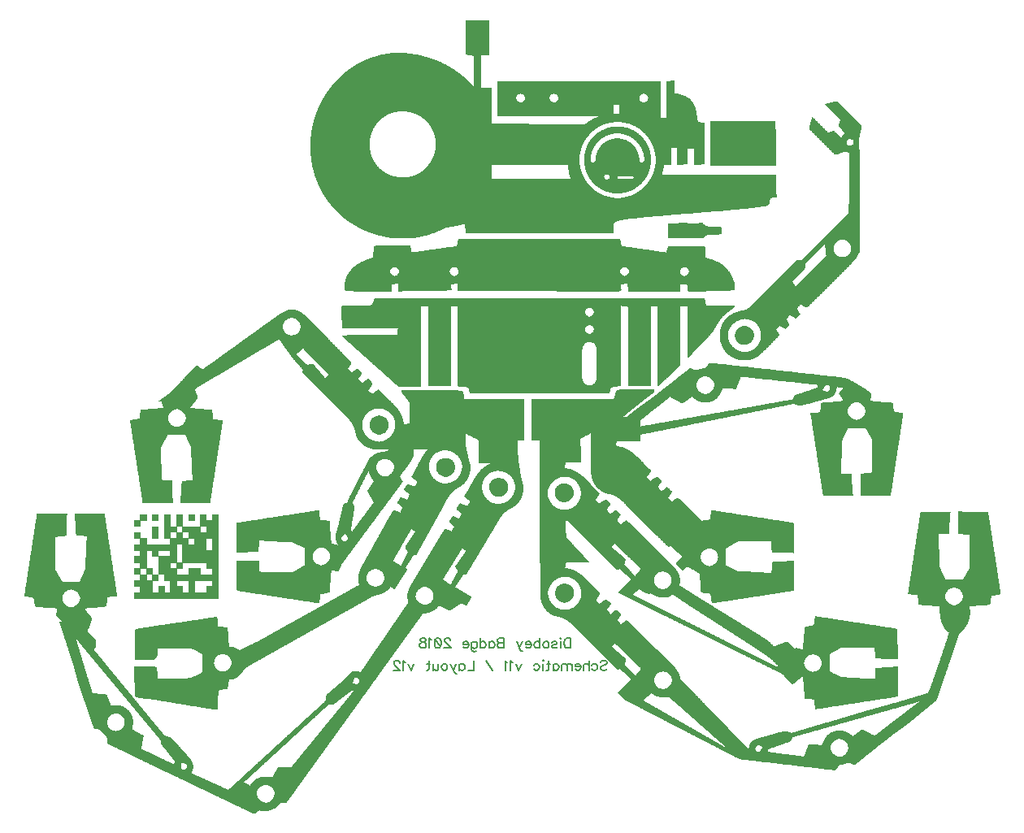
<source format=gbr>
%TF.GenerationSoftware,Novarm,DipTrace,3.0.0.2*%
%TF.CreationDate,2017-10-23T18:09:58+01:00*%
%FSLAX35Y35*%
%MOMM*%
%TF.FileFunction,Drawing,Silkscreen Bottom*%
%TF.Part,Single*%
%ADD12C,0.0254*%
%ADD78C,0.15686*%
G75*
G01*
%LPD*%
X5660900Y9320732D2*
D12*
X5899660D1*
X5660900Y9318192D2*
X5899660D1*
X5660900Y9315652D2*
X5899660D1*
X5660900Y9313112D2*
X5899660D1*
X5660900Y9310572D2*
X5899660D1*
X5660900Y9308032D2*
X5899660D1*
X5660900Y9305492D2*
X5899660D1*
X5660900Y9302952D2*
X5899660D1*
X5660900Y9300412D2*
X5899660D1*
X5660900Y9297872D2*
X5899660D1*
X5660910Y9295332D2*
X5899660D1*
X5660999Y9292792D2*
X5899660D1*
X5661323Y9290252D2*
X5899660D1*
X5661931Y9287712D2*
X5899660D1*
X5662582Y9285172D2*
X5899660D1*
X5663025Y9282632D2*
X5899660D1*
X5663261Y9280092D2*
X5899660D1*
X5663369Y9277552D2*
X5899660D1*
X5663413Y9275012D2*
X5899660D1*
X5663430Y9272472D2*
X5899660D1*
X5663437Y9269932D2*
X5899660D1*
X5663439Y9267392D2*
X5899660D1*
X5663440Y9264852D2*
X5899660D1*
X5663440Y9262312D2*
X5899660D1*
X5663440Y9259772D2*
X5899660D1*
X5663440Y9257232D2*
X5899660D1*
X5663440Y9254692D2*
X5899660D1*
X5663440Y9252152D2*
X5899660D1*
X5663440Y9249612D2*
X5899660D1*
X5663440Y9247072D2*
X5899660D1*
X5663440Y9244532D2*
X5899660D1*
X5663440Y9241992D2*
X5899660D1*
X5663440Y9239452D2*
X5899660D1*
X5663440Y9236912D2*
X5899660D1*
X5663440Y9234372D2*
X5899660D1*
X5663440Y9231832D2*
X5899660D1*
X5663440Y9229292D2*
X5899660D1*
X5663440Y9226752D2*
X5899660D1*
X5663440Y9224212D2*
X5899660D1*
X5663440Y9221672D2*
X5899660D1*
X5663440Y9219132D2*
X5899660D1*
X5663440Y9216592D2*
X5899660D1*
X5663440Y9214052D2*
X5899660D1*
X5663440Y9211512D2*
X5899660D1*
X5663440Y9208972D2*
X5899660D1*
X5663440Y9206432D2*
X5899660D1*
X5663440Y9203892D2*
X5899660D1*
X5663440Y9201352D2*
X5899660D1*
X5663440Y9198812D2*
X5899660D1*
X5663440Y9196272D2*
X5899660D1*
X5663440Y9193732D2*
X5899660D1*
X5663440Y9191192D2*
X5899660D1*
X5663440Y9188652D2*
X5899660D1*
X5663440Y9186112D2*
X5899660D1*
X5663440Y9183572D2*
X5899660D1*
X5663440Y9181032D2*
X5899660D1*
X5663440Y9178492D2*
X5899660D1*
X5663440Y9175952D2*
X5899660D1*
X5663440Y9173412D2*
X5899660D1*
X5663440Y9170872D2*
X5899660D1*
X5663440Y9168332D2*
X5899660D1*
X5663440Y9165792D2*
X5899660D1*
X5663440Y9163252D2*
X5899660D1*
X5663440Y9160712D2*
X5899660D1*
X5663440Y9158172D2*
X5899660D1*
X5663440Y9155632D2*
X5899660D1*
X5663440Y9153092D2*
X5899660D1*
X5663440Y9150552D2*
X5899660D1*
X5663440Y9148012D2*
X5899660D1*
X5663440Y9145472D2*
X5899660D1*
X5663440Y9142932D2*
X5899660D1*
X5663440Y9140392D2*
X5899660D1*
X5663450Y9137852D2*
X5899660D1*
X5663539Y9135312D2*
X5899660D1*
X5663863Y9132772D2*
X5899660D1*
X5664471Y9130232D2*
X5899660D1*
X5665122Y9127692D2*
X5899660D1*
X5665565Y9125152D2*
X5899660D1*
X5665801Y9122612D2*
X5899660D1*
X5665909Y9120072D2*
X5899660D1*
X5665953Y9117532D2*
X5899660D1*
X5665970Y9114992D2*
X5899660D1*
X5665977Y9112452D2*
X5899660D1*
X5665979Y9109912D2*
X5899660D1*
X5665980Y9107372D2*
X5899660D1*
X5665980Y9104832D2*
X5899660D1*
X5665980Y9102292D2*
X5899660D1*
X5665980Y9099752D2*
X5899660D1*
X5665980Y9097212D2*
X5899660D1*
X5665980Y9094672D2*
X5899660D1*
X5665980Y9092132D2*
X5899660D1*
X5665980Y9089592D2*
X5899660D1*
X5665980Y9087052D2*
X5899660D1*
X5665980Y9084512D2*
X5899660D1*
X5665980Y9081972D2*
X5899660D1*
X5665980Y9079432D2*
X5899660D1*
X5665980Y9076892D2*
X5899660D1*
X5665980Y9074352D2*
X5899660D1*
X5665980Y9071812D2*
X5899660D1*
X5665980Y9069272D2*
X5899660D1*
X5665980Y9066732D2*
X5899660D1*
X5665980Y9064192D2*
X5899660D1*
X5665980Y9061652D2*
X5899660D1*
X5665980Y9059112D2*
X5899660D1*
X5665980Y9056572D2*
X5899660D1*
X5665980Y9054032D2*
X5899660D1*
X5665980Y9051492D2*
X5899660D1*
X5665980Y9048952D2*
X5899660D1*
X5665980Y9046412D2*
X5899660D1*
X5665980Y9043872D2*
X5899660D1*
X5665980Y9041332D2*
X5899660D1*
X5665980Y9038792D2*
X5899660D1*
X5665980Y9036252D2*
X5899660D1*
X5665980Y9033712D2*
X5899660D1*
X5665980Y9031172D2*
X5899660D1*
X5665980Y9028632D2*
X5899660D1*
X5665980Y9026092D2*
X5899660D1*
X5665980Y9023552D2*
X5899660D1*
X5665980Y9021012D2*
X5899660D1*
X5665980Y9018472D2*
X5899660D1*
X5665980Y9015932D2*
X5899660D1*
X5665980Y9013392D2*
X5899660D1*
X5665980Y9010852D2*
X5899660D1*
X5665980Y9008312D2*
X5899660D1*
X5665980Y9005772D2*
X5899660D1*
X5665980Y9003232D2*
X5899660D1*
X5665980Y9000692D2*
X5899660D1*
X5665980Y8998152D2*
X5899660D1*
X5665980Y8995612D2*
X5899660D1*
X5665980Y8993072D2*
X5899660D1*
X5665980Y8990532D2*
X5899660D1*
X5665980Y8987992D2*
X5899660D1*
X5665980Y8985452D2*
X5899660D1*
X5665980Y8982912D2*
X5899660D1*
X5665980Y8980372D2*
X5899660D1*
X5665980Y8977832D2*
X5899660D1*
X4886200Y8975292D2*
X5033520D1*
X5666000D2*
X5899660D1*
X4866543Y8972752D2*
X5051300D1*
X5666258D2*
X5899660D1*
X4847786Y8970212D2*
X5081780D1*
X5666913D2*
X5899660D1*
X4830603Y8967672D2*
X5097430D1*
X5671715D2*
X5899660D1*
X4815115Y8965132D2*
X5113043D1*
X5680083D2*
X5899660D1*
X4801066Y8962592D2*
X5127853D1*
X5691733D2*
X5899660D1*
X4788114Y8960052D2*
X5141753D1*
X5705345D2*
X5899660D1*
X4776176Y8957512D2*
X5154934D1*
X5719603D2*
X5815840D1*
X5869180D2*
X5899660D1*
X4765062Y8954972D2*
X5167547D1*
X5733561D2*
X5815840D1*
X4754625Y8952432D2*
X5179550D1*
X5747260D2*
X5815840D1*
X4744842Y8949892D2*
X5190976D1*
X5747260D2*
X5815840D1*
X4735685Y8947352D2*
X5201833D1*
X5747260D2*
X5815840D1*
X4726851Y8944812D2*
X5212251D1*
X5747260D2*
X5815840D1*
X4718319Y8942272D2*
X5222232D1*
X5747260D2*
X5815840D1*
X4710145Y8939732D2*
X5231837D1*
X5747260D2*
X5815840D1*
X4702253Y8937192D2*
X5241264D1*
X5747260D2*
X5815840D1*
X4694517Y8934652D2*
X5250570D1*
X5747260D2*
X5815840D1*
X4686940Y8932112D2*
X5259462D1*
X5747260D2*
X5815840D1*
X4679621Y8929572D2*
X5267837D1*
X5747260D2*
X5815840D1*
X4672617Y8927032D2*
X5275823D1*
X5747260D2*
X5815840D1*
X4665741Y8924492D2*
X5283609D1*
X5747260D2*
X5815840D1*
X4658980Y8921952D2*
X5291290D1*
X5747260D2*
X5815840D1*
X4652523Y8919412D2*
X5298929D1*
X5747260D2*
X5815840D1*
X4646285Y8916872D2*
X5306464D1*
X5747260D2*
X5815840D1*
X4639898Y8914332D2*
X5313758D1*
X5747260D2*
X5815840D1*
X4633391Y8911792D2*
X5320677D1*
X5747260D2*
X5815840D1*
X4627069Y8909252D2*
X5327326D1*
X5747260D2*
X5815840D1*
X4621045Y8906712D2*
X5333881D1*
X5747260D2*
X5815840D1*
X4615245Y8904172D2*
X5340519D1*
X5747260D2*
X5815840D1*
X4609727Y8901632D2*
X5347172D1*
X5747260D2*
X5815840D1*
X4604424Y8899092D2*
X5353574D1*
X5747260D2*
X5815840D1*
X4599245Y8896552D2*
X5359706D1*
X5747260D2*
X5815840D1*
X4594124Y8894012D2*
X5365772D1*
X5747260D2*
X5815840D1*
X4589029Y8891472D2*
X5371748D1*
X5747260D2*
X5815840D1*
X4583943Y8888932D2*
X5377663D1*
X5747260D2*
X5815840D1*
X4578861Y8886392D2*
X5383617D1*
X5747260D2*
X5815840D1*
X4573780Y8883852D2*
X5389548D1*
X5747260D2*
X5815840D1*
X4568700Y8881312D2*
X5395359D1*
X5747260D2*
X5815840D1*
X4563620Y8878772D2*
X5401061D1*
X5747260D2*
X5815840D1*
X4558550Y8876232D2*
X5406538D1*
X5747260D2*
X5815840D1*
X4553549Y8873692D2*
X5411825D1*
X5747260D2*
X5815840D1*
X4548724Y8871152D2*
X5416998D1*
X5747260D2*
X5815840D1*
X4544097Y8868612D2*
X5422117D1*
X5747260D2*
X5815840D1*
X4539628Y8866072D2*
X5427212D1*
X5747260D2*
X5815840D1*
X4535322Y8863532D2*
X5432297D1*
X5747260D2*
X5815840D1*
X4531062Y8860992D2*
X5437379D1*
X5747260D2*
X5815840D1*
X4526777Y8858452D2*
X5442460D1*
X5747260D2*
X5815840D1*
X4522567Y8855912D2*
X5447530D1*
X5747260D2*
X5815840D1*
X4518346Y8853372D2*
X5452531D1*
X5747260D2*
X5815840D1*
X4514162Y8850832D2*
X5457356D1*
X5747260D2*
X5815840D1*
X4510184Y8848292D2*
X5461983D1*
X5747260D2*
X5815840D1*
X4506247Y8845752D2*
X5466452D1*
X5747260D2*
X5815840D1*
X4502030Y8843212D2*
X5470758D1*
X5747260D2*
X5815840D1*
X4497697Y8840672D2*
X5475028D1*
X5747260D2*
X5815840D1*
X4493504Y8838132D2*
X5479393D1*
X5747260D2*
X5815840D1*
X4489488Y8835592D2*
X5483846D1*
X5747260D2*
X5815840D1*
X4485579Y8833052D2*
X5488442D1*
X5747260D2*
X5815840D1*
X4481731Y8830512D2*
X5492982D1*
X5747260D2*
X5815840D1*
X4477903Y8827972D2*
X5497271D1*
X5747260D2*
X5815840D1*
X4474099Y8825432D2*
X5501338D1*
X5747260D2*
X5815840D1*
X4470374Y8822892D2*
X5505351D1*
X5747260D2*
X5815840D1*
X4466879Y8820352D2*
X5509519D1*
X5747260D2*
X5815840D1*
X4463596Y8817812D2*
X5513878D1*
X5747260D2*
X5815840D1*
X4460205Y8815272D2*
X5518109D1*
X5747260D2*
X5815840D1*
X4456551Y8812732D2*
X5522082D1*
X5747260D2*
X5815840D1*
X4452936Y8810192D2*
X5526083D1*
X5747260D2*
X5815840D1*
X4449450Y8807652D2*
X5530212D1*
X5747260D2*
X5815840D1*
X4445973Y8805112D2*
X5534272D1*
X5747260D2*
X5815840D1*
X4442550Y8802572D2*
X5538229D1*
X5747260D2*
X5815840D1*
X4439186Y8800032D2*
X5542096D1*
X5747260D2*
X5815840D1*
X4435770Y8797492D2*
X5545849D1*
X5747260D2*
X5815840D1*
X4432374Y8794952D2*
X5549354D1*
X5747260D2*
X5815840D1*
X4429020Y8792412D2*
X5552642D1*
X5747260D2*
X5815840D1*
X4425618Y8789872D2*
X5556034D1*
X5747260D2*
X5815840D1*
X4422302Y8787332D2*
X5559689D1*
X5747260D2*
X5815840D1*
X4419183Y8784792D2*
X5563304D1*
X5747260D2*
X5815840D1*
X4416066Y8782252D2*
X5566800D1*
X5747260D2*
X5815840D1*
X4412803Y8779712D2*
X5570356D1*
X5747260D2*
X5815840D1*
X4409555Y8777172D2*
X5574023D1*
X5747260D2*
X5815840D1*
X4406475Y8774632D2*
X5577752D1*
X5747260D2*
X5815840D1*
X4403449Y8772092D2*
X5581445D1*
X5747260D2*
X5815840D1*
X4400425Y8769552D2*
X5584918D1*
X5747260D2*
X5815840D1*
X4397473Y8767012D2*
X5588107D1*
X5747260D2*
X5815840D1*
X4394515Y8764472D2*
X5591183D1*
X5747260D2*
X5815840D1*
X4391525Y8761932D2*
X5594307D1*
X5747260D2*
X5815840D1*
X4388658Y8759392D2*
X5597505D1*
X5747260D2*
X5815840D1*
X4385856Y8756852D2*
X5600843D1*
X5747260D2*
X5815840D1*
X4382911Y8754312D2*
X5604196D1*
X5747260D2*
X5815840D1*
X4379729Y8751772D2*
X5607458D1*
X5747260D2*
X5815840D1*
X4376525Y8749232D2*
X5610621D1*
X5747260D2*
X5815840D1*
X4373537Y8746692D2*
X5613640D1*
X5747260D2*
X5815840D1*
X4370760Y8744152D2*
X5616627D1*
X5747260D2*
X5815840D1*
X4368102Y8741612D2*
X5619638D1*
X5747260D2*
X5815840D1*
X4365437Y8739072D2*
X5622589D1*
X5747260D2*
X5815840D1*
X4362636Y8736532D2*
X5625627D1*
X5747260D2*
X5815840D1*
X4359726Y8733992D2*
X5628857D1*
X5747260D2*
X5815840D1*
X4356896Y8731452D2*
X5632092D1*
X5747260D2*
X5815840D1*
X4354200Y8728912D2*
X5635167D1*
X5747260D2*
X5815840D1*
X4351580Y8726372D2*
X5638192D1*
X5747260D2*
X5815840D1*
X4349012Y8723832D2*
X5641206D1*
X5747260D2*
X5815840D1*
X4346455Y8721292D2*
X5644078D1*
X5747260D2*
X5815840D1*
X4343914Y8718752D2*
X5646801D1*
X5747260D2*
X5815840D1*
X4341369Y8716212D2*
X5649506D1*
X5747260D2*
X5815840D1*
X4338832Y8713672D2*
X5652321D1*
X5747260D2*
X5815840D1*
X4336288Y8711132D2*
X5655242D1*
X5747260D2*
X5815840D1*
X4333752Y8708592D2*
X5658070D1*
X5747260D2*
X5815840D1*
X4331208Y8706052D2*
X5660772D1*
X5747260D2*
X5815840D1*
X4328672Y8703512D2*
X5663388D1*
X5747260D2*
X5815840D1*
X4326128Y8700972D2*
X5665960D1*
X5747260D2*
X5815840D1*
X4323592Y8698432D2*
X5668513D1*
X5747260D2*
X5815840D1*
X4321058Y8695892D2*
X5671058D1*
X5747260D2*
X5815840D1*
X4318601Y8693352D2*
X5673599D1*
X5747260D2*
X5815840D1*
X4316302Y8690812D2*
X5676140D1*
X5747260D2*
X5815840D1*
X7817360D2*
X7827520D1*
X4314130Y8688272D2*
X5678680D1*
X5747260D2*
X5815840D1*
X7803308D2*
X7827520D1*
X4311873Y8685732D2*
X5681220D1*
X5747260D2*
X5815840D1*
X7788521D2*
X7827520D1*
X4309493Y8683192D2*
X5683760D1*
X5747260D2*
X5815840D1*
X7772803D2*
X7827520D1*
X4307028Y8680652D2*
X5686300D1*
X5747260D2*
X5815840D1*
X5993640D2*
X7192520D1*
X7756400D2*
X7827520D1*
X4304520Y8678112D2*
X5688840D1*
X5747260D2*
X5815840D1*
X5993640D2*
X7685280D1*
X7756400D2*
X7827520D1*
X4302003Y8675572D2*
X5691380D1*
X5747260D2*
X5815840D1*
X5993640D2*
X7685280D1*
X7756400D2*
X7827520D1*
X4299557Y8673032D2*
X5693920D1*
X5747260D2*
X5815840D1*
X5993640D2*
X7685280D1*
X7756400D2*
X7827520D1*
X4297342Y8670492D2*
X5696460D1*
X5747260D2*
X5815840D1*
X5993640D2*
X7685280D1*
X7756400D2*
X7827520D1*
X4295411Y8667952D2*
X5699000D1*
X5747260D2*
X5815840D1*
X5993640D2*
X7685280D1*
X7756400D2*
X7827520D1*
X4293522Y8665412D2*
X5701540D1*
X5747260D2*
X5815840D1*
X5993640D2*
X7685280D1*
X7756400D2*
X7827520D1*
X4291435Y8662872D2*
X5704080D1*
X5747260D2*
X5815840D1*
X5993640D2*
X7685280D1*
X7756400D2*
X7827520D1*
X4289210Y8660332D2*
X5706620D1*
X5747260D2*
X5815840D1*
X5993640D2*
X7685280D1*
X7756400D2*
X7827520D1*
X4287022Y8657792D2*
X5709150D1*
X5747260D2*
X5815840D1*
X5993640D2*
X7685280D1*
X7756400D2*
X7827520D1*
X4284891Y8655252D2*
X5711611D1*
X5747260D2*
X5815840D1*
X5993640D2*
X7685280D1*
X7756400D2*
X7827520D1*
X4282655Y8652712D2*
X5713906D1*
X5747260D2*
X5815840D1*
X5993640D2*
X7685280D1*
X7756400D2*
X7827520D1*
X4280287Y8650172D2*
X5716082D1*
X5747260D2*
X5815840D1*
X5993640D2*
X7685280D1*
X7756400D2*
X7827520D1*
X4277909Y8647632D2*
X5718335D1*
X5747260D2*
X5815840D1*
X5993640D2*
X7685280D1*
X7756400D2*
X7827520D1*
X4275642Y8645092D2*
X5720709D1*
X5747260D2*
X5815840D1*
X5993640D2*
X7685280D1*
X7756400D2*
X7827520D1*
X4273492Y8642552D2*
X5723090D1*
X5747260D2*
X5815840D1*
X5993640D2*
X7685280D1*
X7756400D2*
X7827520D1*
X4271330Y8640012D2*
X5725358D1*
X5747260D2*
X5815840D1*
X5993640D2*
X7685280D1*
X7756400D2*
X7827520D1*
X4269275Y8637472D2*
X5727517D1*
X5747260D2*
X5815840D1*
X5993640D2*
X7685280D1*
X7756400D2*
X7827520D1*
X4267419Y8634932D2*
X5729770D1*
X5747260D2*
X5815840D1*
X5993640D2*
X7685280D1*
X7756400D2*
X7827520D1*
X4265573Y8632392D2*
X5732138D1*
X5747260D2*
X5815840D1*
X5993640D2*
X7685280D1*
X7756400D2*
X7827520D1*
X4263568Y8629852D2*
X5734513D1*
X5747260D2*
X5815840D1*
X5993640D2*
X7685280D1*
X7756400D2*
X7827520D1*
X4261512Y8627312D2*
X5736695D1*
X5747260D2*
X5815840D1*
X5993640D2*
X7685280D1*
X7756400D2*
X7827520D1*
X4259455Y8624772D2*
X5738593D1*
X5747260D2*
X5815840D1*
X5993640D2*
X7685280D1*
X7756400D2*
X7827520D1*
X4257327Y8622232D2*
X5740372D1*
X5747260D2*
X5815840D1*
X5993640D2*
X7685280D1*
X7756400D2*
X7827520D1*
X4255215Y8619692D2*
X5742180D1*
X5747260D2*
X5815840D1*
X5993640D2*
X7685280D1*
X7756400D2*
X7827520D1*
X4253214Y8617152D2*
X5815840D1*
X5993640D2*
X7685280D1*
X7756400D2*
X7827520D1*
X4251315Y8614612D2*
X5815840D1*
X5993640D2*
X7685280D1*
X7756400D2*
X7827520D1*
X4249566Y8612072D2*
X5922520D1*
X5993640D2*
X7685280D1*
X7756400D2*
X7827520D1*
X4247838Y8609532D2*
X5922520D1*
X5993640D2*
X7685280D1*
X7756400D2*
X7827520D1*
X4246019Y8606992D2*
X5922520D1*
X5993640D2*
X7685280D1*
X7756400D2*
X7827520D1*
X4244101Y8604452D2*
X5922520D1*
X5993640D2*
X7685280D1*
X7756400D2*
X7827520D1*
X4242040Y8601912D2*
X5922520D1*
X5993640D2*
X7685280D1*
X7756400D2*
X7827520D1*
X4239957Y8599372D2*
X5922520D1*
X5993640D2*
X7685280D1*
X7756400D2*
X7827520D1*
X4237967Y8596832D2*
X5922520D1*
X5993640D2*
X7685280D1*
X7756400D2*
X7827520D1*
X4236073Y8594292D2*
X5922520D1*
X5993640D2*
X7685280D1*
X7756400D2*
X7827520D1*
X4234326Y8591752D2*
X5922520D1*
X5993640D2*
X7685280D1*
X7756400D2*
X7827520D1*
X4232607Y8589212D2*
X5922520D1*
X5993640D2*
X7685280D1*
X7756400D2*
X7827520D1*
X4230868Y8586672D2*
X5922520D1*
X5993640D2*
X7685280D1*
X7756400D2*
X7827520D1*
X4229185Y8584132D2*
X5922520D1*
X5993640D2*
X7685280D1*
X7756400D2*
X7827520D1*
X4227419Y8581592D2*
X5922520D1*
X5993640D2*
X7685280D1*
X7756400D2*
X7827520D1*
X4225457Y8579052D2*
X5922520D1*
X5993640D2*
X7685280D1*
X7756400D2*
X7827520D1*
X4223504Y8576512D2*
X5922520D1*
X5993640D2*
X7685280D1*
X7756400D2*
X7827520D1*
X4221766Y8573972D2*
X5922520D1*
X5993640D2*
X7685280D1*
X7756400D2*
X7827520D1*
X4220168Y8571432D2*
X5922520D1*
X5993640D2*
X7685280D1*
X7756400D2*
X7827520D1*
X4218463Y8568892D2*
X5922520D1*
X5993640D2*
X7685280D1*
X7756400D2*
X7827560D1*
X4216542Y8566352D2*
X5922520D1*
X5993640D2*
X7685280D1*
X7756400D2*
X7827679D1*
X4214601Y8563812D2*
X5922520D1*
X5993640D2*
X7685280D1*
X7756400D2*
X7828869D1*
X4212884Y8561272D2*
X5922520D1*
X5993640D2*
X7685280D1*
X7756400D2*
X7833461D1*
X4211364Y8558732D2*
X5922520D1*
X5993640D2*
X6218561D1*
X6241159D2*
X6566541D1*
X6586982D2*
X7501261D1*
X7521702D2*
X7685280D1*
X7756400D2*
X7840607D1*
X4209898Y8556192D2*
X5922520D1*
X5993640D2*
X6211239D1*
X6248481D2*
X6559219D1*
X6594854D2*
X7493939D1*
X7529574D2*
X7685280D1*
X7756400D2*
X7850062D1*
X4208258Y8553652D2*
X5922520D1*
X5993640D2*
X6205538D1*
X6254182D2*
X6553518D1*
X6600968D2*
X7488238D1*
X7535688D2*
X7685280D1*
X7756400D2*
X7860572D1*
X4206364Y8551112D2*
X5922520D1*
X5993640D2*
X6201109D1*
X6258611D2*
X6549089D1*
X6605478D2*
X7483809D1*
X7540198D2*
X7685280D1*
X7756400D2*
X7870931D1*
X4204435Y8548572D2*
X5922520D1*
X5993640D2*
X6197591D1*
X6262129D2*
X6545571D1*
X6608945D2*
X7480291D1*
X7543665D2*
X7685280D1*
X7756400D2*
X7880800D1*
X4202722Y8546032D2*
X5922520D1*
X5993640D2*
X6194612D1*
X6265108D2*
X6542582D1*
X6611876D2*
X7477302D1*
X7546596D2*
X7685280D1*
X7756400D2*
X7890281D1*
X4201213Y8543492D2*
X5922520D1*
X5993640D2*
X6191984D1*
X6267746D2*
X6539864D1*
X6614479D2*
X7474584D1*
X7549199D2*
X7685280D1*
X7756400D2*
X7899317D1*
X4199827Y8540952D2*
X5922520D1*
X5993640D2*
X6189783D1*
X6270036D2*
X6537341D1*
X6616748D2*
X7472061D1*
X7551468D2*
X7685280D1*
X7756400D2*
X7907537D1*
X4198431Y8538412D2*
X5922520D1*
X5993640D2*
X6188149D1*
X6271984D2*
X6535107D1*
X6618607D2*
X7469827D1*
X7553327D2*
X7685280D1*
X7756400D2*
X7914936D1*
X4196902Y8535872D2*
X5922520D1*
X5993640D2*
X6186869D1*
X6273784D2*
X6533255D1*
X6620163D2*
X7467975D1*
X7554893D2*
X7685280D1*
X7756400D2*
X7921776D1*
X4195250Y8533332D2*
X5922520D1*
X5993640D2*
X6185519D1*
X6275461D2*
X6531697D1*
X6621482D2*
X7466417D1*
X7556291D2*
X7685280D1*
X7756400D2*
X7928253D1*
X4193613Y8530792D2*
X5922520D1*
X5993640D2*
X6184079D1*
X6276745D2*
X6530306D1*
X6622562D2*
X7465026D1*
X7557605D2*
X7685280D1*
X7756400D2*
X7934352D1*
X4191940Y8528252D2*
X5922520D1*
X5993640D2*
X6182913D1*
X6277584D2*
X6529076D1*
X6623476D2*
X7463796D1*
X7558814D2*
X7685280D1*
X7756400D2*
X7940038D1*
X4190228Y8525712D2*
X5922520D1*
X5993640D2*
X6182198D1*
X6278278D2*
X6528118D1*
X6624388D2*
X7462838D1*
X7559849D2*
X7685280D1*
X7756400D2*
X7945413D1*
X4188641Y8523172D2*
X5922520D1*
X5993640D2*
X6181756D1*
X6279048D2*
X6527540D1*
X6625259D2*
X7462260D1*
X7560745D2*
X7685280D1*
X7756400D2*
X7950618D1*
X4187200Y8520632D2*
X5922520D1*
X5993640D2*
X6181277D1*
X6279765D2*
X6527251D1*
X6626078D2*
X7461971D1*
X7561642D2*
X7685280D1*
X7756400D2*
X7955658D1*
X4185848Y8518092D2*
X5922520D1*
X5993640D2*
X6180605D1*
X6280232D2*
X6527122D1*
X6626941D2*
X7461842D1*
X7562420D2*
X7685280D1*
X7756400D2*
X7960428D1*
X4184537Y8515552D2*
X5922520D1*
X5993640D2*
X6179930D1*
X6280476D2*
X6527070D1*
X6627708D2*
X7461790D1*
X7562915D2*
X7685280D1*
X7756400D2*
X7964814D1*
X4183172Y8513012D2*
X5922520D1*
X5993640D2*
X6179489D1*
X6280587D2*
X6527051D1*
X6628188D2*
X7461771D1*
X7563160D2*
X7685280D1*
X7756400D2*
X7968915D1*
X4181655Y8510472D2*
X5922520D1*
X5993640D2*
X6179340D1*
X6280623D2*
X6527044D1*
X6628352D2*
X7461764D1*
X7563186D2*
X7685280D1*
X7756400D2*
X7972842D1*
X4180007Y8507932D2*
X5922520D1*
X5993640D2*
X6179555D1*
X6280551D2*
X6527041D1*
X6628142D2*
X7461761D1*
X7562909D2*
X7685280D1*
X7756400D2*
X7976616D1*
X4178372Y8505392D2*
X5922520D1*
X5993640D2*
X6180118D1*
X6280234D2*
X6527050D1*
X6627571D2*
X7461770D1*
X7562309D2*
X7685280D1*
X7756400D2*
X7980120D1*
X4176710Y8502852D2*
X5922520D1*
X5993640D2*
X6180752D1*
X6279628D2*
X6527139D1*
X6626848D2*
X7461859D1*
X7561575D2*
X7685280D1*
X7756400D2*
X7983321D1*
X4175077Y8500312D2*
X5922520D1*
X5993640D2*
X6181199D1*
X6278967D2*
X6527473D1*
X6626088D2*
X7462193D1*
X7560810D2*
X7685280D1*
X7756400D2*
X7986391D1*
X4173724Y8497772D2*
X5922520D1*
X5993640D2*
X6181531D1*
X6278425D2*
X6528170D1*
X6625237D2*
X7462890D1*
X7559957D2*
X7685280D1*
X7756400D2*
X7989427D1*
X4172569Y8495232D2*
X5922520D1*
X5993640D2*
X6182051D1*
X6277777D2*
X6529145D1*
X6624379D2*
X7463865D1*
X7559109D2*
X7685280D1*
X7756400D2*
X7992302D1*
X4171259Y8492692D2*
X5922520D1*
X5993640D2*
X6183038D1*
X6276727D2*
X6530217D1*
X6623479D2*
X7464937D1*
X7558288D2*
X7685280D1*
X7756400D2*
X7995022D1*
X4169749Y8490152D2*
X5922520D1*
X5993640D2*
X6184413D1*
X6275334D2*
X6531282D1*
X6622284D2*
X7466002D1*
X7557328D2*
X7685280D1*
X7756400D2*
X7997645D1*
X4168257Y8487612D2*
X5922520D1*
X5993640D2*
X6185927D1*
X6273889D2*
X6532490D1*
X6620812D2*
X7467210D1*
X7556140D2*
X7685280D1*
X7756400D2*
X8000219D1*
X4166856Y8485072D2*
X5922520D1*
X5993640D2*
X6187550D1*
X6272496D2*
X6534086D1*
X6619258D2*
X7468806D1*
X7554629D2*
X7685280D1*
X7756400D2*
X8002763D1*
X4165519Y8482532D2*
X5922520D1*
X5993640D2*
X6189262D1*
X6271067D2*
X6535946D1*
X6617609D2*
X7470666D1*
X7552772D2*
X7685280D1*
X7756400D2*
X8005208D1*
X4164214Y8479992D2*
X5922520D1*
X5993640D2*
X6191021D1*
X6269350D2*
X6537994D1*
X6615811D2*
X7472714D1*
X7550767D2*
X7685280D1*
X7756400D2*
X8007328D1*
X4162851Y8477452D2*
X5922520D1*
X5993640D2*
X6193126D1*
X6267037D2*
X6540411D1*
X6613796D2*
X7475131D1*
X7548634D2*
X7685280D1*
X7756400D2*
X8008846D1*
X4161345Y8474912D2*
X5922520D1*
X5993640D2*
X6195883D1*
X6264072D2*
X6543143D1*
X6611237D2*
X7477863D1*
X7546091D2*
X7685280D1*
X7756400D2*
X8009762D1*
X4159786Y8472372D2*
X5922520D1*
X5993640D2*
X6199273D1*
X6260554D2*
X6546101D1*
X6607849D2*
X7480821D1*
X7542910D2*
X7685280D1*
X7756400D2*
X8015480D1*
X9514080D2*
X9526780D1*
X4158465Y8469832D2*
X5922520D1*
X5993640D2*
X6203463D1*
X6256301D2*
X6549814D1*
X6603515D2*
X7484534D1*
X7538849D2*
X7685280D1*
X7756400D2*
X8016751D1*
X9503575D2*
X9529310D1*
X4157322Y8467292D2*
X5922520D1*
X5993640D2*
X6209050D1*
X6250687D2*
X6555382D1*
X6597968D2*
X7490102D1*
X7533325D2*
X7685280D1*
X7756400D2*
X8018236D1*
X9492770D2*
X9531751D1*
X4156027Y8464752D2*
X5922520D1*
X5993640D2*
X6216395D1*
X6243331D2*
X6563359D1*
X6590928D2*
X7498079D1*
X7526009D2*
X7685280D1*
X7756400D2*
X8019788D1*
X9481935D2*
X9533869D1*
X4154598Y8462212D2*
X5922520D1*
X5993640D2*
X6224780D1*
X6234940D2*
X6572760D1*
X6582920D2*
X7507480D1*
X7517640D2*
X7685280D1*
X7756400D2*
X8021414D1*
X9471231D2*
X9535386D1*
X4153340Y8459672D2*
X5922520D1*
X5993640D2*
X7685280D1*
X7756400D2*
X8023031D1*
X9460584D2*
X9536302D1*
X4152225Y8457132D2*
X5922520D1*
X5993640D2*
X7685280D1*
X7756400D2*
X8024379D1*
X9449862D2*
X9542020D1*
X4150941Y8454592D2*
X5922520D1*
X5993640D2*
X7685280D1*
X7756400D2*
X8025532D1*
X9439173D2*
X9542020D1*
X4149516Y8452052D2*
X5922520D1*
X5993640D2*
X7685280D1*
X7756400D2*
X8026831D1*
X9428854D2*
X9547100D1*
X4148260Y8449512D2*
X5922520D1*
X5993640D2*
X7685280D1*
X7756400D2*
X8028261D1*
X9419897D2*
X9547100D1*
X4147144Y8446972D2*
X5922520D1*
X5993640D2*
X7685280D1*
X7756400D2*
X8029519D1*
X9413005D2*
X9552180D1*
X4145860Y8444432D2*
X5922520D1*
X5993640D2*
X7685280D1*
X7756400D2*
X8030635D1*
X9407400D2*
X9552180D1*
X4144436Y8441892D2*
X5922520D1*
X5993640D2*
X7685280D1*
X7756400D2*
X8031919D1*
X9409940D2*
X9557260D1*
X4143180Y8439352D2*
X5922520D1*
X5993640D2*
X7192520D1*
X7263640D2*
X7685280D1*
X7756400D2*
X8033344D1*
X9412480D2*
X9557260D1*
X4142064Y8436812D2*
X5922520D1*
X5993640D2*
X7192520D1*
X7263640D2*
X7685280D1*
X7756400D2*
X8034591D1*
X9415020D2*
X9562340D1*
X4140780Y8434272D2*
X5922520D1*
X5993640D2*
X7192520D1*
X7263640D2*
X7685280D1*
X7756400D2*
X8035626D1*
X9417560D2*
X9562340D1*
X4139356Y8431732D2*
X5922520D1*
X5993640D2*
X7192520D1*
X7263640D2*
X7685280D1*
X7756400D2*
X8036676D1*
X9420100D2*
X9567420D1*
X4138109Y8429192D2*
X5922520D1*
X5993640D2*
X7192520D1*
X7263640D2*
X7685280D1*
X7756400D2*
X8037806D1*
X9422640D2*
X9567420D1*
X4137074Y8426652D2*
X5922520D1*
X5993640D2*
X7192520D1*
X7263640D2*
X7685280D1*
X7756400D2*
X8038930D1*
X9425180D2*
X9572500D1*
X4136024Y8424112D2*
X5922520D1*
X5993640D2*
X7192520D1*
X7263640D2*
X7685280D1*
X7756400D2*
X8039930D1*
X9427720D2*
X9572500D1*
X4134884Y8421572D2*
X5922520D1*
X5993640D2*
X7192520D1*
X7263640D2*
X7685280D1*
X7756400D2*
X8040823D1*
X9430260D2*
X9577580D1*
X4133681Y8419032D2*
X5922520D1*
X5993640D2*
X7192520D1*
X7263640D2*
X7685280D1*
X7756400D2*
X8041803D1*
X9432800D2*
X9577580D1*
X4132437Y8416492D2*
X5922520D1*
X5993640D2*
X7192520D1*
X7263640D2*
X7685280D1*
X7756400D2*
X8042904D1*
X9435340D2*
X9582660D1*
X4131180Y8413952D2*
X5922520D1*
X5993640D2*
X7192520D1*
X7263640D2*
X7685280D1*
X7756400D2*
X8044007D1*
X9437880D2*
X9582660D1*
X4129922Y8411412D2*
X5922520D1*
X5993640D2*
X7192520D1*
X7263640D2*
X7685280D1*
X7756400D2*
X8044913D1*
X9440420D2*
X9587740D1*
X4128735Y8408872D2*
X5922520D1*
X5993640D2*
X7192520D1*
X7263640D2*
X7685280D1*
X7756400D2*
X8045481D1*
X9442960D2*
X9587740D1*
X4127697Y8406332D2*
X5922520D1*
X5993640D2*
X7192520D1*
X7263640D2*
X7685280D1*
X7756400D2*
X8045852D1*
X9445500D2*
X9592820D1*
X4126714Y8403792D2*
X5922520D1*
X5993640D2*
X7192520D1*
X7263640D2*
X7685280D1*
X7756400D2*
X8046302D1*
X9448040D2*
X9592820D1*
X4125495Y8401252D2*
X5922520D1*
X5993640D2*
X7192520D1*
X7263640D2*
X7685280D1*
X7756400D2*
X8046971D1*
X9450580D2*
X9597900D1*
X4124108Y8398712D2*
X5922520D1*
X5993640D2*
X7192520D1*
X7263640D2*
X7685280D1*
X7756400D2*
X8047731D1*
X9453120D2*
X9597900D1*
X4122952Y8396172D2*
X5922520D1*
X5993640D2*
X7192520D1*
X7263640D2*
X7685280D1*
X7756400D2*
X8048505D1*
X9455660D2*
X9602980D1*
X4122165Y8393632D2*
X5922520D1*
X5993640D2*
X7192520D1*
X7263640D2*
X7685280D1*
X7756400D2*
X8049351D1*
X9458200D2*
X9602980D1*
X4121481Y8391092D2*
X5922520D1*
X5993640D2*
X7192520D1*
X7263640D2*
X7685280D1*
X7756400D2*
X8050111D1*
X9460740D2*
X9608060D1*
X4120629Y8388552D2*
X5922520D1*
X5993640D2*
X7192520D1*
X7263640D2*
X7685280D1*
X7756400D2*
X8050609D1*
X9463280D2*
X9608060D1*
X4119581Y8386012D2*
X5922520D1*
X5993640D2*
X7192520D1*
X7263640D2*
X7685280D1*
X7756400D2*
X8050951D1*
X9465820D2*
X9613140D1*
X4118417Y8383472D2*
X5922520D1*
X5993640D2*
X7192520D1*
X7263640D2*
X7685280D1*
X7756400D2*
X8051388D1*
X9468360D2*
X9613140D1*
X4117188Y8380932D2*
X5922520D1*
X5993640D2*
X7192520D1*
X7263640D2*
X7685280D1*
X7756400D2*
X8052053D1*
X9470900D2*
X9618220D1*
X4115937Y8378392D2*
X5922520D1*
X5993640D2*
X7192520D1*
X7263640D2*
X7685280D1*
X7756400D2*
X8052812D1*
X9473440D2*
X9618220D1*
X4114681Y8375852D2*
X4967752D1*
X5020146D2*
X5922520D1*
X5993640D2*
X7192520D1*
X7263640D2*
X7685280D1*
X7756400D2*
X8053585D1*
X9475980D2*
X9623300D1*
X4113504Y8373312D2*
X4948107D1*
X5041602D2*
X5922520D1*
X5993640D2*
X7192520D1*
X7263640D2*
X7685280D1*
X7756400D2*
X8054431D1*
X9478520D2*
X9623300D1*
X4112557Y8370772D2*
X4931880D1*
X5059298D2*
X5922520D1*
X5993640D2*
X7192520D1*
X7263640D2*
X7685280D1*
X7756400D2*
X8055191D1*
X9481060D2*
X9628380D1*
X4111897Y8368232D2*
X4918405D1*
X5073926D2*
X5922520D1*
X5993640D2*
X7192520D1*
X7263640D2*
X7685280D1*
X7756400D2*
X8055679D1*
X9483600D2*
X9628380D1*
X4111276Y8365692D2*
X4907009D1*
X5086278D2*
X5922520D1*
X5993640D2*
X7192520D1*
X7263640D2*
X7685280D1*
X7756400D2*
X8055941D1*
X9486140D2*
X9633460D1*
X4110451Y8363152D2*
X4897237D1*
X5097063D2*
X5922520D1*
X5993640D2*
X7192520D1*
X7263640D2*
X7685280D1*
X7756400D2*
X8056145D1*
X9488680D2*
X9633460D1*
X4109425Y8360612D2*
X4888877D1*
X5106612D2*
X5922520D1*
X5993640D2*
X7192520D1*
X7263640D2*
X7685280D1*
X7756400D2*
X8056515D1*
X9491220D2*
X9638540D1*
X4108344Y8358072D2*
X4881666D1*
X5115162D2*
X5922520D1*
X5993640D2*
X7192520D1*
X7263640D2*
X7685280D1*
X7756400D2*
X8057141D1*
X9493760D2*
X9638540D1*
X4107361Y8355532D2*
X4875179D1*
X5122842D2*
X5922520D1*
X5993640D2*
X7192520D1*
X7263640D2*
X7685280D1*
X7756400D2*
X8057809D1*
X9496300D2*
X9643620D1*
X4106474Y8352992D2*
X4868897D1*
X5129725D2*
X5922520D1*
X5993640D2*
X7192520D1*
X7263640D2*
X7685280D1*
X7756400D2*
X8058344D1*
X9498840D2*
X9643620D1*
X4105496Y8350452D2*
X4862636D1*
X5136060D2*
X5922520D1*
X5993640D2*
X7192520D1*
X7263640D2*
X7685280D1*
X7756400D2*
X8058904D1*
X9501380D2*
X9648700D1*
X4104395Y8347912D2*
X4856418D1*
X5142196D2*
X5922520D1*
X5993640D2*
X7192520D1*
X7263640D2*
X7685280D1*
X7756400D2*
X8059620D1*
X9503920D2*
X9648700D1*
X4103283Y8345372D2*
X4850435D1*
X5148113D2*
X5922520D1*
X5993640D2*
X7685280D1*
X7756400D2*
X8060316D1*
X9506460D2*
X9653780D1*
X4102288Y8342832D2*
X4844878D1*
X5153705D2*
X5922520D1*
X5993640D2*
X7685280D1*
X7756400D2*
X8060776D1*
X9509000D2*
X9653780D1*
X4101397Y8340292D2*
X4839842D1*
X5158965D2*
X5922520D1*
X5993640D2*
X7685280D1*
X7756400D2*
X8061018D1*
X9511540D2*
X9658860D1*
X4100416Y8337752D2*
X4835250D1*
X5163922D2*
X5922520D1*
X5993640D2*
X7685280D1*
X7756400D2*
X8061128D1*
X9514080D2*
X9658860D1*
X4099316Y8335212D2*
X4830864D1*
X5168672D2*
X5922520D1*
X5993640D2*
X7685280D1*
X7756400D2*
X8061183D1*
X9516620D2*
X9663940D1*
X4098213Y8332672D2*
X4826527D1*
X5173408D2*
X5922520D1*
X5993640D2*
X7685280D1*
X7756400D2*
X8061290D1*
X9519160D2*
X9663940D1*
X4097297Y8330132D2*
X4822298D1*
X5178080D2*
X5922520D1*
X5993640D2*
X7685280D1*
X7756400D2*
X8061620D1*
X9521700D2*
X9669020D1*
X4096650Y8327592D2*
X4818070D1*
X5182624D2*
X5922520D1*
X5993640D2*
X7685280D1*
X7756400D2*
X8062230D1*
X9524240D2*
X9669020D1*
X4096034Y8325052D2*
X4813893D1*
X5186982D2*
X5922520D1*
X6242560D2*
X6928360D1*
X7064725D2*
X7685280D1*
X7756400D2*
X8062892D1*
X9526780D2*
X9674100D1*
X4095211Y8322512D2*
X4810004D1*
X5191032D2*
X5922520D1*
X7058306D2*
X7685280D1*
X7756400D2*
X8063425D1*
X9529320D2*
X9674100D1*
X4094185Y8319972D2*
X4806391D1*
X5194913D2*
X5922520D1*
X7051657D2*
X7685280D1*
X7756400D2*
X8063984D1*
X9531860D2*
X9679180D1*
X4093114Y8317432D2*
X4802781D1*
X5198820D2*
X5922520D1*
X7045234D2*
X7685280D1*
X7756400D2*
X8064700D1*
X9534400D2*
X9679180D1*
X4092210Y8314892D2*
X4799109D1*
X5202550D2*
X5922520D1*
X7039071D2*
X7685280D1*
X7756400D2*
X8065396D1*
X9536940D2*
X9684260D1*
X4091568Y8312352D2*
X4795449D1*
X5206083D2*
X5922520D1*
X7033001D2*
X7685280D1*
X7756400D2*
X8065856D1*
X9539480D2*
X9684260D1*
X4090963Y8309812D2*
X4791992D1*
X5209577D2*
X5922520D1*
X7027021D2*
X7685280D1*
X7756400D2*
X8066098D1*
X9542020D2*
X9689340D1*
X4090220Y8307272D2*
X4788809D1*
X5213006D2*
X5922520D1*
X7021192D2*
X7685280D1*
X7756400D2*
X8066208D1*
X9270240D2*
D3*
X9544560D2*
X9689340D1*
X4089428Y8304732D2*
X4785736D1*
X5216373D2*
X5922520D1*
X7015483D2*
X7685280D1*
X7756400D2*
X8066253D1*
X9269838D2*
X9275320D1*
X9547100D2*
X9694420D1*
X4088642Y8302192D2*
X4782612D1*
X5219790D2*
X5922520D1*
X7010003D2*
X7685280D1*
X7756400D2*
X8066270D1*
X9269119D2*
X9275320D1*
X9549640D2*
X9694420D1*
X4087791Y8299652D2*
X4779414D1*
X5223176D2*
X5922520D1*
X7004716D2*
X8066287D1*
X9268137D2*
X9280400D1*
X9552180D2*
X9699500D1*
X4087020Y8297112D2*
X4776087D1*
X5226451D2*
X5922520D1*
X6999552D2*
X8066378D1*
X9267084D2*
X9280400D1*
X9554720D2*
X9699500D1*
X4086442Y8294572D2*
X4772813D1*
X5229609D2*
X5922520D1*
X6994512D2*
X8066703D1*
X9266197D2*
X9285480D1*
X9557260D2*
X9704580D1*
X4085866Y8292032D2*
X4769795D1*
X5232550D2*
X5922520D1*
X6989672D2*
X8067311D1*
X9265636D2*
X9285480D1*
X9559790D2*
X9704580D1*
X4085133Y8289492D2*
X4767006D1*
X5235293D2*
X5922520D1*
X6985040D2*
X8067972D1*
X9265266D2*
X9290560D1*
X9562231D2*
X9709660D1*
X4084346Y8286952D2*
X4764354D1*
X5237931D2*
X5922520D1*
X6980569D2*
X8068505D1*
X9264818D2*
X9290560D1*
X9564348D2*
X9709660D1*
X4083561Y8284412D2*
X4761768D1*
X5240505D2*
X5922520D1*
X6976262D2*
X8069064D1*
X9264149D2*
X9295640D1*
X9565847D2*
X9714740D1*
X4082711Y8281872D2*
X4759210D1*
X5243064D2*
X5922520D1*
X6972002D2*
X8069780D1*
X9263389D2*
X9295640D1*
X9566848D2*
X9714740D1*
X4081940Y8279332D2*
X4756663D1*
X5245605D2*
X5922520D1*
X6967727D2*
X8070476D1*
X9262615D2*
X9300720D1*
X9566877D2*
X9719820D1*
X4081362Y8276792D2*
X4754121D1*
X5248151D2*
X5922520D1*
X6963596D2*
X8070936D1*
X9261769D2*
X9300720D1*
X9565921D2*
X9719820D1*
X4080776Y8274252D2*
X4751580D1*
X5250688D2*
X5922520D1*
X6959610D2*
X8071178D1*
X9260999D2*
X9305800D1*
X9564672D2*
X9724900D1*
X4079964Y8271712D2*
X4749040D1*
X5253232D2*
X5922520D1*
X6955720D2*
X8071288D1*
X9260422D2*
X9305800D1*
X9563503D2*
X9724900D1*
X4078942Y8269172D2*
X4746500D1*
X5255768D2*
X5922520D1*
X6951875D2*
X8071353D1*
X9259846D2*
X9310880D1*
X9562497D2*
X9729980D1*
X4077873Y8266632D2*
X4743970D1*
X5258302D2*
X5922520D1*
X6948053D2*
X8071608D1*
X9259113D2*
X9310880D1*
X9561458D2*
X9729980D1*
X4076980Y8264092D2*
X4741519D1*
X5260759D2*
X5922530D1*
X6944237D2*
X7205482D1*
X7273029D2*
X8072212D1*
X8213600D2*
X8881620D1*
X9258326D2*
X9315960D1*
X9560332D2*
X9735060D1*
X4076427Y8261552D2*
X4739303D1*
X5263058D2*
X5922619D1*
X6940437D2*
X7185758D1*
X7294159D2*
X8075358D1*
X8213600D2*
X8881620D1*
X9257541D2*
X9315960D1*
X9559209D2*
X9735060D1*
X4076136Y8259012D2*
X4737371D1*
X5265220D2*
X5922943D1*
X6936713D2*
X7169296D1*
X7311237D2*
X8083509D1*
X8213600D2*
X8881620D1*
X9256691D2*
X9321040D1*
X9558200D2*
X9740140D1*
X4075922Y8256472D2*
X4735482D1*
X5267388D2*
X5923551D1*
X6933229D2*
X7155527D1*
X7325124D2*
X8094619D1*
X8213600D2*
X8881620D1*
X9255930D2*
X9321040D1*
X9557228D2*
X9740140D1*
X4075537Y8253932D2*
X4733395D1*
X5269444D2*
X5924202D1*
X6930025D2*
X7143988D1*
X7336709D2*
X8108652D1*
X8213600D2*
X8881620D1*
X9255432D2*
X9326120D1*
X9556013D2*
X9745220D1*
X4074820Y8251392D2*
X4731170D1*
X5271300D2*
X5924645D1*
X6926869D2*
X7134012D1*
X7346651D2*
X8125028D1*
X8213600D2*
X8881620D1*
X9255089D2*
X9326120D1*
X9554627D2*
X9745220D1*
X4073838Y8248852D2*
X4728982D1*
X5273147D2*
X5924881D1*
X6923499D2*
X7124928D1*
X7355450D2*
X8142480D1*
X8213600D2*
X8881620D1*
X9254642D2*
X9331200D1*
X9553472D2*
X9750300D1*
X4072784Y8246312D2*
X4726861D1*
X5275152D2*
X5924989D1*
X6919917D2*
X7116575D1*
X7363603D2*
X8142480D1*
X8213600D2*
X8881620D1*
X9253897D2*
X9331200D1*
X9552675D2*
X9750300D1*
X4071897Y8243772D2*
X4724715D1*
X5277208D2*
X5925033D1*
X6916124D2*
X7108977D1*
X7371353D2*
X8142480D1*
X8213600D2*
X8881620D1*
X9252904D2*
X9336280D1*
X9551912D2*
X9755380D1*
X4071346Y8241232D2*
X4722670D1*
X5279265D2*
X5925051D1*
X6912034D2*
X7101810D1*
X7378730D2*
X8142480D1*
X8213600D2*
X8881620D1*
X9251847D2*
X9336280D1*
X9550825D2*
X9755380D1*
X4071056Y8238692D2*
X4720900D1*
X5281383D2*
X6313680D1*
X6907585D2*
X7094921D1*
X7385671D2*
X8142480D1*
X8213600D2*
X8881620D1*
X9250958D2*
X9341360D1*
X9549493D2*
X9760460D1*
X4070842Y8236152D2*
X4719284D1*
X5283416D2*
X7088433D1*
X7392232D2*
X8142480D1*
X8213600D2*
X8881620D1*
X9250396D2*
X9341360D1*
X9548286D2*
X9760460D1*
X4070467Y8233612D2*
X4717578D1*
X5285172D2*
X7082344D1*
X7398387D2*
X8142480D1*
X8213600D2*
X8881620D1*
X9250027D2*
X9346440D1*
X9547285D2*
X9765540D1*
X4069829Y8231072D2*
X4715651D1*
X5286707D2*
X7076519D1*
X7404174D2*
X8142480D1*
X8213600D2*
X8881620D1*
X9249578D2*
X9346440D1*
X9546430D2*
X9765540D1*
X4069082Y8228532D2*
X4713704D1*
X5288179D2*
X7070991D1*
X7409791D2*
X8142480D1*
X8213600D2*
X8881620D1*
X9248909D2*
X9351520D1*
X9545761D2*
X9770620D1*
X4068313Y8225992D2*
X4711903D1*
X5289821D2*
X7065686D1*
X7415295D2*
X8142480D1*
X8213600D2*
X8881620D1*
X9248149D2*
X9351520D1*
X9546241D2*
X9770620D1*
X4067468Y8223452D2*
X4710162D1*
X5291715D2*
X7060505D1*
X7420468D2*
X8142480D1*
X8213600D2*
X8881620D1*
X9247375D2*
X9356600D1*
X9547904D2*
X9775700D1*
X4066709Y8220912D2*
X4708487D1*
X5293645D2*
X7055384D1*
X7425354D2*
X8142480D1*
X8213600D2*
X8881620D1*
X9246529D2*
X9356600D1*
X9549887D2*
X9775700D1*
X4066221Y8218372D2*
X4707042D1*
X5295358D2*
X7050299D1*
X7430140D2*
X8142480D1*
X8213600D2*
X8881620D1*
X9245759D2*
X9361680D1*
X9551892D2*
X9780780D1*
X4065959Y8215832D2*
X4705648D1*
X5296867D2*
X7045302D1*
X7434766D2*
X8142480D1*
X8213600D2*
X8881620D1*
X9245182D2*
X9361680D1*
X9553739D2*
X9780683D1*
X4065755Y8213292D2*
X4704052D1*
X5298253D2*
X7040554D1*
X7439092D2*
X8142480D1*
X8213600D2*
X8881620D1*
X9244606D2*
X9366760D1*
X9555595D2*
X9780358D1*
X4065385Y8210752D2*
X4702489D1*
X5299649D2*
X7036171D1*
X7223000D2*
X7258560D1*
X7443253D2*
X8142480D1*
X8213600D2*
X8881620D1*
X9243873D2*
X9366760D1*
X9557680D2*
X9779739D1*
X4064749Y8208212D2*
X4701125D1*
X5301168D2*
X7032075D1*
X7187440D2*
X7291580D1*
X7447491D2*
X8142480D1*
X8213600D2*
X8881620D1*
X9243086D2*
X9371840D1*
X9559971D2*
X9778998D1*
X4064002Y8205672D2*
X4699687D1*
X5302741D2*
X7028136D1*
X7175859D2*
X7303637D1*
X7451870D2*
X8142480D1*
X8213600D2*
X8881620D1*
X9242301D2*
X9371840D1*
X9562323D2*
X9778232D1*
X4063233Y8203132D2*
X4698114D1*
X5304143D2*
X7024276D1*
X7164670D2*
X7314952D1*
X7456033D2*
X8142480D1*
X8213600D2*
X8881620D1*
X9241451D2*
X9376920D1*
X9564573D2*
X9777388D1*
X4062388Y8200592D2*
X4696594D1*
X5305522D2*
X7020445D1*
X7154263D2*
X7325183D1*
X7459766D2*
X8142480D1*
X8213600D2*
X8881620D1*
X9240700D2*
X9376920D1*
X9566722D2*
X9776629D1*
X4061629Y8198052D2*
X4695183D1*
X5307111D2*
X7016630D1*
X7144804D2*
X7334446D1*
X7463395D2*
X8142480D1*
X8213600D2*
X8881620D1*
X9240311D2*
X9382000D1*
X9568889D2*
X9776141D1*
X4061141Y8195512D2*
X4693842D1*
X5308673D2*
X7012825D1*
X7136272D2*
X7342854D1*
X7467157D2*
X8142480D1*
X8213600D2*
X8881620D1*
X9240240D2*
X9382000D1*
X9571027D2*
X9775879D1*
X4060889Y8192972D2*
X4692544D1*
X5310036D2*
X7009096D1*
X7128507D2*
X7350557D1*
X7470817D2*
X8142480D1*
X8213600D2*
X8881630D1*
X9241338D2*
X9387080D1*
X9573122D2*
X9775675D1*
X4060775Y8190432D2*
X4691261D1*
X5311463D2*
X7005528D1*
X7121397D2*
X7357650D1*
X7474321D2*
X8142480D1*
X8213600D2*
X8881719D1*
X9243019D2*
X9387080D1*
X9575337D2*
X9775295D1*
X4060718Y8187892D2*
X4689988D1*
X5312957D2*
X7002094D1*
X7114768D2*
X7364358D1*
X7477804D2*
X8142480D1*
X8213600D2*
X8882043D1*
X9245137D2*
X9392160D1*
X9577615D2*
X9774579D1*
X4060611Y8185352D2*
X4688715D1*
X5314232D2*
X6998648D1*
X7108587D2*
X7370848D1*
X7481229D2*
X8142480D1*
X8213600D2*
X8882651D1*
X9247495D2*
X9392160D1*
X9579751D2*
X9773598D1*
X4060280Y8182812D2*
X4687446D1*
X5315280D2*
X6995250D1*
X7102791D2*
X7377172D1*
X7484594D2*
X8142480D1*
X8213600D2*
X8883302D1*
X9249962D2*
X9397240D1*
X9581649D2*
X9772544D1*
X4059670Y8180272D2*
X4686174D1*
X5316334D2*
X6991971D1*
X7097170D2*
X7383209D1*
X7488010D2*
X8142480D1*
X8213600D2*
X8883745D1*
X9252475D2*
X9397240D1*
X9583525D2*
X9771657D1*
X4059008Y8177732D2*
X4684906D1*
X5317465D2*
X6988802D1*
X7091666D2*
X7388861D1*
X7491396D2*
X8142480D1*
X8213600D2*
X8883981D1*
X9255005D2*
X9402320D1*
X9585607D2*
X9771106D1*
X4058475Y8175192D2*
X4683644D1*
X5318590D2*
X6985781D1*
X7086493D2*
X7394138D1*
X7494671D2*
X8142480D1*
X8213600D2*
X8884089D1*
X9257542D2*
X9402320D1*
X9587831D2*
X9770816D1*
X4057916Y8172652D2*
X4682455D1*
X5319590D2*
X6982794D1*
X7081606D2*
X7399017D1*
X7497829D2*
X8142480D1*
X8213600D2*
X8884133D1*
X9260081D2*
X9407400D1*
X9590018D2*
X9770602D1*
X4057200Y8170112D2*
X4681428D1*
X5320483D2*
X6979792D1*
X7076820D2*
X7403457D1*
X7500770D2*
X8142480D1*
X8213600D2*
X8884150D1*
X9262620D2*
X9407400D1*
X9592149D2*
X9770217D1*
X4056504Y8167572D2*
X4680524D1*
X5321463D2*
X6976930D1*
X7072194D2*
X7407665D1*
X7503513D2*
X8142480D1*
X8213600D2*
X8884157D1*
X9265160D2*
X9412480D1*
X9594385D2*
X9769500D1*
X4056044Y8165032D2*
X4679539D1*
X5322564D2*
X6974216D1*
X7067868D2*
X7411931D1*
X7506151D2*
X8142480D1*
X8213600D2*
X8884159D1*
X9267700D2*
X9412480D1*
X9596753D2*
X9768518D1*
X4055802Y8162492D2*
X4678437D1*
X5323677D2*
X6971594D1*
X7063707D2*
X7416406D1*
X7508725D2*
X8142480D1*
X8213600D2*
X8884160D1*
X9270240D2*
X9417560D1*
X9478520D2*
X9493760D1*
X9599131D2*
X9767464D1*
X4055692Y8159952D2*
X4677324D1*
X5324682D2*
X6969021D1*
X7059469D2*
X7420885D1*
X7511284D2*
X8142480D1*
X8213600D2*
X8884160D1*
X9272780D2*
X9417560D1*
X9471510D2*
X9493760D1*
X9601398D2*
X9766577D1*
X4055637Y8157412D2*
X4676328D1*
X5325653D2*
X6966467D1*
X7055090D2*
X7425148D1*
X7513835D2*
X8142480D1*
X8213600D2*
X8884160D1*
X9275320D2*
X9422640D1*
X9464263D2*
X9498840D1*
X9603558D2*
X9766026D1*
X4055530Y8154872D2*
X4675437D1*
X5326867D2*
X6963923D1*
X7050936D2*
X7429184D1*
X7516460D2*
X8142480D1*
X8213600D2*
X8884160D1*
X9277860D2*
X9422640D1*
X9456956D2*
X9498840D1*
X9605800D2*
X9765736D1*
X4055200Y8152332D2*
X4674456D1*
X5328253D2*
X6961381D1*
X7047283D2*
X7433015D1*
X7519231D2*
X8142480D1*
X8213600D2*
X8884160D1*
X9280400D2*
X9427720D1*
X9449839D2*
X9503920D1*
X9608079D2*
X9765522D1*
X4054590Y8149792D2*
X4673356D1*
X5329408D2*
X6958840D1*
X7043889D2*
X7436544D1*
X7522060D2*
X8142480D1*
X8213600D2*
X8884160D1*
X9282940D2*
X9427720D1*
X9442960D2*
X9506156D1*
X9610120D2*
X9765147D1*
X4053938Y8147252D2*
X4672253D1*
X5330195D2*
X6956300D1*
X7040411D2*
X7439765D1*
X7524639D2*
X8142480D1*
X8213600D2*
X8884160D1*
X9285480D2*
X9508722D1*
X9611596D2*
X9764509D1*
X4053485Y8144712D2*
X4671337D1*
X5330879D2*
X6953760D1*
X7036804D2*
X7207168D1*
X7269312D2*
X7442928D1*
X7526975D2*
X8142480D1*
X8213600D2*
X8884160D1*
X9288020D2*
X9511375D1*
X9612441D2*
X9763762D1*
X4053160Y8142172D2*
X4670690D1*
X5331731D2*
X6951220D1*
X7033172D2*
X7193890D1*
X7282590D2*
X7446299D1*
X7529304D2*
X8142480D1*
X8213600D2*
X8884160D1*
X9290560D2*
X9514010D1*
X9612852D2*
X9762993D1*
X4052728Y8139632D2*
X4670084D1*
X5332769D2*
X6948680D1*
X7029726D2*
X7181370D1*
X7295110D2*
X7449863D1*
X7531720D2*
X8142480D1*
X8213600D2*
X8884160D1*
X9293100D2*
X9516685D1*
X9613036D2*
X9762148D1*
X4052075Y8137092D2*
X4669340D1*
X5333844D2*
X6946150D1*
X7026547D2*
X7170173D1*
X7306307D2*
X7453458D1*
X7534193D2*
X8142480D1*
X8213600D2*
X8884160D1*
X9295640D2*
X9519569D1*
X9608060D2*
X9761389D1*
X4051407Y8134552D2*
X4668548D1*
X5334739D2*
X6943689D1*
X7023485D2*
X7160324D1*
X7316156D2*
X7456710D1*
X7536699D2*
X8142480D1*
X8213600D2*
X8884160D1*
X9298180D2*
X9522726D1*
X9608060D2*
X9760901D1*
X4050958Y8132012D2*
X4667762D1*
X5335303D2*
X6941394D1*
X7020451D2*
X7151630D1*
X7324860D2*
X7459507D1*
X7539145D2*
X8142480D1*
X8213600D2*
X8884160D1*
X9300720D2*
X9525921D1*
X9602980D2*
X9760649D1*
X4050720Y8129472D2*
X4666911D1*
X5335673D2*
X6939218D1*
X7017577D2*
X7143876D1*
X7332693D2*
X7460767D1*
X7541441D2*
X8142480D1*
X8213600D2*
X8884160D1*
X9303260D2*
X9528895D1*
X9602980D2*
X9760525D1*
X4050612Y8126932D2*
X4666150D1*
X5336132D2*
X6936965D1*
X7014858D2*
X7136975D1*
X7339829D2*
X7466840D1*
X7543611D2*
X8142480D1*
X8213600D2*
X8884160D1*
X9305800D2*
X9531592D1*
X9597900D2*
X9760389D1*
X4050567Y8124392D2*
X4665652D1*
X5336880D2*
X6934591D1*
X7012225D2*
X7130621D1*
X7346467D2*
X7469076D1*
X7545857D2*
X8142480D1*
X8213600D2*
X8884160D1*
X9308340D2*
X9534005D1*
X9596532D2*
X9760047D1*
X4050550Y8121852D2*
X4665309D1*
X5337875D2*
X6932210D1*
X7009562D2*
X7124489D1*
X7352642D2*
X7471642D1*
X7548148D2*
X8142480D1*
X8213600D2*
X8884160D1*
X9310880D2*
X9536305D1*
X9594722D2*
X9759432D1*
X4050543Y8119312D2*
X4664862D1*
X5338933D2*
X6929952D1*
X7006685D2*
X7118574D1*
X7358359D2*
X7474295D1*
X7550289D2*
X8142480D1*
X8213600D2*
X8884160D1*
X9313420D2*
X9538819D1*
X9592551D2*
X9758769D1*
X4050531Y8116772D2*
X4664117D1*
X5339822D2*
X6927882D1*
X7003531D2*
X7113069D1*
X7363736D2*
X7476920D1*
X7552178D2*
X8142480D1*
X8213600D2*
X8884160D1*
X9315960D2*
X9541574D1*
X9590175D2*
X9758236D1*
X4050441Y8114232D2*
X4663124D1*
X5340384D2*
X6925953D1*
X7000348D2*
X7108055D1*
X7368867D2*
X7479506D1*
X7553975D2*
X8142480D1*
X8213600D2*
X8884160D1*
X9318500D2*
X9544323D1*
X9587701D2*
X9757676D1*
X4050117Y8111692D2*
X4662067D1*
X5340753D2*
X6924193D1*
X6997454D2*
X7103549D1*
X7373673D2*
X7482066D1*
X7555823D2*
X8142480D1*
X8213600D2*
X8884160D1*
X9321040D2*
X9546992D1*
X9585196D2*
X9756960D1*
X4049509Y8109152D2*
X4661178D1*
X5341202D2*
X6922460D1*
X6995002D2*
X7099312D1*
X7378160D2*
X7484605D1*
X7557752D2*
X8142480D1*
X8213600D2*
X8884160D1*
X9323580D2*
X9549595D1*
X9582755D2*
X9756264D1*
X4048858Y8106612D2*
X4660626D1*
X5341861D2*
X6920639D1*
X6992963D2*
X7095035D1*
X7382502D2*
X7487069D1*
X7559817D2*
X8142480D1*
X8213600D2*
X8884160D1*
X9326120D2*
X9552173D1*
X9580541D2*
X9755804D1*
X4048415Y8104072D2*
X4660346D1*
X5342542D2*
X6918721D1*
X6991029D2*
X7090566D1*
X7386812D2*
X7489366D1*
X7561903D2*
X8142480D1*
X8213600D2*
X8884160D1*
X9328660D2*
X9554820D1*
X9578611D2*
X9755562D1*
X4048179Y8101532D2*
X4660211D1*
X5343081D2*
X6916660D1*
X6988915D2*
X7086165D1*
X7390956D2*
X7491542D1*
X7563892D2*
X8142480D1*
X8213600D2*
X8884160D1*
X9331200D2*
X9557757D1*
X9576729D2*
X9755452D1*
X4048071Y8098992D2*
X4660071D1*
X5343643D2*
X6914577D1*
X6986604D2*
X7082136D1*
X7394948D2*
X7493795D1*
X7565787D2*
X8142480D1*
X8213600D2*
X8884160D1*
X9333740D2*
X9561167D1*
X9574671D2*
X9755407D1*
X4048017Y8096452D2*
X4659728D1*
X5344360D2*
X6912587D1*
X6984170D2*
X7078385D1*
X7398829D2*
X7496169D1*
X7567534D2*
X8142480D1*
X8213600D2*
X8884160D1*
X9336280D2*
X9564880D1*
X9572500D2*
X9755390D1*
X4047910Y8093912D2*
X4659112D1*
X5345056D2*
X6910693D1*
X6981684D2*
X7074596D1*
X7402586D2*
X7498550D1*
X7569253D2*
X8142480D1*
X8213600D2*
X8884160D1*
X9338820D2*
X9755383D1*
X4047580Y8091372D2*
X4658459D1*
X5345516D2*
X6908946D1*
X6979240D2*
X7070859D1*
X7406084D2*
X7500818D1*
X7570992D2*
X8142480D1*
X8213600D2*
X8884160D1*
X9341360D2*
X9755381D1*
X4046970Y8088832D2*
X4658005D1*
X5345758D2*
X6907227D1*
X6976950D2*
X7067440D1*
X7409282D2*
X7502977D1*
X7572665D2*
X8142480D1*
X8213600D2*
X8884160D1*
X9343900D2*
X9755380D1*
X4046318Y8086292D2*
X4657680D1*
X5345868D2*
X6905488D1*
X6974786D2*
X7064239D1*
X7215380D2*
X7261100D1*
X7412351D2*
X7505220D1*
X7574352D2*
X8142480D1*
X8213600D2*
X8884160D1*
X9346440D2*
X9649612D1*
X9667706D2*
X9755380D1*
X4045875Y8083752D2*
X4657248D1*
X5345923D2*
X6903815D1*
X6972614D2*
X7061138D1*
X7202627D2*
X7273853D1*
X7415397D2*
X7507509D1*
X7576079D2*
X8142480D1*
X8213600D2*
X8884160D1*
X9348980D2*
X9643864D1*
X9677784D2*
X9755380D1*
X4045639Y8081212D2*
X4656595D1*
X5346030D2*
X6902138D1*
X6970484D2*
X7058225D1*
X7190718D2*
X7285762D1*
X7418362D2*
X7509649D1*
X7577748D2*
X8142480D1*
X8213600D2*
X8884160D1*
X9351520D2*
X9639348D1*
X9686112D2*
X9755380D1*
X4045531Y8078672D2*
X4655927D1*
X5346360D2*
X6900490D1*
X6968477D2*
X7055405D1*
X7180041D2*
X7296439D1*
X7421405D2*
X7511539D1*
X7579433D2*
X8142480D1*
X8213600D2*
X8884160D1*
X9354060D2*
X9636029D1*
X9692278D2*
X9755380D1*
X4045487Y8076132D2*
X4655478D1*
X5346970D2*
X6899056D1*
X6966576D2*
X7052455D1*
X7170821D2*
X7305659D1*
X7424636D2*
X7513335D1*
X7581149D2*
X8142480D1*
X8213600D2*
X8884160D1*
X9356600D2*
X9633674D1*
X9696768D2*
X9755380D1*
X4045470Y8073592D2*
X4655240D1*
X5347622D2*
X6897665D1*
X6964827D2*
X7049270D1*
X7163075D2*
X7313405D1*
X7427862D2*
X7515183D1*
X7582738D2*
X8142480D1*
X8213600D2*
X8884160D1*
X9359140D2*
X9631907D1*
X9698294D2*
X9755380D1*
X4045463Y8071052D2*
X4655132D1*
X5348075D2*
X6896071D1*
X6963108D2*
X7046065D1*
X7156321D2*
X7320169D1*
X7430858D2*
X7517112D1*
X7584179D2*
X8142480D1*
X8213600D2*
X8884160D1*
X9361680D2*
X9630506D1*
X9699377D2*
X9755380D1*
X4045461Y8068512D2*
X4655087D1*
X5348400D2*
X6894508D1*
X6961368D2*
X7043077D1*
X7150101D2*
X7326469D1*
X7433638D2*
X7519167D1*
X7585532D2*
X8142480D1*
X8213600D2*
X8884160D1*
X9364220D2*
X9629395D1*
X9700321D2*
X9755380D1*
X4045460Y8065972D2*
X4655070D1*
X5348832D2*
X6893145D1*
X6959695D2*
X7040300D1*
X7144428D2*
X7332376D1*
X7436288D2*
X7521173D1*
X7586843D2*
X8142480D1*
X8213600D2*
X8884160D1*
X9366760D2*
X9628460D1*
X9701106D2*
X9755380D1*
X4045460Y8063432D2*
X4655063D1*
X5349485D2*
X6891707D1*
X6958008D2*
X7037652D1*
X7139415D2*
X7337673D1*
X7438873D2*
X7522919D1*
X7588208D2*
X8142480D1*
X8213600D2*
X8884160D1*
X9369300D2*
X9627464D1*
X9701599D2*
X9755380D1*
X4045460Y8060892D2*
X4655061D1*
X5350153D2*
X6890134D1*
X6956281D2*
X7035077D1*
X7134719D2*
X7342412D1*
X7441430D2*
X7524450D1*
X7589715D2*
X8142480D1*
X8213600D2*
X8884160D1*
X9371840D2*
X9626358D1*
X9701852D2*
X9755380D1*
X4045460Y8058352D2*
X4655060D1*
X5350602D2*
X6888614D1*
X6954612D2*
X7032609D1*
X7130055D2*
X7346868D1*
X7443967D2*
X7525919D1*
X7591273D2*
X8142480D1*
X8213600D2*
X8884160D1*
X9374380D2*
X9625254D1*
X9701966D2*
X9755380D1*
X4045460Y8055812D2*
X4655060D1*
X5350840D2*
X6887203D1*
X6952927D2*
X7030386D1*
X7125491D2*
X7351225D1*
X7446420D2*
X7527551D1*
X7592595D2*
X8142480D1*
X8213600D2*
X8884160D1*
X9376920D2*
X9624347D1*
X9702012D2*
X9755380D1*
X4045460Y8053272D2*
X4655060D1*
X5350948D2*
X6885862D1*
X6951201D2*
X7028452D1*
X7121202D2*
X7355386D1*
X7448637D2*
X7529366D1*
X7593738D2*
X8142480D1*
X8213600D2*
X8884160D1*
X9379460D2*
X9623789D1*
X9702030D2*
X9755380D1*
X4045460Y8050732D2*
X4655060D1*
X5350993D2*
X6884564D1*
X6949532D2*
X7026563D1*
X7117140D2*
X7359384D1*
X7450569D2*
X7531061D1*
X7595033D2*
X8142480D1*
X8213600D2*
X8884160D1*
X9382000D2*
X9623507D1*
X9702037D2*
X9755380D1*
X4045460Y8048192D2*
X4655060D1*
X5351010D2*
X6883281D1*
X6947847D2*
X7024466D1*
X7113230D2*
X7363268D1*
X7452457D2*
X7532490D1*
X7596462D2*
X8142480D1*
X8213600D2*
X8884160D1*
X9384540D2*
X9623381D1*
X9702039D2*
X9755380D1*
X4045460Y8045652D2*
X4655060D1*
X5351017D2*
X6882008D1*
X6946121D2*
X7022171D1*
X7109461D2*
X7367026D1*
X7454545D2*
X7533955D1*
X7597720D2*
X8142480D1*
X8213600D2*
X8884160D1*
X9387080D2*
X9623330D1*
X9702030D2*
X9755380D1*
X4045460Y8043112D2*
X4655060D1*
X5351019D2*
X6880735D1*
X6944452D2*
X7019818D1*
X7105959D2*
X7370523D1*
X7456770D2*
X7535540D1*
X7598835D2*
X8142480D1*
X8213600D2*
X8884160D1*
X9389620D2*
X9623321D1*
X9701941D2*
X9755380D1*
X4045460Y8040572D2*
X4655050D1*
X5351020D2*
X6879466D1*
X6942777D2*
X7017567D1*
X7102759D2*
X7373722D1*
X7458958D2*
X7537064D1*
X7600119D2*
X8142480D1*
X8213600D2*
X8884160D1*
X9392160D2*
X9623403D1*
X9701617D2*
X9755380D1*
X4045460Y8038032D2*
X4654961D1*
X5351020D2*
X6878194D1*
X6941140D2*
X7015418D1*
X7099689D2*
X7376791D1*
X7461079D2*
X7538477D1*
X7601544D2*
X8142480D1*
X8213600D2*
X8884160D1*
X9394700D2*
X9623734D1*
X9701009D2*
X9755380D1*
X4045460Y8035492D2*
X4654637D1*
X5351020D2*
X6876926D1*
X6939785D2*
X7013261D1*
X7096653D2*
X7379827D1*
X7463235D2*
X7539818D1*
X7602800D2*
X8142480D1*
X8213600D2*
X8884160D1*
X9397240D2*
X9624431D1*
X9700348D2*
X9755380D1*
X4045460Y8032952D2*
X4654029D1*
X5351020D2*
X6875664D1*
X6938629D2*
X7011212D1*
X7093778D2*
X7382702D1*
X7465359D2*
X7541126D1*
X7603916D2*
X8142480D1*
X8213600D2*
X8884160D1*
X9399780D2*
X9625415D1*
X9699805D2*
X9755380D1*
X4045460Y8030412D2*
X4653378D1*
X5351020D2*
X6874475D1*
X6937329D2*
X7009441D1*
X7091058D2*
X7385422D1*
X7467364D2*
X7542489D1*
X7605200D2*
X8142480D1*
X8213600D2*
X8884160D1*
X9402320D2*
X9626566D1*
X9699147D2*
X9755380D1*
X4045460Y8027872D2*
X4652935D1*
X5351020D2*
X6873448D1*
X6935899D2*
X7007824D1*
X7088435D2*
X7388045D1*
X7469264D2*
X7543995D1*
X7606624D2*
X8142480D1*
X8213600D2*
X8884160D1*
X9404860D2*
X9627876D1*
X9698008D2*
X9755380D1*
X4045460Y8025332D2*
X4652699D1*
X5351020D2*
X6872544D1*
X6934641D2*
X7006118D1*
X7085861D2*
X7390619D1*
X7471013D2*
X7545554D1*
X7607871D2*
X8142480D1*
X8213600D2*
X8884160D1*
X9407400D2*
X9629468D1*
X9696271D2*
X9755380D1*
X4045460Y8022792D2*
X4652591D1*
X5351020D2*
X6871559D1*
X6933525D2*
X7004191D1*
X7083307D2*
X7393173D1*
X7472732D2*
X7546875D1*
X7608906D2*
X8142480D1*
X8213600D2*
X8884160D1*
X9409940D2*
X9631519D1*
X9694029D2*
X9755380D1*
X4045460Y8020252D2*
X4652547D1*
X5351020D2*
X6870457D1*
X6932241D2*
X7002253D1*
X7080763D2*
X7395717D1*
X7474472D2*
X7548018D1*
X7609956D2*
X8142480D1*
X8213600D2*
X8884160D1*
X9412480D2*
X9634093D1*
X9691239D2*
X9755380D1*
X4045460Y8017712D2*
X4652539D1*
X5351020D2*
X6869344D1*
X6930816D2*
X7000532D1*
X7078221D2*
X7398259D1*
X7476145D2*
X7549313D1*
X7611086D2*
X8142480D1*
X8213600D2*
X8884160D1*
X9415020D2*
X9637114D1*
X9687737D2*
X9755380D1*
X4045460Y8015172D2*
X4652622D1*
X5351020D2*
X6868348D1*
X6929560D2*
X6999026D1*
X7075680D2*
X7400800D1*
X7477822D2*
X7550742D1*
X7612200D2*
X8142480D1*
X8213600D2*
X8884160D1*
X9417560D2*
X9640260D1*
X9683543D2*
X9755380D1*
X4045460Y8012632D2*
X4652944D1*
X5351020D2*
X6867457D1*
X6928444D2*
X6997646D1*
X7073150D2*
X7403330D1*
X7479470D2*
X7551990D1*
X7613120D2*
X8142480D1*
X8213600D2*
X8884160D1*
X9420100D2*
X9643261D1*
X9678907D2*
X9755380D1*
X4045460Y8010092D2*
X4653552D1*
X5351020D2*
X6866476D1*
X6927160D2*
X6996323D1*
X7070689D2*
X7405791D1*
X7480904D2*
X7553026D1*
X7613769D2*
X8142480D1*
X8213600D2*
X8884160D1*
X9422640D2*
X9755380D1*
X4045460Y8007552D2*
X4654203D1*
X5351020D2*
X6865376D1*
X6925746D2*
X6994954D1*
X7068394D2*
X7408086D1*
X7482295D2*
X7554076D1*
X7614386D2*
X8142480D1*
X8213600D2*
X8884160D1*
X9425180D2*
X9755380D1*
X4045460Y8005012D2*
X4654646D1*
X5351010D2*
X6864273D1*
X6924579D2*
X6993436D1*
X7066228D2*
X7410252D1*
X7483889D2*
X7555206D1*
X7615209D2*
X8142480D1*
X8213600D2*
X8884160D1*
X9427720D2*
X9755380D1*
X4045460Y8002472D2*
X4654881D1*
X5350921D2*
X6863357D1*
X6923777D2*
X6991788D1*
X7064054D2*
X7412426D1*
X7485452D2*
X7556330D1*
X7616235D2*
X8142480D1*
X8213600D2*
X8884160D1*
X9430260D2*
X9755380D1*
X4045460Y7999932D2*
X4654989D1*
X5350597D2*
X6862710D1*
X6923012D2*
X6990152D1*
X7061924D2*
X7414556D1*
X7486815D2*
X7557330D1*
X7617316D2*
X8142480D1*
X8213600D2*
X8884160D1*
X9432800D2*
X9755380D1*
X4045460Y7997392D2*
X4655033D1*
X5349989D2*
X6862094D1*
X6921925D2*
X6988490D1*
X7059917D2*
X7416563D1*
X7488243D2*
X7558223D1*
X7618299D2*
X7817360D1*
X7863080D2*
X8142480D1*
X8213600D2*
X8884160D1*
X9435340D2*
X9755380D1*
X4045460Y7994852D2*
X4655050D1*
X5349338D2*
X6861271D1*
X6920603D2*
X6986857D1*
X7058016D2*
X7418464D1*
X7489737D2*
X7559203D1*
X7619186D2*
X7791960D1*
X7863080D2*
X8142480D1*
X8213600D2*
X8884160D1*
X9437880D2*
X9755380D1*
X4045460Y7992312D2*
X4655057D1*
X5348885D2*
X6860245D1*
X6919475D2*
X6985504D1*
X7056267D2*
X7420213D1*
X7491022D2*
X7560304D1*
X7620164D2*
X7791960D1*
X7863080D2*
X8142480D1*
X8213600D2*
X8884160D1*
X9440420D2*
X9755380D1*
X4045460Y7989772D2*
X4655059D1*
X5348560D2*
X6859174D1*
X6918699D2*
X6984349D1*
X7054548D2*
X7421932D1*
X7492149D2*
X7561417D1*
X7621265D2*
X7791960D1*
X7863080D2*
X8142480D1*
X8213600D2*
X8884160D1*
X9442960D2*
X9755380D1*
X4045460Y7987232D2*
X4655060D1*
X5348128D2*
X6858270D1*
X6918019D2*
X6983049D1*
X7052808D2*
X7423672D1*
X7493437D2*
X7562412D1*
X7622367D2*
X7791960D1*
X7863080D2*
X8142480D1*
X8213600D2*
X8884160D1*
X9445500D2*
X9755380D1*
X4045460Y7984692D2*
X4655060D1*
X5347475D2*
X6857628D1*
X6917168D2*
X6981629D1*
X7051135D2*
X7425345D1*
X7494864D2*
X7563303D1*
X7623273D2*
X7791960D1*
X7863080D2*
X8142480D1*
X8213600D2*
X8884160D1*
X9448040D2*
X9755380D1*
X4045460Y7982152D2*
X4655060D1*
X5346807D2*
X6857013D1*
X6916131D2*
X6980460D1*
X7049458D2*
X7427022D1*
X7496110D2*
X7564284D1*
X7623841D2*
X7791960D1*
X7863080D2*
X7967220D1*
X8037841D2*
X8142480D1*
X8213600D2*
X8884160D1*
X9450580D2*
X9755380D1*
X4045460Y7979612D2*
X4655070D1*
X5346358D2*
X6856190D1*
X6915056D2*
X6979658D1*
X7047820D2*
X7428660D1*
X7497146D2*
X7565384D1*
X7624212D2*
X7791960D1*
X7863080D2*
X7967220D1*
X8039326D2*
X8142480D1*
X8213600D2*
X8884160D1*
X9453120D2*
X9755390D1*
X4045460Y7977072D2*
X4655159D1*
X5346120D2*
X6855165D1*
X6914151D2*
X6978893D1*
X7046465D2*
X7430015D1*
X7498196D2*
X7566487D1*
X7624672D2*
X7791960D1*
X7863080D2*
X7967220D1*
X8040177D2*
X8142480D1*
X8213600D2*
X8884160D1*
X9455660D2*
X9755479D1*
X4045460Y7974532D2*
X4655483D1*
X5346012D2*
X6854094D1*
X6913508D2*
X6977805D1*
X7045309D2*
X7431171D1*
X7499326D2*
X7567403D1*
X7625420D2*
X7791960D1*
X7863080D2*
X7967220D1*
X8040589D2*
X8142480D1*
X8213600D2*
X8884160D1*
X9458200D2*
X9755803D1*
X4045460Y7971992D2*
X4656091D1*
X5345957D2*
X6853200D1*
X6912893D2*
X6976473D1*
X7044009D2*
X7432481D1*
X7500450D2*
X7568050D1*
X7626415D2*
X7791960D1*
X7863080D2*
X7967220D1*
X8040768D2*
X8142480D1*
X8213600D2*
X8884160D1*
X9460740D2*
X9756411D1*
X4045460Y7969452D2*
X4656752D1*
X5345850D2*
X6852647D1*
X6912070D2*
X6975266D1*
X7042579D2*
X7434000D1*
X7501450D2*
X7568656D1*
X7627473D2*
X7791960D1*
X7863080D2*
X7967220D1*
X8040839D2*
X8142480D1*
X8213600D2*
X8884160D1*
X9463280D2*
X9757062D1*
X4045460Y7966912D2*
X4657285D1*
X5345520D2*
X6852356D1*
X6911045D2*
X6974245D1*
X7041321D2*
X7435572D1*
X7502343D2*
X7569400D1*
X7628362D2*
X7791960D1*
X7863080D2*
X7967220D1*
X8040866D2*
X8142480D1*
X8213600D2*
X8884160D1*
X9465820D2*
X9757505D1*
X4045460Y7964372D2*
X4657844D1*
X5344900D2*
X6852142D1*
X6909974D2*
X6973201D1*
X7040205D2*
X7437207D1*
X7503323D2*
X7570192D1*
X7628914D2*
X7791960D1*
X7863080D2*
X7967220D1*
X8040875D2*
X8142480D1*
X8213600D2*
X8884160D1*
X9468360D2*
X9757741D1*
X4045460Y7961832D2*
X4658560D1*
X5344159D2*
X6851757D1*
X6909080D2*
X6972073D1*
X7038921D2*
X7438819D1*
X7504424D2*
X7570978D1*
X7629204D2*
X7791960D1*
X7863080D2*
X7967220D1*
X8040878D2*
X8142480D1*
X8213600D2*
X8884160D1*
X9470900D2*
X9757849D1*
X4045460Y7959292D2*
X4659256D1*
X5343392D2*
X6851040D1*
X6908517D2*
X6970960D1*
X7037496D2*
X7440079D1*
X7505527D2*
X7571829D1*
X7629418D2*
X7791960D1*
X7863080D2*
X7967220D1*
X8040879D2*
X8142480D1*
X8213600D2*
X8884160D1*
X9473440D2*
X9757893D1*
X4045460Y7956752D2*
X4659716D1*
X5342548D2*
X6850058D1*
X6908147D2*
X6970039D1*
X7036240D2*
X7440919D1*
X7506443D2*
X7572590D1*
X7629793D2*
X7791960D1*
X7863080D2*
X7967220D1*
X8040880D2*
X8142480D1*
X8213600D2*
X8884160D1*
X9475980D2*
X9614332D1*
X9617517D2*
X9757910D1*
X4045460Y7954212D2*
X4659968D1*
X5341789D2*
X6849004D1*
X6907698D2*
X6969391D1*
X7035124D2*
X7441699D1*
X7507090D2*
X7573088D1*
X7630431D2*
X7791960D1*
X7863080D2*
X7967220D1*
X8040880D2*
X8142480D1*
X8213600D2*
X8884160D1*
X9478520D2*
X9601882D1*
X9628383D2*
X9757917D1*
X4045460Y7951672D2*
X4660167D1*
X5341291D2*
X6848117D1*
X6907029D2*
X6968774D1*
X7033840D2*
X7442792D1*
X7507706D2*
X7573431D1*
X7631178D2*
X7791960D1*
X7863080D2*
X7967220D1*
X8040880D2*
X8142480D1*
X8213600D2*
X8884160D1*
X9481060D2*
X9591516D1*
X9637475D2*
X9757919D1*
X4045460Y7949132D2*
X4660536D1*
X5340949D2*
X6847566D1*
X6906269D2*
X6967951D1*
X7032426D2*
X7444126D1*
X7508529D2*
X7573868D1*
X7631947D2*
X7791960D1*
X7863080D2*
X7967220D1*
X8040880D2*
X8142480D1*
X8213600D2*
X8884160D1*
X9483600D2*
X9582914D1*
X9644633D2*
X9757920D1*
X4045460Y7946592D2*
X4661172D1*
X5340512D2*
X6847286D1*
X6905495D2*
X6966925D1*
X7031259D2*
X7445334D1*
X7509555D2*
X7574523D1*
X7632792D2*
X7791960D1*
X7863080D2*
X7967220D1*
X8040880D2*
X8142480D1*
X8213600D2*
X8884160D1*
X9486140D2*
X9575630D1*
X9650046D2*
X9757920D1*
X4045460Y7944052D2*
X4661918D1*
X5339847D2*
X6847151D1*
X6904649D2*
X6965854D1*
X7030457D2*
X7446355D1*
X7510626D2*
X7575203D1*
X7633551D2*
X7791960D1*
X7863080D2*
X7967220D1*
X8040880D2*
X8142480D1*
X8213600D2*
X8884160D1*
X9488680D2*
X9569207D1*
X9654174D2*
X9757930D1*
X4045460Y7941512D2*
X4662687D1*
X5339088D2*
X6847011D1*
X6903889D2*
X6964960D1*
X7029692D2*
X7447399D1*
X7511520D2*
X7575741D1*
X7634039D2*
X7791960D1*
X7863080D2*
X7967220D1*
X8040880D2*
X8142480D1*
X8213600D2*
X8884160D1*
X9491220D2*
X9563232D1*
X9657318D2*
X9758019D1*
X4045460Y7938972D2*
X4663532D1*
X5338315D2*
X6846668D1*
X6903401D2*
X6964397D1*
X7028605D2*
X7448527D1*
X7512083D2*
X7576303D1*
X7634291D2*
X7791960D1*
X7863080D2*
X7967220D1*
X8040880D2*
X8142480D1*
X8213600D2*
X8884160D1*
X9493760D2*
X9557488D1*
X9659737D2*
X9758343D1*
X4045460Y7936432D2*
X4664291D1*
X5337469D2*
X6846052D1*
X6903149D2*
X6964027D1*
X7027283D2*
X7449640D1*
X7512453D2*
X7577020D1*
X7634415D2*
X7791960D1*
X7863080D2*
X7967220D1*
X8040880D2*
X8142480D1*
X8213600D2*
X8884160D1*
X9496300D2*
X9551611D1*
X9660596D2*
X9758951D1*
X4045470Y7933892D2*
X4664789D1*
X5336699D2*
X6845389D1*
X6903025D2*
X6963578D1*
X7026165D2*
X7450551D1*
X7512902D2*
X7577716D1*
X7634551D2*
X7791960D1*
X7863080D2*
X7967220D1*
X8040880D2*
X8142480D1*
X8213600D2*
X8884160D1*
X9498840D2*
X9545558D1*
X9661059D2*
X9759602D1*
X4045559Y7931352D2*
X4665131D1*
X5336122D2*
X6844856D1*
X6902889D2*
X6962909D1*
X7025468D2*
X7451120D1*
X7513571D2*
X7578176D1*
X7634893D2*
X7791960D1*
X7863080D2*
X7967220D1*
X8040880D2*
X8142480D1*
X8213600D2*
X8884160D1*
X9501380D2*
X9539790D1*
X9661267D2*
X9760045D1*
X4045883Y7928812D2*
X4665578D1*
X5335536D2*
X6844296D1*
X6902547D2*
X6962149D1*
X7025032D2*
X7451492D1*
X7514331D2*
X7578418D1*
X7635508D2*
X7791960D1*
X7863080D2*
X7967220D1*
X8040880D2*
X8142480D1*
X8213600D2*
X8884160D1*
X9503920D2*
X9534400D1*
X9661351D2*
X9760281D1*
X4046491Y7926272D2*
X4666323D1*
X5334724D2*
X6843580D1*
X6901932D2*
X6961375D1*
X7024555D2*
X7451952D1*
X7515105D2*
X7578538D1*
X7636161D2*
X7791960D1*
X7863080D2*
X7967220D1*
X8040880D2*
X8142480D1*
X8213600D2*
X8884160D1*
X9661383D2*
X9760389D1*
X4047142Y7923732D2*
X4667316D1*
X5333702D2*
X6842884D1*
X6901269D2*
X6960529D1*
X7023875D2*
X7452700D1*
X7515951D2*
X7578672D1*
X7636615D2*
X7791960D1*
X7863080D2*
X7967220D1*
X8040880D2*
X8142480D1*
X8213600D2*
X8884160D1*
X9661394D2*
X9760433D1*
X4047585Y7921192D2*
X4668373D1*
X5332633D2*
X6842424D1*
X6900736D2*
X6959769D1*
X7023111D2*
X7453695D1*
X7516711D2*
X7579013D1*
X7636940D2*
X7791960D1*
X7863080D2*
X7967220D1*
X8040880D2*
X8142480D1*
X8213600D2*
X8884160D1*
X9661398D2*
X9760450D1*
X4047821Y7918652D2*
X4669272D1*
X5331730D2*
X6842182D1*
X6900176D2*
X6959281D1*
X7022336D2*
X7454753D1*
X7517199D2*
X7579628D1*
X7637372D2*
X7791960D1*
X7863080D2*
X7967220D1*
X8040880D2*
X8142480D1*
X8213600D2*
X8884160D1*
X9661399D2*
X9760457D1*
X4047939Y7916112D2*
X4669913D1*
X5331088D2*
X6842072D1*
X6899460D2*
X6959029D1*
X7021489D2*
X7455642D1*
X7517461D2*
X7580281D1*
X7638025D2*
X7791960D1*
X7863080D2*
X7967220D1*
X8040880D2*
X8142480D1*
X8213600D2*
X8884160D1*
X9661400D2*
X9760459D1*
X4048073Y7913572D2*
X4670527D1*
X5330473D2*
X6842027D1*
X6898764D2*
X6958905D1*
X7020729D2*
X7456194D1*
X7517665D2*
X7580735D1*
X7638693D2*
X7791960D1*
X7863080D2*
X7967220D1*
X8040880D2*
X8142480D1*
X8213600D2*
X8884160D1*
X9661400D2*
X9760460D1*
X4048413Y7911032D2*
X4671350D1*
X5329650D2*
X6842010D1*
X6898304D2*
X6958769D1*
X7020241D2*
X7456474D1*
X7518035D2*
X7581060D1*
X7639142D2*
X7791960D1*
X7863080D2*
X7967220D1*
X8040880D2*
X8142480D1*
X8213600D2*
X8884160D1*
X9661400D2*
X9760460D1*
X4049028Y7908492D2*
X4672375D1*
X5328625D2*
X6842003D1*
X6898062D2*
X6958427D1*
X7019979D2*
X7456609D1*
X7518661D2*
X7581492D1*
X7639380D2*
X7791960D1*
X7863080D2*
X7967220D1*
X8040880D2*
X8142480D1*
X8213600D2*
X8884160D1*
X9661400D2*
X9760460D1*
X4049681Y7905952D2*
X4673446D1*
X5327544D2*
X6842001D1*
X6897952D2*
X6957812D1*
X7019775D2*
X7456749D1*
X7519319D2*
X7582145D1*
X7639488D2*
X7791960D1*
X7863080D2*
X7967220D1*
X8040880D2*
X8142480D1*
X8213600D2*
X8884160D1*
X9661400D2*
X9760460D1*
X4050125Y7903412D2*
X4674350D1*
X5326561D2*
X6841990D1*
X6897907D2*
X6957159D1*
X7019405D2*
X7457092D1*
X7519774D2*
X7582813D1*
X7639533D2*
X7791960D1*
X7863080D2*
X7967220D1*
X8040880D2*
X8142480D1*
X8213600D2*
X8884160D1*
X9661400D2*
X9760460D1*
X4050361Y7900872D2*
X4674992D1*
X5325674D2*
X6841901D1*
X6897890D2*
X6956705D1*
X7018779D2*
X7457708D1*
X7520100D2*
X7583262D1*
X7639550D2*
X7791960D1*
X7863080D2*
X7967220D1*
X8040880D2*
X8142480D1*
X8213600D2*
X8884160D1*
X9661400D2*
X9760460D1*
X4050469Y7898332D2*
X4675607D1*
X5324696D2*
X6841577D1*
X6897883D2*
X6956380D1*
X7018121D2*
X7458371D1*
X7520532D2*
X7583500D1*
X7639557D2*
X7791960D1*
X7863080D2*
X7967220D1*
X8040880D2*
X8142480D1*
X8213600D2*
X8884160D1*
X9661400D2*
X9760460D1*
X4050513Y7895792D2*
X4676430D1*
X5323595D2*
X6840969D1*
X6897881D2*
X6955948D1*
X7017666D2*
X7458904D1*
X7521185D2*
X7583608D1*
X7639559D2*
X7791960D1*
X7863080D2*
X7967220D1*
X8040880D2*
X8142480D1*
X8213600D2*
X8884160D1*
X9661400D2*
X9760460D1*
X4050530Y7893252D2*
X4677465D1*
X5322483D2*
X6840318D1*
X6897880D2*
X6955295D1*
X7017340D2*
X7459464D1*
X7521853D2*
X7583653D1*
X7639560D2*
X7791960D1*
X7863080D2*
X7967220D1*
X8040880D2*
X8142480D1*
X8213600D2*
X8884160D1*
X9661400D2*
X9760460D1*
X4050537Y7890712D2*
X4678625D1*
X5321478D2*
X6839875D1*
X6897880D2*
X6954627D1*
X7016908D2*
X7460180D1*
X7522302D2*
X7583670D1*
X7639560D2*
X7791960D1*
X7863080D2*
X7967220D1*
X8040880D2*
X8142480D1*
X8213600D2*
X8884160D1*
X9661400D2*
X9760460D1*
X4050539Y7888172D2*
X4679853D1*
X5320507D2*
X6839639D1*
X6897880D2*
X6954178D1*
X7016255D2*
X7460876D1*
X7522540D2*
X7583677D1*
X7639560D2*
X7791960D1*
X7863080D2*
X7967220D1*
X8040880D2*
X8142480D1*
X8213600D2*
X8884160D1*
X9661400D2*
X9760460D1*
X4050550Y7885632D2*
X4681104D1*
X5319293D2*
X6839531D1*
X6897880D2*
X6953940D1*
X7015587D2*
X7461336D1*
X7522648D2*
X7583679D1*
X7639560D2*
X7791960D1*
X7863080D2*
X7967220D1*
X8040880D2*
X8142480D1*
X8213600D2*
X8884160D1*
X9661400D2*
X9760460D1*
X4050639Y7883092D2*
X4682359D1*
X5317897D2*
X6839487D1*
X6897880D2*
X6953832D1*
X7015138D2*
X7461578D1*
X7522693D2*
X7583680D1*
X7639560D2*
X7791960D1*
X7863080D2*
X7967220D1*
X8040880D2*
X8142480D1*
X8213600D2*
X8884160D1*
X9661400D2*
X9760460D1*
X4050963Y7880552D2*
X4683546D1*
X5316653D2*
X6839470D1*
X6897880D2*
X6953787D1*
X7014900D2*
X7461688D1*
X7522710D2*
X7583680D1*
X7639560D2*
X7791960D1*
X7863080D2*
X7967220D1*
X8040880D2*
X8142480D1*
X8213600D2*
X8884160D1*
X9661400D2*
X9760460D1*
X4051571Y7878012D2*
X4684583D1*
X5315542D2*
X6839463D1*
X6897880D2*
X6953770D1*
X7014792D2*
X7461733D1*
X7522717D2*
X7583680D1*
X7639560D2*
X7791960D1*
X7863080D2*
X7967220D1*
X8040880D2*
X8142480D1*
X8213600D2*
X8884160D1*
X9661400D2*
X9760460D1*
X4052222Y7875472D2*
X4685566D1*
X5314260D2*
X6839461D1*
X6897880D2*
X6953763D1*
X7014747D2*
X7461750D1*
X7522719D2*
X7583680D1*
X7639560D2*
X7791960D1*
X7863080D2*
X7967220D1*
X8040880D2*
X8142480D1*
X8213600D2*
X8884160D1*
X9661400D2*
X9760460D1*
X4052675Y7872932D2*
X4686785D1*
X5312835D2*
X6839460D1*
X6897880D2*
X6953761D1*
X7014730D2*
X7461757D1*
X7522720D2*
X7583680D1*
X7639560D2*
X7791960D1*
X7863080D2*
X7967220D1*
X8040880D2*
X8142480D1*
X8213600D2*
X8884160D1*
X9661400D2*
X9760460D1*
X4053000Y7870392D2*
X4688182D1*
X5311579D2*
X6839460D1*
X6897880D2*
X6953760D1*
X7014723D2*
X7461759D1*
X7522720D2*
X7583680D1*
X7639560D2*
X7791960D1*
X7863080D2*
X7967220D1*
X8040880D2*
X8142480D1*
X8213600D2*
X8884160D1*
X9661400D2*
X9760460D1*
X4053432Y7867852D2*
X4689427D1*
X5310464D2*
X6839460D1*
X6897880D2*
X6953760D1*
X7014721D2*
X7461760D1*
X7522720D2*
X7583680D1*
X7639560D2*
X7791960D1*
X7863080D2*
X7967220D1*
X8040880D2*
X8142480D1*
X8213600D2*
X8884160D1*
X9661400D2*
X9760460D1*
X4054085Y7865312D2*
X4690538D1*
X5309180D2*
X6839460D1*
X6897880D2*
X6953760D1*
X7014720D2*
X7461760D1*
X7522720D2*
X7583680D1*
X7639560D2*
X7791960D1*
X7863080D2*
X7967220D1*
X8040880D2*
X8142480D1*
X8213600D2*
X8884160D1*
X9661400D2*
X9760460D1*
X4054753Y7862772D2*
X4691830D1*
X5307746D2*
X6839460D1*
X6897880D2*
X6953760D1*
X7014720D2*
X7461760D1*
X7522720D2*
X7583680D1*
X7639560D2*
X7791960D1*
X7863080D2*
X7967220D1*
X8040880D2*
X8142480D1*
X8213600D2*
X8884160D1*
X9661400D2*
X9760460D1*
X4055202Y7860232D2*
X4693334D1*
X5306410D2*
X6839460D1*
X6897880D2*
X6953770D1*
X7014710D2*
X7461770D1*
X7522710D2*
X7583680D1*
X7639560D2*
X7791960D1*
X7863080D2*
X7967220D1*
X8040880D2*
X8142480D1*
X8213600D2*
X8884160D1*
X9661400D2*
X9760460D1*
X4055440Y7857692D2*
X4694824D1*
X5305061D2*
X6839460D1*
X6897880D2*
X6953869D1*
X7014611D2*
X7461869D1*
X7522611D2*
X7583680D1*
X7639560D2*
X7791960D1*
X7863080D2*
X7967220D1*
X8040880D2*
X8142480D1*
X8213600D2*
X8884160D1*
X9661400D2*
X9760460D1*
X4055548Y7855152D2*
X4696224D1*
X5303482D2*
X6839460D1*
X6897880D2*
X6954282D1*
X7014198D2*
X7462282D1*
X7522198D2*
X7583680D1*
X7639560D2*
X7791960D1*
X7863080D2*
X7967220D1*
X8040880D2*
X8142480D1*
X8213600D2*
X8884160D1*
X9661400D2*
X9760460D1*
X4055593Y7852612D2*
X4697561D1*
X5301925D2*
X6839460D1*
X6897880D2*
X6955224D1*
X7013256D2*
X7463224D1*
X7521256D2*
X7583680D1*
X7639560D2*
X7791960D1*
X7863080D2*
X7967220D1*
X8040880D2*
X8142480D1*
X8213600D2*
X8884160D1*
X9661400D2*
X9760460D1*
X4055620Y7850072D2*
X4698867D1*
X5300564D2*
X6839460D1*
X6897880D2*
X6956583D1*
X7011897D2*
X7464583D1*
X7519897D2*
X7583680D1*
X7639560D2*
X7791960D1*
X7863080D2*
X7967220D1*
X8040880D2*
X8142480D1*
X8213600D2*
X8884160D1*
X9661400D2*
X9760460D1*
X4055716Y7847532D2*
X4700229D1*
X5299127D2*
X6839470D1*
X6897880D2*
X6958100D1*
X7010380D2*
X7466100D1*
X7518380D2*
X7583680D1*
X7639560D2*
X7791960D1*
X7863080D2*
X7967220D1*
X8040880D2*
X8142480D1*
X8213600D2*
X8884160D1*
X9661400D2*
X9760460D1*
X4056042Y7844992D2*
X4701745D1*
X5297544D2*
X6839559D1*
X6897880D2*
X6959810D1*
X7008670D2*
X7467810D1*
X7516670D2*
X7583680D1*
X7639560D2*
X7791960D1*
X7863080D2*
X7967220D1*
X8040880D2*
X8142480D1*
X8213600D2*
X8884160D1*
X9661400D2*
X9760460D1*
X4056651Y7842452D2*
X4703393D1*
X5295945D2*
X6839883D1*
X6897880D2*
X6961875D1*
X7006605D2*
X7469875D1*
X7514605D2*
X7583680D1*
X7639560D2*
X7791960D1*
X7863080D2*
X7967220D1*
X8040880D2*
X8142480D1*
X8213600D2*
X8884160D1*
X9661400D2*
X9760460D1*
X4057312Y7839912D2*
X4705028D1*
X5294289D2*
X6840491D1*
X6897880D2*
X6964540D1*
X7003940D2*
X7472540D1*
X7511940D2*
X7583670D1*
X7639560D2*
X7791960D1*
X7863080D2*
X7967220D1*
X8040880D2*
X8142480D1*
X8213600D2*
X8884160D1*
X9661400D2*
X9760460D1*
X4057845Y7837372D2*
X4706700D1*
X5292574D2*
X6841142D1*
X6897880D2*
X6968533D1*
X6999947D2*
X7476533D1*
X7507947D2*
X7583581D1*
X7639560D2*
X7791960D1*
X7863080D2*
X7967220D1*
X8040880D2*
X8142480D1*
X8213600D2*
X8884160D1*
X9661400D2*
X9760460D1*
X4058404Y7834832D2*
X4708422D1*
X5290910D2*
X6841585D1*
X6897880D2*
X6974497D1*
X6993983D2*
X7482497D1*
X7501983D2*
X7583257D1*
X7639560D2*
X7791960D1*
X7863080D2*
X7967220D1*
X8040880D2*
X8142480D1*
X8213600D2*
X8884160D1*
X9661400D2*
X9760460D1*
X4059120Y7832292D2*
X4710089D1*
X5289226D2*
X6841821D1*
X6897880D2*
X6981700D1*
X6986780D2*
X7489700D1*
X7494780D2*
X7582649D1*
X7639560D2*
X7791960D1*
X7863080D2*
X7967220D1*
X8040880D2*
X8142480D1*
X8213600D2*
X8884160D1*
X9661400D2*
X9760460D1*
X4059816Y7829752D2*
X4711773D1*
X5287500D2*
X6841929D1*
X6897880D2*
X7581998D1*
X7639560D2*
X7791960D1*
X7863080D2*
X7967220D1*
X8040880D2*
X8142480D1*
X8213600D2*
X8884160D1*
X9661400D2*
X9760460D1*
X4060276Y7827212D2*
X4713499D1*
X5285822D2*
X6841973D1*
X6897890D2*
X7581555D1*
X7639550D2*
X7791960D1*
X7863080D2*
X7967220D1*
X8040880D2*
X8142480D1*
X8213600D2*
X8884160D1*
X9661400D2*
X9760460D1*
X4060528Y7824672D2*
X4715168D1*
X5284058D2*
X6841990D1*
X6897979D2*
X7581309D1*
X7639461D2*
X7791960D1*
X7863080D2*
X7967220D1*
X8040880D2*
X8142480D1*
X8213600D2*
X8884160D1*
X9661400D2*
X9760460D1*
X4060727Y7822132D2*
X4716863D1*
X5282097D2*
X6841997D1*
X6898303D2*
X7581112D1*
X7639137D2*
X7791960D1*
X7863080D2*
X7918960D1*
X8040880D2*
X8106920D1*
X8213600D2*
X8884160D1*
X9661400D2*
X9760460D1*
X4061096Y7819592D2*
X4718669D1*
X5280134D2*
X5922520D1*
X6691935D2*
X6841999D1*
X6898911D2*
X7580744D1*
X7638529D2*
X7791960D1*
X8213600D2*
X8884160D1*
X9661400D2*
X9760460D1*
X4061722Y7817052D2*
X4720581D1*
X5278317D2*
X5922520D1*
X6709091D2*
X6842010D1*
X6899572D2*
X7580118D1*
X7637878D2*
X7791960D1*
X8213600D2*
X8884160D1*
X9661400D2*
X9760460D1*
X4062389Y7814512D2*
X4722640D1*
X5276485D2*
X5922520D1*
X6727700D2*
X6842099D1*
X6900105D2*
X7579461D1*
X7637425D2*
X7715760D1*
X8213600D2*
X8884160D1*
X9661400D2*
X9760460D1*
X4062924Y7811972D2*
X4724734D1*
X5274485D2*
X5922520D1*
X6727797D2*
X6842423D1*
X6900664D2*
X7579016D1*
X7637100D2*
X7715760D1*
X8213600D2*
X8884160D1*
X9661400D2*
X9760460D1*
X4063484Y7809432D2*
X4726802D1*
X5272431D2*
X5922520D1*
X6728122D2*
X6843031D1*
X6901380D2*
X7578779D1*
X7636668D2*
X7715760D1*
X8213600D2*
X8884160D1*
X9661400D2*
X9760460D1*
X4064200Y7806892D2*
X4728931D1*
X5270375D2*
X5922520D1*
X6728731D2*
X6843692D1*
X6902076D2*
X7578671D1*
X7636015D2*
X7715760D1*
X8213600D2*
X8884160D1*
X9661400D2*
X9760460D1*
X4064896Y7804352D2*
X4730973D1*
X5268247D2*
X5922520D1*
X6729382D2*
X6844225D1*
X6902536D2*
X7578617D1*
X7635347D2*
X7715760D1*
X9661400D2*
X9760460D1*
X4065356Y7801812D2*
X4732823D1*
X5266125D2*
X5922520D1*
X6729825D2*
X6844784D1*
X6902778D2*
X7578510D1*
X7634898D2*
X7715760D1*
X9661400D2*
X9760460D1*
X4065608Y7799272D2*
X4734678D1*
X5264035D2*
X5922520D1*
X6730061D2*
X6845500D1*
X6902898D2*
X7578180D1*
X7634660D2*
X7715760D1*
X9661400D2*
X9760460D1*
X4065807Y7796732D2*
X4736762D1*
X5261812D2*
X5922520D1*
X6730169D2*
X6846196D1*
X6903032D2*
X7577560D1*
X7634542D2*
X7715760D1*
X9661400D2*
X9760460D1*
X4066176Y7794192D2*
X4739062D1*
X5259445D2*
X5922520D1*
X6730213D2*
X6846656D1*
X6903373D2*
X7576819D1*
X7634408D2*
X7715760D1*
X9661400D2*
X9760460D1*
X4066812Y7791652D2*
X4741492D1*
X5256986D2*
X5922520D1*
X6730230D2*
X6846898D1*
X6903998D2*
X7576052D1*
X7634067D2*
X7715750D1*
X9661400D2*
X9760460D1*
X4067558Y7789112D2*
X4743987D1*
X5254480D2*
X5922520D1*
X6730237D2*
X6847018D1*
X6904741D2*
X7575208D1*
X7633442D2*
X7715661D1*
X9661400D2*
X9760460D1*
X4068327Y7786572D2*
X4746510D1*
X5251953D2*
X5922520D1*
X6730239D2*
X6847152D1*
X6905508D2*
X7574449D1*
X7632699D2*
X7715337D1*
X9661400D2*
X9760460D1*
X4069172Y7784032D2*
X4749043D1*
X5249417D2*
X5922520D1*
X6730240D2*
X6847493D1*
X6906352D2*
X7573951D1*
X7631932D2*
X7714729D1*
X9661400D2*
X9760460D1*
X4069931Y7781492D2*
X4751581D1*
X5246879D2*
X5922520D1*
X6730250D2*
X6848118D1*
X6907111D2*
X7573609D1*
X7631088D2*
X7714078D1*
X9661400D2*
X9760460D1*
X4070429Y7778952D2*
X4754120D1*
X5244340D2*
X5922520D1*
X6730339D2*
X6848861D1*
X6907609D2*
X7573162D1*
X7630329D2*
X7713625D1*
X9661400D2*
X9760460D1*
X4070771Y7776412D2*
X4756660D1*
X5241800D2*
X5922520D1*
X6730663D2*
X6849628D1*
X6907951D2*
X7572417D1*
X7629841D2*
X7713300D1*
X9661400D2*
X9760460D1*
X4071208Y7773872D2*
X4759210D1*
X5239260D2*
X5922520D1*
X6731271D2*
X6850472D1*
X6908398D2*
X7571424D1*
X7629579D2*
X7712868D1*
X9661400D2*
X9760460D1*
X4071873Y7771332D2*
X4761839D1*
X5236710D2*
X5922520D1*
X6731922D2*
X6851231D1*
X6909143D2*
X7570367D1*
X7629375D2*
X7712215D1*
X9661400D2*
X9760460D1*
X4072632Y7768792D2*
X4764703D1*
X5234091D2*
X5922520D1*
X6732375D2*
X6851729D1*
X6910136D2*
X7569478D1*
X7628995D2*
X7711547D1*
X9661400D2*
X9760460D1*
X4073405Y7766252D2*
X4767861D1*
X5231306D2*
X5922520D1*
X6732700D2*
X6852071D1*
X6911193D2*
X7568916D1*
X7628279D2*
X7711098D1*
X9661400D2*
X9760460D1*
X4074251Y7763712D2*
X4771132D1*
X5228402D2*
X5922520D1*
X6733132D2*
X6852518D1*
X6912092D2*
X7568537D1*
X7627298D2*
X7710850D1*
X9661400D2*
X9760460D1*
X4075011Y7761172D2*
X4774359D1*
X5225575D2*
X5922520D1*
X6733785D2*
X6853263D1*
X6912733D2*
X7567999D1*
X7626244D2*
X7710652D1*
X9661400D2*
X9760460D1*
X4075509Y7758632D2*
X4777509D1*
X5222869D2*
X5922520D1*
X6734453D2*
X6854256D1*
X6913347D2*
X7567016D1*
X7625357D2*
X7710284D1*
X9661400D2*
X9760460D1*
X4075851Y7756092D2*
X4780533D1*
X5220160D2*
X5922520D1*
X6734902D2*
X6855313D1*
X6914170D2*
X7565737D1*
X7624796D2*
X7709648D1*
X9661400D2*
X9760460D1*
X4076298Y7753552D2*
X4783607D1*
X5217259D2*
X5922520D1*
X6735140D2*
X6856202D1*
X6915195D2*
X7564626D1*
X7624426D2*
X7708902D1*
X9661400D2*
X9760460D1*
X4077043Y7751012D2*
X4786941D1*
X5214005D2*
X5922520D1*
X6735248D2*
X6856764D1*
X6916266D2*
X7563855D1*
X7623968D2*
X7708133D1*
X9661400D2*
X9760460D1*
X4078036Y7748472D2*
X4790500D1*
X5210489D2*
X5922520D1*
X6735303D2*
X6857133D1*
X6917170D2*
X7563178D1*
X7623219D2*
X7707288D1*
X9661400D2*
X9760460D1*
X4079093Y7745932D2*
X4794200D1*
X5206892D2*
X5922520D1*
X6735410D2*
X6857592D1*
X6917822D2*
X7562328D1*
X7622225D2*
X7706519D1*
X9661400D2*
X9760460D1*
X4079982Y7743392D2*
X4797962D1*
X5203449D2*
X5922520D1*
X6735740D2*
X6858341D1*
X6918516D2*
X7561291D1*
X7621167D2*
X7705942D1*
X9661400D2*
X9760460D1*
X4080544Y7740852D2*
X4801756D1*
X5200175D2*
X5922520D1*
X6736350D2*
X6859335D1*
X6919573D2*
X7560206D1*
X7620268D2*
X7705356D1*
X9661400D2*
X9760460D1*
X4080913Y7738312D2*
X4805557D1*
X5196702D2*
X5922520D1*
X6737012D2*
X6860403D1*
X6920894D2*
X7559222D1*
X7619627D2*
X7704544D1*
X9661400D2*
X9760460D1*
X4081362Y7735772D2*
X4809377D1*
X5192727D2*
X5922520D1*
X6737545D2*
X6861382D1*
X6922097D2*
X7558334D1*
X7619013D2*
X7703522D1*
X9661400D2*
X9760460D1*
X4082031Y7733232D2*
X4813274D1*
X5188504D2*
X5922520D1*
X6738104D2*
X6862267D1*
X6923116D2*
X7557356D1*
X7618190D2*
X7702453D1*
X9661400D2*
X9760460D1*
X4082791Y7730692D2*
X4817409D1*
X5184357D2*
X5922520D1*
X6738820D2*
X6863245D1*
X6924159D2*
X7556255D1*
X7617165D2*
X7701550D1*
X9661400D2*
X9760460D1*
X4083565Y7728152D2*
X4821825D1*
X5180348D2*
X5922520D1*
X6739516D2*
X6864345D1*
X6925287D2*
X7555143D1*
X7616084D2*
X7700908D1*
X9661400D2*
X9760460D1*
X4084411Y7725612D2*
X4826308D1*
X5176356D2*
X5922520D1*
X6739976D2*
X6865457D1*
X6926410D2*
X7554138D1*
X7615091D2*
X7700293D1*
X9661400D2*
X9760460D1*
X4085181Y7723072D2*
X4830738D1*
X5172177D2*
X5922520D1*
X6740228D2*
X6866452D1*
X6927420D2*
X7553167D1*
X7614125D2*
X7699470D1*
X9661400D2*
X9760460D1*
X4085758Y7720532D2*
X4835443D1*
X5167652D2*
X5922520D1*
X6740427D2*
X6867343D1*
X6928392D2*
X7125351D1*
X7135142D2*
X7551953D1*
X7612912D2*
X7698445D1*
X9661390D2*
X9760460D1*
X4086344Y7717992D2*
X4840674D1*
X5162854D2*
X5922520D1*
X6740796D2*
X6868324D1*
X6929607D2*
X7118108D1*
X7142139D2*
X7550557D1*
X7611527D2*
X7697373D1*
X9661301D2*
X9760460D1*
X4087156Y7715452D2*
X4846256D1*
X5157889D2*
X5922520D1*
X6741432D2*
X6869424D1*
X6931002D2*
X7112652D1*
X7147231D2*
X7549313D1*
X7610372D2*
X7696473D1*
X9660977D2*
X9760460D1*
X4088178Y7712912D2*
X4851999D1*
X5152781D2*
X5922520D1*
X6742178D2*
X6870537D1*
X6932247D2*
X7108607D1*
X7151008D2*
X7548202D1*
X7609575D2*
X7695877D1*
X9660369D2*
X9760460D1*
X4089247Y7710372D2*
X4857971D1*
X5147466D2*
X5922520D1*
X6742947D2*
X6871542D1*
X6933358D2*
X7105544D1*
X7154074D2*
X7546920D1*
X7608812D2*
X8886700D1*
X9659718D2*
X9760460D1*
X4090150Y7707832D2*
X4864122D1*
X5141930D2*
X5922520D1*
X6743792D2*
X6872513D1*
X6934650D2*
X7103279D1*
X7156728D2*
X7545495D1*
X7607725D2*
X8886700D1*
X9659275D2*
X9760460D1*
X4090792Y7705292D2*
X4870404D1*
X5136142D2*
X5922520D1*
X6744551D2*
X6873727D1*
X6936154D2*
X7101614D1*
X7158925D2*
X7544239D1*
X7606393D2*
X8886700D1*
X9659039D2*
X9760460D1*
X4091407Y7702752D2*
X4876904D1*
X5129876D2*
X5922520D1*
X6745049D2*
X6875123D1*
X6937644D2*
X7100066D1*
X7160462D2*
X7543124D1*
X7605186D2*
X8886700D1*
X9658931D2*
X9760460D1*
X4092230Y7700212D2*
X4883999D1*
X5123034D2*
X5922520D1*
X6745391D2*
X6876367D1*
X6939044D2*
X7098538D1*
X7161329D2*
X7541831D1*
X7604165D2*
X8886700D1*
X9658887D2*
X9760460D1*
X4093255Y7697672D2*
X4892070D1*
X5115780D2*
X5922520D1*
X6745838D2*
X6877478D1*
X6940381D2*
X7097335D1*
X7161747D2*
X7243916D1*
X7405783D2*
X7540316D1*
X7603121D2*
X8886700D1*
X9658870D2*
X9760460D1*
X4094326Y7695132D2*
X4901108D1*
X5108124D2*
X5922520D1*
X6746583D2*
X6878760D1*
X6941687D2*
X7096616D1*
X7161927D2*
X7240226D1*
X7407988D2*
X7538747D1*
X7601983D2*
X8886700D1*
X9658863D2*
X9760460D1*
X4095230Y7692592D2*
X4910920D1*
X5099729D2*
X5922520D1*
X6747576D2*
X6880185D1*
X6943049D2*
X7096258D1*
X7161999D2*
X7237543D1*
X7409820D2*
X7537102D1*
X7600780D2*
X8886700D1*
X9658861D2*
X9760460D1*
X4095872Y7690052D2*
X4921679D1*
X5090088D2*
X5922520D1*
X6748633D2*
X6881441D1*
X6944565D2*
X7096110D1*
X7162026D2*
X7235665D1*
X7411285D2*
X7535402D1*
X7599536D2*
X8886700D1*
X9658860D2*
X9760460D1*
X4096487Y7687512D2*
X4933629D1*
X5079293D2*
X5922520D1*
X6749532D2*
X6882556D1*
X6946213D2*
X7096136D1*
X7162035D2*
X7234421D1*
X7412351D2*
X7533819D1*
X7598280D2*
X8886700D1*
X9658860D2*
X9760460D1*
X4097310Y7684972D2*
X4946465D1*
X5068076D2*
X5922520D1*
X6750173D2*
X6883840D1*
X6947848D2*
X7096446D1*
X7162028D2*
X7233738D1*
X7412963D2*
X7532380D1*
X7597012D2*
X8886700D1*
X9658860D2*
X9760460D1*
X4098335Y7682432D2*
X4959512D1*
X5057061D2*
X5922520D1*
X6750787D2*
X6885264D1*
X6949520D2*
X7097135D1*
X7161940D2*
X7233504D1*
X7413181D2*
X7531018D1*
X7595735D2*
X8886700D1*
X9658860D2*
X9760460D1*
X4099406Y7679892D2*
X5008120D1*
X5013200D2*
X5922520D1*
X6751610D2*
X6886520D1*
X6951242D2*
X7098117D1*
X7161607D2*
X7233562D1*
X7412972D2*
X7529627D1*
X7594384D2*
X8886710D1*
X9658860D2*
X9760460D1*
X4100310Y7677352D2*
X5922520D1*
X6752635D2*
X6887636D1*
X6952909D2*
X7099266D1*
X7160900D2*
X7234711D1*
X7412219D2*
X7528018D1*
X7592882D2*
X8886799D1*
X9658860D2*
X9760460D1*
X4100962Y7674812D2*
X5922520D1*
X6753706D2*
X6888929D1*
X6954593D2*
X7100576D1*
X7159825D2*
X7236513D1*
X7411052D2*
X7526127D1*
X7591316D2*
X8887123D1*
X9658860D2*
X9760460D1*
X4101656Y7672272D2*
X5922520D1*
X6754600D2*
X6890434D1*
X6956319D2*
X7102158D1*
X7158351D2*
X7239063D1*
X7408322D2*
X7524123D1*
X7589916D2*
X8887731D1*
X9658860D2*
X9760460D1*
X4102713Y7669732D2*
X5922520D1*
X6755155D2*
X6891924D1*
X6957988D2*
X7104130D1*
X7156413D2*
X7242446D1*
X7404670D2*
X7522167D1*
X7588538D2*
X8888382D1*
X9658860D2*
X9760460D1*
X4104034Y7667192D2*
X5922520D1*
X6755451D2*
X6893324D1*
X6959673D2*
X7106480D1*
X7153992D2*
X7246537D1*
X7400333D2*
X7520285D1*
X7586949D2*
X8888825D1*
X9658860D2*
X9760460D1*
X4105237Y7664652D2*
X6894661D1*
X6961399D2*
X7109314D1*
X7150838D2*
X7518543D1*
X7585387D2*
X8889061D1*
X9658860D2*
X9760460D1*
X4106256Y7662112D2*
X6895967D1*
X6963078D2*
X7112824D1*
X7146700D2*
X7516816D1*
X7584024D2*
X8889169D1*
X9658860D2*
X9760460D1*
X4107299Y7659572D2*
X6897329D1*
X6964852D2*
X7116968D1*
X7141801D2*
X7514998D1*
X7582587D2*
X8889213D1*
X9658860D2*
X9760460D1*
X4108427Y7657032D2*
X6898845D1*
X6966892D2*
X7121400D1*
X7136640D2*
X7513081D1*
X7581004D2*
X8889230D1*
X9658860D2*
X9760460D1*
X4109540Y7654492D2*
X6900493D1*
X6969090D2*
X7511020D1*
X7579405D2*
X8889237D1*
X9658860D2*
X9760460D1*
X4110461Y7651952D2*
X6902128D1*
X6971192D2*
X7508927D1*
X7577749D2*
X8889239D1*
X9658860D2*
X9760460D1*
X4111119Y7649412D2*
X6903800D1*
X6973077D2*
X7506858D1*
X7576034D2*
X8889240D1*
X9658860D2*
X9760460D1*
X4111815Y7646872D2*
X6905522D1*
X6974947D2*
X7504729D1*
X7574370D2*
X8889240D1*
X9658860D2*
X9760460D1*
X4112873Y7644332D2*
X6907189D1*
X6977028D2*
X7502687D1*
X7572686D2*
X8889240D1*
X9658860D2*
X9760460D1*
X4114194Y7641792D2*
X6908873D1*
X6979251D2*
X7500837D1*
X7570960D2*
X8889240D1*
X9658860D2*
X9760460D1*
X4115397Y7639252D2*
X6910599D1*
X6981438D2*
X7498982D1*
X7569282D2*
X8889240D1*
X9658860D2*
X9760460D1*
X4116416Y7636712D2*
X6912268D1*
X6983569D2*
X7496898D1*
X7567518D2*
X8889240D1*
X9658860D2*
X9760460D1*
X4117459Y7634172D2*
X6913963D1*
X6985805D2*
X7494598D1*
X7565557D2*
X8889240D1*
X9658860D2*
X9760460D1*
X4118587Y7631632D2*
X6915769D1*
X6988183D2*
X7492168D1*
X7563594D2*
X8889240D1*
X9658860D2*
X9760460D1*
X4119710Y7629092D2*
X6917681D1*
X6990641D2*
X7489673D1*
X7561777D2*
X8889240D1*
X9658860D2*
X9760460D1*
X4120710Y7626552D2*
X6919740D1*
X6993152D2*
X7487150D1*
X7559945D2*
X8889240D1*
X9658860D2*
X9760460D1*
X4121603Y7624012D2*
X6921834D1*
X6995675D2*
X7484617D1*
X7557945D2*
X8889240D1*
X9658860D2*
X9760460D1*
X4122583Y7621472D2*
X6923912D1*
X6998215D2*
X7482079D1*
X7555891D2*
X8889240D1*
X9658860D2*
X9760460D1*
X4123684Y7618932D2*
X6926120D1*
X7000749D2*
X7479540D1*
X7553835D2*
X8889240D1*
X9658860D2*
X9760460D1*
X4124797Y7616392D2*
X6928396D1*
X7003292D2*
X7476990D1*
X7551707D2*
X8889240D1*
X9658860D2*
X9760460D1*
X4125802Y7613852D2*
X6930532D1*
X7005838D2*
X7474361D1*
X7549585D2*
X8889240D1*
X9658860D2*
X9760460D1*
X4126773Y7611312D2*
X6932429D1*
X7008461D2*
X7471497D1*
X7547495D2*
X8889240D1*
X9658860D2*
X9760460D1*
X4127987Y7608772D2*
X6934305D1*
X7011242D2*
X7468349D1*
X7545282D2*
X8889240D1*
X9658860D2*
X9760460D1*
X4129383Y7606232D2*
X6936387D1*
X7014160D2*
X7465148D1*
X7543004D2*
X8889240D1*
X9658860D2*
X9760460D1*
X4130617Y7603692D2*
X6938611D1*
X7017072D2*
X7462085D1*
X7540869D2*
X8889240D1*
X9658860D2*
X9760460D1*
X4131649Y7601152D2*
X6940798D1*
X7020106D2*
X7459065D1*
X7538971D2*
X8889240D1*
X9658860D2*
X9760460D1*
X4132697Y7598612D2*
X6942929D1*
X7023409D2*
X7456044D1*
X7537095D2*
X8889240D1*
X9658860D2*
X9760460D1*
X4133836Y7596072D2*
X6945165D1*
X7026877D2*
X7453083D1*
X7535003D2*
X8889240D1*
X9658860D2*
X9760460D1*
X4135039Y7593532D2*
X6947543D1*
X7030246D2*
X7450036D1*
X7532700D2*
X8889240D1*
X9658860D2*
X9760460D1*
X4136283Y7590992D2*
X6950001D1*
X7033403D2*
X7446712D1*
X7530268D2*
X8889240D1*
X9658860D2*
X9760460D1*
X4137540Y7588452D2*
X6952512D1*
X7036541D2*
X7443157D1*
X7527773D2*
X8889240D1*
X9658860D2*
X9760460D1*
X4138808Y7585912D2*
X6955035D1*
X7039904D2*
X7439459D1*
X7525250D2*
X8889240D1*
X9658860D2*
X9760460D1*
X4140075Y7583372D2*
X6957575D1*
X7043474D2*
X7435698D1*
X7522717D2*
X8889240D1*
X9658860D2*
X9760460D1*
X4141346Y7580832D2*
X6960119D1*
X7047188D2*
X7431904D1*
X7520179D2*
X8889240D1*
X9658860D2*
X9760460D1*
X4142614Y7578292D2*
X6962742D1*
X7051030D2*
X7428103D1*
X7517630D2*
X8889240D1*
X9658860D2*
X9760460D1*
X4143886Y7575752D2*
X6965522D1*
X7055069D2*
X7424283D1*
X7515001D2*
X8889240D1*
X9658860D2*
X9760460D1*
X4145154Y7573212D2*
X6968430D1*
X7059245D2*
X7420386D1*
X7512137D2*
X8889240D1*
X9658860D2*
X9760460D1*
X4146426Y7570672D2*
X6971253D1*
X7063421D2*
X7416251D1*
X7508989D2*
X8889240D1*
X9658860D2*
X9760460D1*
X4147694Y7568132D2*
X6973963D1*
X7067639D2*
X7411835D1*
X7505788D2*
X8889250D1*
X9658860D2*
X9760460D1*
X4148966Y7565592D2*
X6976668D1*
X7071983D2*
X7407362D1*
X7502725D2*
X8889339D1*
X9658860D2*
X9760460D1*
X4150234Y7563052D2*
X6979573D1*
X7076440D2*
X7403021D1*
X7499705D2*
X8889663D1*
X9658860D2*
X9760460D1*
X4151506Y7560512D2*
X6982813D1*
X7081132D2*
X7398630D1*
X7496684D2*
X8890271D1*
X9658860D2*
X9760460D1*
X4152774Y7557972D2*
X6986254D1*
X7086085D2*
X7393928D1*
X7493733D2*
X8890922D1*
X9658860D2*
X9760460D1*
X4154046Y7555432D2*
X6989612D1*
X7091325D2*
X7388762D1*
X7490765D2*
X8891365D1*
X9658860D2*
X9760460D1*
X4155324Y7552892D2*
X6992765D1*
X7096830D2*
X7383178D1*
X7487686D2*
X8891601D1*
X9658860D2*
X9760460D1*
X4156675Y7550352D2*
X6995902D1*
X7102595D2*
X7377389D1*
X7484505D2*
X8891709D1*
X9658860D2*
X9760460D1*
X4158178Y7547812D2*
X6999264D1*
X7108768D2*
X7371465D1*
X7481174D2*
X8891753D1*
X9658860D2*
X9760460D1*
X4159744Y7545272D2*
X7002824D1*
X7115294D2*
X7365120D1*
X7477812D2*
X8891770D1*
X9658860D2*
X9760460D1*
X4161144Y7542732D2*
X7006438D1*
X7122008D2*
X7358256D1*
X7474462D2*
X8891777D1*
X9658860D2*
X9760460D1*
X4162522Y7540192D2*
X7009888D1*
X7129158D2*
X7350983D1*
X7470976D2*
X8891779D1*
X9658860D2*
X9760460D1*
X4164111Y7537652D2*
X7013164D1*
X7137061D2*
X7343331D1*
X7467338D2*
X8891780D1*
X9658860D2*
X9760460D1*
X4165673Y7535112D2*
X7016638D1*
X7145852D2*
X7334906D1*
X7463612D2*
X8891780D1*
X9658860D2*
X9760460D1*
X4167036Y7532572D2*
X7020613D1*
X7155741D2*
X7325054D1*
X7459824D2*
X8891780D1*
X9658860D2*
X9760460D1*
X4168473Y7530032D2*
X7024836D1*
X7167235D2*
X7313245D1*
X7455949D2*
X8891780D1*
X9658860D2*
X9760460D1*
X4170046Y7527492D2*
X7028983D1*
X7180838D2*
X7299470D1*
X7451898D2*
X8891780D1*
X9658860D2*
X9760460D1*
X4171566Y7524952D2*
X7032992D1*
X7196418D2*
X7284317D1*
X7447718D2*
X8891780D1*
X9658860D2*
X9760460D1*
X4172977Y7522412D2*
X7036984D1*
X7212840D2*
X7268720D1*
X7443530D2*
X8891780D1*
X9658860D2*
X9760460D1*
X4174318Y7519872D2*
X7041163D1*
X7439232D2*
X8891780D1*
X9658860D2*
X9760460D1*
X4175626Y7517332D2*
X7045688D1*
X7434643D2*
X8891780D1*
X9658860D2*
X9760460D1*
X4176989Y7514792D2*
X7050486D1*
X7429822D2*
X8891780D1*
X9658860D2*
X9760460D1*
X4178505Y7512252D2*
X7055441D1*
X7424853D2*
X8891790D1*
X9658850D2*
X9760460D1*
X4180153Y7509712D2*
X7060470D1*
X7419824D2*
X8891879D1*
X9658761D2*
X9760460D1*
X4181788Y7507172D2*
X7065541D1*
X7414748D2*
X8892203D1*
X9658437D2*
X9760460D1*
X4183460Y7504632D2*
X7070703D1*
X7409579D2*
X8892811D1*
X9657829D2*
X9760460D1*
X4185172Y7502092D2*
X7076114D1*
X7404085D2*
X8893462D1*
X9657178D2*
X9760460D1*
X4186759Y7499552D2*
X7081891D1*
X7398068D2*
X8893905D1*
X9656735D2*
X9760460D1*
X4188200Y7497012D2*
X7087965D1*
X7391625D2*
X8894141D1*
X9656499D2*
X9760460D1*
X4189562Y7494472D2*
X7094275D1*
X7385032D2*
X8894249D1*
X9656391D2*
X9760460D1*
X4190953Y7491932D2*
X7100919D1*
X7378228D2*
X8894293D1*
X9656347D2*
X9760460D1*
X4192562Y7489392D2*
X7108044D1*
X7371037D2*
X8894310D1*
X9656330D2*
X9760460D1*
X4194443Y7486852D2*
X7115797D1*
X7363332D2*
X8894317D1*
X9656323D2*
X9760460D1*
X4196368Y7484312D2*
X7124314D1*
X7355036D2*
X8894319D1*
X9656321D2*
X9760460D1*
X4198079Y7481772D2*
X7133598D1*
X7346042D2*
X8894320D1*
X9656320D2*
X9760460D1*
X4199597Y7479232D2*
X7143608D1*
X7336154D2*
X8853384D1*
X9656320D2*
X9760460D1*
X4201062Y7476692D2*
X7154735D1*
X7325042D2*
X8848020D1*
X9656320D2*
X9760460D1*
X4202702Y7474152D2*
X7167311D1*
X7312445D2*
X8843070D1*
X9656320D2*
X9760460D1*
X4204596Y7471612D2*
X7180812D1*
X7298451D2*
X8838863D1*
X9656320D2*
X9760460D1*
X4206525Y7469072D2*
X7194342D1*
X7283712D2*
X8835396D1*
X9656320D2*
X9760460D1*
X4208238Y7466532D2*
X8832502D1*
X9656320D2*
X9760460D1*
X4209757Y7463992D2*
X8830100D1*
X9656320D2*
X9760460D1*
X4211222Y7461452D2*
X8828186D1*
X9656320D2*
X9760460D1*
X4212862Y7458912D2*
X8826608D1*
X9656320D2*
X9760460D1*
X4214766Y7456372D2*
X8825292D1*
X9656320D2*
X9760460D1*
X4216775Y7453832D2*
X8824299D1*
X9656320D2*
X9760460D1*
X4218732Y7451292D2*
X8823708D1*
X9656320D2*
X9760460D1*
X4220614Y7448752D2*
X8823413D1*
X9656320D2*
X9760460D1*
X4222357Y7446212D2*
X8823283D1*
X9656320D2*
X9760460D1*
X4224083Y7443672D2*
X8823231D1*
X9656320D2*
X9760460D1*
X4225902Y7441132D2*
X8823211D1*
X9656320D2*
X9760460D1*
X4227819Y7438592D2*
X8823204D1*
X9656320D2*
X9760460D1*
X4229880Y7436052D2*
X8823201D1*
X9656320D2*
X9760460D1*
X4231963Y7433512D2*
X8823200D1*
X9656320D2*
X9760460D1*
X4233953Y7430972D2*
X8823200D1*
X9656320D2*
X9760460D1*
X4235847Y7428432D2*
X8823200D1*
X9656320D2*
X9760460D1*
X4237594Y7425892D2*
X8823190D1*
X9656320D2*
X9760460D1*
X4239323Y7423352D2*
X8823091D1*
X9656320D2*
X9760460D1*
X4241141Y7420812D2*
X8822678D1*
X9656320D2*
X9760460D1*
X4243059Y7418272D2*
X8821746D1*
X9656310D2*
X9760460D1*
X4245120Y7415732D2*
X8820476D1*
X9656221D2*
X9760460D1*
X4247213Y7413192D2*
X8819283D1*
X9655897D2*
X9760460D1*
X4249282Y7410652D2*
X8818181D1*
X9655289D2*
X9760460D1*
X4251411Y7408112D2*
X8816807D1*
X9654638D2*
X9760460D1*
X4253453Y7405572D2*
X8814962D1*
X9654195D2*
X9760460D1*
X4255303Y7403032D2*
X8812666D1*
X9653959D2*
X9760460D1*
X4257148Y7400492D2*
X8809759D1*
X9653851D2*
X9760460D1*
X4259153Y7397952D2*
X8805778D1*
X9653807D2*
X9760460D1*
X4261208Y7395412D2*
X8800092D1*
X9653790D2*
X9760460D1*
X4263274Y7392872D2*
X8791985D1*
X9653783D2*
X9760460D1*
X4265482Y7390332D2*
X8781041D1*
X9653781D2*
X9760460D1*
X4267839Y7387792D2*
X8767627D1*
X9653780D2*
X9760460D1*
X4270214Y7385252D2*
X8752386D1*
X9653780D2*
X9760460D1*
X4272479Y7382712D2*
X8735857D1*
X9653780D2*
X9760460D1*
X4274638Y7380172D2*
X8718474D1*
X9653780D2*
X9760460D1*
X4276890Y7377632D2*
X8700208D1*
X9653780D2*
X9760460D1*
X4279258Y7375092D2*
X8681140D1*
X9653780D2*
X9760460D1*
X4281633Y7372552D2*
X8661862D1*
X9653780D2*
X9760460D1*
X4283817Y7370012D2*
X8642860D1*
X9653780D2*
X9760460D1*
X4285736Y7367472D2*
X8612380D1*
X9653780D2*
X9760460D1*
X4287620Y7364932D2*
X8597140D1*
X9653780D2*
X9760460D1*
X4289715Y7362392D2*
X8564120D1*
X9653780D2*
X9760460D1*
X4292019Y7359852D2*
X8548880D1*
X9653780D2*
X9760460D1*
X4294451Y7357312D2*
X8513320D1*
X9653780D2*
X9760460D1*
X4296947Y7354772D2*
X8495540D1*
X9653780D2*
X9760460D1*
X4299470Y7352232D2*
X8459980D1*
X9653780D2*
X9760460D1*
X4302003Y7349692D2*
X8442200D1*
X9653780D2*
X9760460D1*
X4304541Y7347152D2*
X8401560D1*
X9653780D2*
X9760460D1*
X4307070Y7344612D2*
X8383780D1*
X9653780D2*
X9760460D1*
X4309531Y7342072D2*
X8345680D1*
X9653780D2*
X9760460D1*
X4311826Y7339532D2*
X8325360D1*
X9653780D2*
X9760460D1*
X4314002Y7336992D2*
X8284720D1*
X9653780D2*
X9760460D1*
X4316265Y7334452D2*
X8264400D1*
X9653780D2*
X9760460D1*
X4318729Y7331912D2*
X8223760D1*
X9653780D2*
X9760460D1*
X4321433Y7329372D2*
X8203440D1*
X9653780D2*
X9760460D1*
X4324309Y7326832D2*
X8162800D1*
X9653770D2*
X9760460D1*
X4327120Y7324292D2*
X8139940D1*
X9653681D2*
X9760460D1*
X4329815Y7321752D2*
X8096760D1*
X9653357D2*
X9760460D1*
X4332429Y7319212D2*
X8076440D1*
X9652739D2*
X9760460D1*
X4335001Y7316672D2*
X8035800D1*
X9651998D2*
X9760460D1*
X4337553Y7314132D2*
X8015480D1*
X9651212D2*
X9760460D1*
X4340098Y7311592D2*
X7972300D1*
X9650189D2*
X9760460D1*
X4342639Y7309052D2*
X7949440D1*
X9648763D2*
X9760460D1*
X4345190Y7306512D2*
X7908800D1*
X9646880D2*
X9760460D1*
X4347819Y7303972D2*
X7888480D1*
X9644668D2*
X9760460D1*
X4350683Y7301432D2*
X7845300D1*
X9642352D2*
X9760460D1*
X4353831Y7298892D2*
X7824980D1*
X9640109D2*
X9760460D1*
X4357022Y7296352D2*
X7784340D1*
X9637958D2*
X9760460D1*
X4360005Y7293812D2*
X7764020D1*
X9635709D2*
X9760460D1*
X4362791Y7291272D2*
X7723380D1*
X9633331D2*
X9760460D1*
X4365518Y7288732D2*
X7705600D1*
X9630868D2*
X9760460D1*
X4368347Y7286192D2*
X7664960D1*
X9628360D2*
X9760460D1*
X4371278Y7283652D2*
X7644640D1*
X9625833D2*
X9760460D1*
X4374191Y7281112D2*
X7609080D1*
X9623298D2*
X9760460D1*
X4377133Y7278572D2*
X7588760D1*
X9620759D2*
X9760460D1*
X4380128Y7276032D2*
X7553200D1*
X9618220D2*
X9760460D1*
X4383072Y7273492D2*
X7535420D1*
X9615680D2*
X9760460D1*
X4386118Y7270952D2*
X7499860D1*
X9613140D2*
X9760460D1*
X4389426Y7268412D2*
X7482080D1*
X9610600D2*
X9760460D1*
X4392896Y7265872D2*
X7451600D1*
X9608060D2*
X9760460D1*
X4396276Y7263332D2*
X7436360D1*
X9605520D2*
X9760460D1*
X4399502Y7260792D2*
X7403340D1*
X9602980D2*
X9760460D1*
X4402796Y7258252D2*
X7390640D1*
X9600440D2*
X9760460D1*
X4406199Y7255712D2*
X7362279D1*
X9597900D2*
X9760460D1*
X4409448Y7253172D2*
X7340909D1*
X9595360D2*
X9760460D1*
X4412656Y7250632D2*
X7321596D1*
X9592820D2*
X9760460D1*
X4416056Y7248092D2*
X7304044D1*
X9590280D2*
X9760460D1*
X4419633Y7245552D2*
X7288193D1*
X9587730D2*
X9760460D1*
X4423254Y7243012D2*
X7274278D1*
X9585101D2*
X9760460D1*
X4426696Y7240472D2*
X7262726D1*
X9582237D2*
X9760460D1*
X4429884Y7237932D2*
X7253456D1*
X9579089D2*
X9760460D1*
X4433035Y7235392D2*
X7245875D1*
X9575898D2*
X9760460D1*
X4436402Y7232852D2*
X7239157D1*
X9572915D2*
X9760460D1*
X4439973Y7230312D2*
X7232913D1*
X9570139D2*
X9760460D1*
X4443677Y7227772D2*
X7226885D1*
X9567491D2*
X9760460D1*
X4447441Y7225232D2*
X7220814D1*
X9564907D2*
X9760460D1*
X4451236Y7222692D2*
X7214655D1*
X9562350D2*
X9760460D1*
X4455037Y7220152D2*
X7208753D1*
X9559803D2*
X9760460D1*
X4458847Y7217612D2*
X7203853D1*
X9557261D2*
X9760460D1*
X4462654Y7215072D2*
X7200082D1*
X9554720D2*
X9760460D1*
X4466466Y7212532D2*
X7198790D1*
X9552180D2*
X9760460D1*
X4470274Y7209992D2*
X7198101D1*
X9549640D2*
X9760460D1*
X4474096Y7207452D2*
X7197784D1*
X9547100D2*
X9760460D1*
X4477983Y7204912D2*
X7197572D1*
X7883400D2*
X7964680D1*
X8091680D2*
X8122160D1*
X9544560D2*
X9760460D1*
X4482030Y7202372D2*
X7197202D1*
X7797040D2*
X8124100D1*
X9542030D2*
X9760460D1*
X4486132Y7199832D2*
X5625656D1*
X5641632D2*
X7196577D1*
X7771640D2*
X8126362D1*
X9539569D2*
X9760460D1*
X4490076Y7197292D2*
X5615959D1*
X5646178D2*
X7195920D1*
X7771640D2*
X8128976D1*
X9537274D2*
X9760460D1*
X4494000Y7194752D2*
X5606336D1*
X5649453D2*
X7195475D1*
X7771640D2*
X8131907D1*
X9535098D2*
X9760460D1*
X4498223Y7192212D2*
X5596698D1*
X5651009D2*
X7195239D1*
X7771640D2*
X8135102D1*
X9532845D2*
X9760460D1*
X4502634Y7189672D2*
X5586885D1*
X5652210D2*
X7195131D1*
X7771640D2*
X8138654D1*
X9530461D2*
X9760460D1*
X4507070Y7187132D2*
X5576721D1*
X5653172D2*
X7195087D1*
X7771640D2*
X8142380D1*
X9528000D2*
X9760460D1*
X4511460Y7184592D2*
X5565900D1*
X5654091D2*
X7195070D1*
X7771640D2*
X8146113D1*
X9525488D2*
X9760460D1*
X4515735Y7182052D2*
X5554010D1*
X5654877D2*
X7195063D1*
X7771640D2*
X8150187D1*
X9522965D2*
X9760460D1*
X4519994Y7179512D2*
X5540908D1*
X5655374D2*
X7195061D1*
X7771640D2*
X8155044D1*
X9520426D2*
X9760460D1*
X4524354Y7176972D2*
X5526210D1*
X5655630D2*
X7195060D1*
X7771640D2*
X8161014D1*
X9517881D2*
X9760460D1*
X4528817Y7174432D2*
X5509361D1*
X5655745D2*
X7195060D1*
X7771640D2*
X8168458D1*
X9515258D2*
X9760460D1*
X4533501Y7171892D2*
X5490567D1*
X5655802D2*
X7195050D1*
X7771640D2*
X8177483D1*
X9512478D2*
X9760460D1*
X4538365Y7169352D2*
X5472132D1*
X5655909D2*
X7194961D1*
X7771640D2*
X8187612D1*
X9509570D2*
X9760460D1*
X4543272Y7166812D2*
X5457710D1*
X5656240D2*
X7194637D1*
X7771640D2*
X8198049D1*
X9506747D2*
X9760460D1*
X4548069Y7164272D2*
X5448396D1*
X5656860D2*
X7194029D1*
X7771640D2*
X8310120D1*
X9504047D2*
X9760460D1*
X4552771Y7161732D2*
X5441803D1*
X5657601D2*
X7193378D1*
X7771640D2*
X8314810D1*
X9501432D2*
X9760460D1*
X4557558Y7159192D2*
X5436347D1*
X5658368D2*
X7192935D1*
X7771640D2*
X8318283D1*
X9498860D2*
X9760460D1*
X4562480Y7156652D2*
X5431388D1*
X5659212D2*
X7192699D1*
X7771640D2*
X8319343D1*
X9496307D2*
X9760460D1*
X4567490Y7154112D2*
X5426651D1*
X5659971D2*
X7192591D1*
X7771640D2*
X8319894D1*
X9493762D2*
X9760460D1*
X4572621Y7151572D2*
X5421841D1*
X5660459D2*
X7192547D1*
X7771640D2*
X8320133D1*
X9491221D2*
X9760460D1*
X4577929Y7149032D2*
X5416842D1*
X5660721D2*
X7192530D1*
X7771640D2*
X8320227D1*
X9488680D2*
X9760460D1*
X4583382Y7146492D2*
X5411594D1*
X5660925D2*
X7192523D1*
X7771640D2*
X8320262D1*
X9486150D2*
X9760460D1*
X4588823Y7143952D2*
X5406183D1*
X5661295D2*
X7192521D1*
X7771640D2*
X8320274D1*
X9483689D2*
X9760460D1*
X4594307Y7141412D2*
X5400828D1*
X5661921D2*
X7192520D1*
X7771640D2*
X8320278D1*
X9481394D2*
X9760460D1*
X4599836Y7138872D2*
X5395587D1*
X5662579D2*
X7192520D1*
X7771640D2*
X8320279D1*
X9479218D2*
X9760460D1*
X4605325Y7136332D2*
X5390340D1*
X5663024D2*
X7192520D1*
X7771640D2*
X8320280D1*
X9476965D2*
X9760460D1*
X4610906Y7133792D2*
X5384899D1*
X5663271D2*
X7192520D1*
X7771640D2*
X8320280D1*
X9474581D2*
X9760460D1*
X4616768Y7131252D2*
X5379114D1*
X5663468D2*
X7192520D1*
X7771640D2*
X8320280D1*
X9472120D2*
X9760460D1*
X4622863Y7128712D2*
X5373138D1*
X5663836D2*
X7192520D1*
X7771640D2*
X8320280D1*
X9469618D2*
X9760460D1*
X4629101Y7126172D2*
X5367226D1*
X5664462D2*
X7192520D1*
X7771640D2*
X8320280D1*
X9467174D2*
X9760460D1*
X4635402Y7123632D2*
X5361458D1*
X5665119D2*
X7192520D1*
X7771640D2*
X8320280D1*
X9464879D2*
X9760460D1*
X4641746Y7121092D2*
X5355542D1*
X5665564D2*
X7192520D1*
X7771640D2*
X8320280D1*
X9462709D2*
X9760460D1*
X4648177Y7118552D2*
X5349360D1*
X5665801D2*
X7192520D1*
X7771640D2*
X8320280D1*
X9460453D2*
X9760460D1*
X4654850Y7116012D2*
X5343193D1*
X5665909D2*
X7192520D1*
X7771640D2*
X8320280D1*
X9458073D2*
X9760460D1*
X4661806Y7113472D2*
X5337072D1*
X5665953D2*
X7192520D1*
X7771640D2*
X8320280D1*
X9455618D2*
X9760460D1*
X4668819Y7110932D2*
X5330639D1*
X5665970D2*
X7192520D1*
X7771640D2*
X8320280D1*
X9453200D2*
X9760460D1*
X4675699Y7108392D2*
X5323738D1*
X5665977D2*
X7192520D1*
X7771640D2*
X8320280D1*
X9450996D2*
X9760460D1*
X4682630Y7105852D2*
X5316471D1*
X5665979D2*
X7192520D1*
X7771640D2*
X8320260D1*
X9449069D2*
X9760460D1*
X4689872Y7103312D2*
X5309012D1*
X5665980D2*
X7192520D1*
X7771640D2*
X8320156D1*
X9447182D2*
X9760460D1*
X4697578Y7100772D2*
X5301451D1*
X7771640D2*
X8319962D1*
X9445085D2*
X9760460D1*
X4705692Y7098232D2*
X5293859D1*
X7771640D2*
X8313209D1*
X9442781D2*
X9760460D1*
X4713941Y7095692D2*
X5286244D1*
X7771640D2*
X8301772D1*
X9440349D2*
X9760460D1*
X4722162Y7093152D2*
X5278621D1*
X7771640D2*
X8287260D1*
X9437853D2*
X9760460D1*
X4730672Y7090612D2*
X5270898D1*
X7771640D2*
X8180783D1*
X9435330D2*
X9760460D1*
X4739709Y7088072D2*
X5262870D1*
X7771640D2*
X8173924D1*
X9432797D2*
X9760460D1*
X4749113Y7085532D2*
X5254294D1*
X7771640D2*
X8168033D1*
X9430259D2*
X9760460D1*
X4758752Y7082992D2*
X5245230D1*
X7771640D2*
X8163081D1*
X9427720D2*
X9760460D1*
X4768879Y7080452D2*
X5235755D1*
X7771640D2*
X8158747D1*
X9425180D2*
X9760460D1*
X4779625Y7077912D2*
X5225732D1*
X7771640D2*
X8154887D1*
X9422640D2*
X9760460D1*
X4791019Y7075372D2*
X5215077D1*
X7771640D2*
X8151642D1*
X9420100D2*
X9760460D1*
X4802986Y7072832D2*
X5203854D1*
X7771640D2*
X8149116D1*
X9417560D2*
X9760460D1*
X4815461Y7070292D2*
X5191831D1*
X7771640D2*
X8147007D1*
X9415020D2*
X9760460D1*
X4828622Y7067752D2*
X5178735D1*
X7771640D2*
X8145023D1*
X9412480D2*
X9760460D1*
X4843113Y7065212D2*
X5164592D1*
X7771640D2*
X8143030D1*
X9409940D2*
X9760460D1*
X4859243Y7062672D2*
X5149783D1*
X7771640D2*
X8140845D1*
X9407400D2*
X9760460D1*
X4876442Y7060132D2*
X5134765D1*
X7771640D2*
X8138320D1*
X9404860D2*
X9760460D1*
X4893820Y7057592D2*
X5119880D1*
X7771640D2*
X8135221D1*
X9402320D2*
X9760460D1*
X4926840Y7055052D2*
X5086860D1*
X7771640D2*
X8131407D1*
X9399780D2*
X9760460D1*
X4949700Y7052512D2*
X5066540D1*
X7771640D2*
X8127240D1*
X9397240D2*
X9760460D1*
X9394700Y7049972D2*
X9760460D1*
X9392160Y7047432D2*
X9760460D1*
X9389620Y7044892D2*
X9760460D1*
X5584700Y7042352D2*
X7261100D1*
X9387080D2*
X9760460D1*
X5584603Y7039812D2*
X7261968D1*
X9384540D2*
X9559407D1*
X9603765D2*
X9760460D1*
X5584278Y7037272D2*
X7262724D1*
X9382000D2*
X9553708D1*
X9610095D2*
X9760460D1*
X5583669Y7034732D2*
X7263216D1*
X9379460D2*
X9548059D1*
X9616401D2*
X9760460D1*
X5583008Y7032192D2*
X7263554D1*
X9376920D2*
X9542868D1*
X9622037D2*
X9760460D1*
X5582475Y7029652D2*
X7263990D1*
X9374380D2*
X9538260D1*
X9626891D2*
X9760460D1*
X5581916Y7027112D2*
X7264654D1*
X9371840D2*
X9534136D1*
X9631192D2*
X9760460D1*
X5581200Y7024572D2*
X7265412D1*
X9369300D2*
X9530396D1*
X9635131D2*
X9760460D1*
X5580504Y7022032D2*
X7266185D1*
X9366760D2*
X9526893D1*
X9638692D2*
X9760460D1*
X5580044Y7019492D2*
X7267031D1*
X9364220D2*
X9523432D1*
X9641838D2*
X9760460D1*
X5579802Y7016952D2*
X7267791D1*
X9361680D2*
X9520114D1*
X9644673D2*
X9760460D1*
X5579682Y7014412D2*
X7268289D1*
X9359140D2*
X9517166D1*
X9647338D2*
X9760460D1*
X5579548Y7011872D2*
X7268631D1*
X9356600D2*
X9514693D1*
X9649848D2*
X9760460D1*
X5579207Y7009332D2*
X7269068D1*
X9354060D2*
X9512646D1*
X9652167D2*
X9760460D1*
X5578582Y7006792D2*
X7269733D1*
X9351520D2*
X9510720D1*
X9654337D2*
X9760460D1*
X5577839Y7004252D2*
X7270492D1*
X9348980D2*
X9508695D1*
X9656507D2*
X9760460D1*
X5577072Y7001712D2*
X7271265D1*
X9346440D2*
X9506707D1*
X9658554D2*
X9760460D1*
X5576228Y6999172D2*
X7272111D1*
X9343900D2*
X9504891D1*
X9660321D2*
X9760460D1*
X5575469Y6996632D2*
X7272871D1*
X9341360D2*
X9503145D1*
X9661854D2*
X9760460D1*
X5574981Y6994092D2*
X7273359D1*
X9338820D2*
X9396435D1*
X9407400D2*
X9501478D1*
X9663320D2*
X9760460D1*
X5574729Y6991552D2*
X7273621D1*
X9336280D2*
X9394997D1*
X9407400D2*
X9500112D1*
X9664870D2*
X9760460D1*
X5574615Y6989012D2*
X7273825D1*
X9333740D2*
X9393015D1*
X9407400D2*
X9498951D1*
X9666444D2*
X9760460D1*
X5574558Y6986472D2*
X7274205D1*
X9331200D2*
X9390730D1*
X9407400D2*
X9497650D1*
X9667762D2*
X9760460D1*
X5574451Y6983932D2*
X7274921D1*
X9328660D2*
X9388288D1*
X9407400D2*
X9496219D1*
X9668828D2*
X9760460D1*
X5574120Y6981392D2*
X7275902D1*
X9326120D2*
X9385791D1*
X9407400D2*
X9494971D1*
X9669889D2*
X9760460D1*
X5573510Y6978852D2*
X7276956D1*
X9323580D2*
X9383261D1*
X9407400D2*
X9493934D1*
X9671024D2*
X9760460D1*
X5572848Y6976312D2*
X7277853D1*
X9321040D2*
X9380730D1*
X9407400D2*
X9492884D1*
X9672139D2*
X9760460D1*
X5572286Y6973772D2*
X7278533D1*
X9318500D2*
X9378187D1*
X9407400D2*
X9491754D1*
X9673060D2*
X9760460D1*
X4749040Y6971232D2*
X5076700D1*
X5571701D2*
X7279203D1*
X9315960D2*
X9375652D1*
X9407400D2*
X9490640D1*
X9673709D2*
X9760460D1*
X4730228Y6968692D2*
X5077568D1*
X5569788D2*
X7281395D1*
X9313420D2*
X9373108D1*
X9407400D2*
X9489729D1*
X9674316D2*
X9760460D1*
X4710940Y6966152D2*
X5078334D1*
X5563099D2*
X7288782D1*
X7771640D2*
X8145020D1*
X9310880D2*
X9370572D1*
X9407410D2*
X9489170D1*
X9675050D2*
X9760460D1*
X4710072Y6963612D2*
X5078905D1*
X5552558D2*
X7299996D1*
X7771543D2*
X8145888D1*
X9308340D2*
X9368028D1*
X9407499D2*
X9488887D1*
X9675762D2*
X9760460D1*
X4709316Y6961072D2*
X5079478D1*
X5538590D2*
X7314413D1*
X7771208D2*
X8146644D1*
X9305800D2*
X9365492D1*
X9407823D2*
X9488761D1*
X9676314D2*
X9760460D1*
X4708834Y6958532D2*
X5080198D1*
X5522573D2*
X7330658D1*
X7770510D2*
X8147126D1*
X9303260D2*
X9362948D1*
X9408431D2*
X9488700D1*
X9676880D2*
X9760460D1*
X4708575Y6955992D2*
X5080895D1*
X5505505D2*
X7347745D1*
X7769535D2*
X8147375D1*
X9300720D2*
X9360412D1*
X9409082D2*
X9488591D1*
X9677599D2*
X9760460D1*
X4708374Y6953452D2*
X5081356D1*
X5487926D2*
X7365034D1*
X7768483D2*
X8147487D1*
X9298180D2*
X9357868D1*
X9409525D2*
X9488261D1*
X9678295D2*
X9760460D1*
X4708004Y6950912D2*
X5081608D1*
X5469918D2*
X7382372D1*
X7767587D2*
X8147533D1*
X9295640D2*
X9355332D1*
X9409761D2*
X9487650D1*
X9678756D2*
X9760460D1*
X4707378Y6948372D2*
X5081807D1*
X5451574D2*
X7399826D1*
X7766947D2*
X8147550D1*
X9293100D2*
X9352788D1*
X9409879D2*
X9486998D1*
X9678998D2*
X9760460D1*
X4706721Y6945832D2*
X5082176D1*
X5433147D2*
X7417448D1*
X7766333D2*
X8147557D1*
X9290560D2*
X9350252D1*
X9410013D2*
X9486565D1*
X9679108D2*
X9760460D1*
X4706276Y6943292D2*
X5082802D1*
X5414937D2*
X7435137D1*
X7765510D2*
X8147559D1*
X9288020D2*
X9347708D1*
X9410353D2*
X9486418D1*
X9679153D2*
X9760460D1*
X4706039Y6940752D2*
X5083469D1*
X5396914D2*
X7452886D1*
X7764485D2*
X8147560D1*
X9285480D2*
X9345172D1*
X9410968D2*
X9486634D1*
X9679160D2*
X9760460D1*
X4705931Y6938212D2*
X5084004D1*
X5379035D2*
X7470562D1*
X7763414D2*
X8147560D1*
X9282940D2*
X9342628D1*
X9411621D2*
X9487198D1*
X9679077D2*
X9760460D1*
X4705887Y6935672D2*
X5084564D1*
X5361203D2*
X7488105D1*
X7762520D2*
X8147560D1*
X9280400D2*
X9340092D1*
X9412065D2*
X9487832D1*
X9678756D2*
X9760460D1*
X4705870Y6933132D2*
X5085280D1*
X5343414D2*
X7505507D1*
X7761957D2*
X8147560D1*
X9277860D2*
X9337548D1*
X9412301D2*
X9488269D1*
X9678148D2*
X9760460D1*
X4705863Y6930592D2*
X5085976D1*
X5325619D2*
X7523002D1*
X7761587D2*
X8147560D1*
X9275320D2*
X9335012D1*
X9412409D2*
X9488502D1*
X9677487D2*
X9760460D1*
X4705851Y6928052D2*
X5086436D1*
X5307845D2*
X7540524D1*
X7761128D2*
X8147560D1*
X9272780D2*
X9332468D1*
X9412453D2*
X9488609D1*
X9676955D2*
X9760460D1*
X4705761Y6925512D2*
X5086688D1*
X5290046D2*
X7557913D1*
X7760380D2*
X8147560D1*
X9270240D2*
X9329932D1*
X9412470D2*
X9488663D1*
X9676396D2*
X9760460D1*
X4705437Y6922972D2*
X5086887D1*
X5272195D2*
X7575044D1*
X7759385D2*
X8147570D1*
X9267700D2*
X9327388D1*
X9412477D2*
X9488770D1*
X9675680D2*
X9760460D1*
X4704829Y6920432D2*
X5087256D1*
X5254162D2*
X7592169D1*
X7758327D2*
X8147659D1*
X9265160D2*
X9324852D1*
X9412479D2*
X9489110D1*
X9674974D2*
X9760450D1*
X4704178Y6917892D2*
X5087892D1*
X5236026D2*
X7609493D1*
X7757438D2*
X8147983D1*
X9262620D2*
X9322308D1*
X9412480D2*
X9489809D1*
X9674425D2*
X9760351D1*
X4703725Y6915352D2*
X5088638D1*
X5217951D2*
X7627044D1*
X7756876D2*
X8148591D1*
X9260080D2*
X9319772D1*
X9412480D2*
X9490785D1*
X9673849D2*
X9759938D1*
X4703400Y6912812D2*
X5089407D1*
X5200023D2*
X7644698D1*
X7756507D2*
X8149242D1*
X9257540D2*
X9317228D1*
X9412480D2*
X9491837D1*
X9673042D2*
X9758996D1*
X4702968Y6910272D2*
X5090252D1*
X5182156D2*
X7662362D1*
X7756048D2*
X8149685D1*
X9255000D2*
X9314692D1*
X9412480D2*
X9492733D1*
X9672022D2*
X9757647D1*
X4702315Y6907732D2*
X5091011D1*
X5164356D2*
X7679872D1*
X7755299D2*
X8149921D1*
X9252460D2*
X9312148D1*
X9412490D2*
X9493383D1*
X9670943D2*
X9756219D1*
X4701647Y6905192D2*
X5091499D1*
X5146599D2*
X7697242D1*
X7754303D2*
X8150029D1*
X9249920D2*
X9309612D1*
X9412579D2*
X9494076D1*
X9669951D2*
X9754843D1*
X4701198Y6902652D2*
X5091752D1*
X5129221D2*
X7714328D1*
X7753222D2*
X8150073D1*
X9247380D2*
X9307068D1*
X9412903D2*
X9495143D1*
X9668985D2*
X9753515D1*
X4700960Y6900112D2*
X5091871D1*
X5112712D2*
X7730665D1*
X7752214D2*
X8150100D1*
X9244840D2*
X9304532D1*
X9413511D2*
X9496553D1*
X9667762D2*
X9752212D1*
X4700852Y6897572D2*
X5091940D1*
X5097020D2*
X7746240D1*
X7751320D2*
X8150196D1*
X9242300D2*
X9301988D1*
X9414162D2*
X9498079D1*
X9666278D2*
X9750851D1*
X4700807Y6895032D2*
X8150522D1*
X9239760D2*
X9299452D1*
X9414605D2*
X9499707D1*
X9664720D2*
X9749344D1*
X4700790Y6892492D2*
X8151131D1*
X9237220D2*
X9296908D1*
X9414841D2*
X9501411D1*
X9663080D2*
X9747786D1*
X4700783Y6889952D2*
X8151782D1*
X9234680D2*
X9294372D1*
X9414949D2*
X9503082D1*
X9661371D2*
X9746465D1*
X4700771Y6887412D2*
X8152225D1*
X9232140D2*
X9291828D1*
X9415003D2*
X9504854D1*
X9659699D2*
X9745322D1*
X4700681Y6884872D2*
X8152461D1*
X9229600D2*
X9289292D1*
X9415110D2*
X9506903D1*
X9657927D2*
X9744027D1*
X4700357Y6882332D2*
X8152569D1*
X9227060D2*
X9286748D1*
X9415440D2*
X9509189D1*
X9655867D2*
X9742598D1*
X4699749Y6879792D2*
X8152613D1*
X9224520D2*
X9284212D1*
X9416050D2*
X9511625D1*
X9653492D2*
X9741340D1*
X4699098Y6877252D2*
X8152630D1*
X9221980D2*
X9281668D1*
X9416702D2*
X9514197D1*
X9650742D2*
X9740225D1*
X4698655Y6874712D2*
X8152637D1*
X9219440D2*
X9279132D1*
X9417145D2*
X9516964D1*
X9647631D2*
X9738931D1*
X4698409Y6872172D2*
X8152639D1*
X9216900D2*
X9276588D1*
X9417381D2*
X9519881D1*
X9644358D2*
X9737417D1*
X4698212Y6869632D2*
X8152640D1*
X9214360D2*
X9274052D1*
X9417489D2*
X9522894D1*
X9640959D2*
X9735847D1*
X4697844Y6867092D2*
X8152640D1*
X9211820D2*
X9271508D1*
X9417533D2*
X9526336D1*
X9637155D2*
X9734212D1*
X4697218Y6864552D2*
X8152640D1*
X9209280D2*
X9268972D1*
X9417550D2*
X9530615D1*
X9632795D2*
X9732591D1*
X4696561Y6862012D2*
X8152640D1*
X9206740D2*
X9266428D1*
X9417557D2*
X9535725D1*
X9627798D2*
X9731242D1*
X4696116Y6859472D2*
X8152640D1*
X9204200D2*
X9263892D1*
X9412480D2*
X9541775D1*
X9621710D2*
X9730088D1*
X4695879Y6856932D2*
X8152640D1*
X9201660D2*
X9261348D1*
X9412480D2*
X9549218D1*
X9614020D2*
X9728779D1*
X4695742Y6854392D2*
X8152640D1*
X9199120D2*
X9258812D1*
X9407400D2*
X9558032D1*
X9604961D2*
X9727259D1*
X4695409Y6851852D2*
X8152660D1*
X9196580D2*
X9256268D1*
X9407400D2*
X9567420D1*
X9595360D2*
X9725688D1*
X4694703Y6849312D2*
X8152898D1*
X9194040D2*
X9253732D1*
X9402320D2*
X9724043D1*
X4691462Y6846772D2*
X8153493D1*
X9191500D2*
X9251188D1*
X9402320D2*
X9722332D1*
X4686593Y6844232D2*
X8156599D1*
X9188960D2*
X9248652D1*
X9397240D2*
X9720669D1*
X4680166Y6841692D2*
X8164138D1*
X9186420D2*
X9246108D1*
X9397240D2*
X9718976D1*
X4672714Y6839152D2*
X8173495D1*
X9183880D2*
X9243572D1*
X9392160D2*
X9717171D1*
X4665058Y6836612D2*
X8183670D1*
X9181340D2*
X9241028D1*
X9392160D2*
X9715259D1*
X4657721Y6834072D2*
X8193677D1*
X9178800D2*
X9238492D1*
X9387080D2*
X9713199D1*
X4650651Y6831532D2*
X8202985D1*
X9176260D2*
X9235948D1*
X9387080D2*
X9711106D1*
X4643710Y6828992D2*
X8211560D1*
X9173720D2*
X9233412D1*
X9382000D2*
X9709028D1*
X4636988Y6826452D2*
X8219621D1*
X9171180D2*
X9230868D1*
X9382000D2*
X9706810D1*
X4630441Y6823912D2*
X8227341D1*
X9168640D2*
X9228332D1*
X9376920D2*
X9704444D1*
X4624014Y6821372D2*
X8234621D1*
X9110220D2*
X9120380D1*
X9166100D2*
X9225788D1*
X9376920D2*
X9701986D1*
X4617715Y6818832D2*
X8241332D1*
X9107680D2*
X9137128D1*
X9163560D2*
X9223252D1*
X9371840D2*
X9699479D1*
X4611677Y6816292D2*
X8247600D1*
X9105140D2*
X9153400D1*
X9161020D2*
X9220708D1*
X9371840D2*
X9696953D1*
X4605938Y6813752D2*
X8253710D1*
X9102600D2*
X9218172D1*
X9366760D2*
X9694417D1*
X4600329Y6811212D2*
X8259618D1*
X9100060D2*
X9215628D1*
X9366760D2*
X9691879D1*
X4594753Y6808672D2*
X8265216D1*
X9097520D2*
X9213092D1*
X9361680D2*
X9689340D1*
X4589338Y6806132D2*
X8270555D1*
X9094980D2*
X9210548D1*
X9361680D2*
X9686800D1*
X4584078Y6803592D2*
X8275746D1*
X9092440D2*
X9208012D1*
X9356600D2*
X9684260D1*
X4578925Y6801052D2*
X8280790D1*
X9089900D2*
X9205478D1*
X9356600D2*
X9681730D1*
X4573890Y6798512D2*
X8285648D1*
X9087360D2*
X9203021D1*
X9351520D2*
X9679279D1*
X4569051Y6795972D2*
X8290357D1*
X9084820D2*
X9200732D1*
X9351520D2*
X9677063D1*
X4564419Y6793432D2*
X8295067D1*
X9082280D2*
X9198659D1*
X9346440D2*
X9675131D1*
X4559949Y6790892D2*
X8299654D1*
X9079740D2*
X9196815D1*
X9346440D2*
X9673242D1*
X4555642Y6788352D2*
X8303961D1*
X9077200D2*
X9195377D1*
X9341360D2*
X9671145D1*
X4551382Y6785812D2*
X8308024D1*
X9074660D2*
X9194271D1*
X9341360D2*
X9668841D1*
X4547107Y6783272D2*
X8311941D1*
X9072120D2*
X9193271D1*
X9336280D2*
X9666409D1*
X4542976Y6780732D2*
X8315717D1*
X9069580D2*
X9192364D1*
X9336280D2*
X9663913D1*
X4538990Y6778192D2*
X8319302D1*
X9067040D2*
X9191530D1*
X9331200D2*
X9661390D1*
X4535100Y6775652D2*
X8322743D1*
X9064500D2*
X9190661D1*
X9331200D2*
X9658857D1*
X4531255Y6773112D2*
X8326191D1*
X9061960D2*
X9189903D1*
X9326120D2*
X9656319D1*
X4527433Y6770572D2*
X8329589D1*
X9059420D2*
X9189502D1*
X9326120D2*
X9653780D1*
X4523617Y6768032D2*
X8332869D1*
X9056880D2*
X9189572D1*
X9321040D2*
X9651240D1*
X4519817Y6765492D2*
X8336038D1*
X9054340D2*
X9190076D1*
X9321040D2*
X9648700D1*
X4516093Y6762952D2*
X8339059D1*
X9051800D2*
X9190770D1*
X9315960D2*
X9646160D1*
X4512609Y6760412D2*
X8342046D1*
X9049260D2*
X9191518D1*
X9315960D2*
X9643620D1*
X4509415Y6757872D2*
X8345048D1*
X9046720D2*
X9192356D1*
X9310880D2*
X9641080D1*
X4506348Y6755332D2*
X8347910D1*
X9044180D2*
X9193102D1*
X9310880D2*
X9638540D1*
X4503312Y6752792D2*
X4910068D1*
X4922792D2*
X5532877D1*
X5544700D2*
X7305288D1*
X7318012D2*
X7930128D1*
X7942470D2*
X8350624D1*
X9041640D2*
X9193500D1*
X9305800D2*
X9636000D1*
X4500438Y6750252D2*
X4902117D1*
X4932240D2*
X5523520D1*
X5553517D2*
X7297337D1*
X7327460D2*
X7922167D1*
X7951367D2*
X8353246D1*
X9039100D2*
X9193419D1*
X9305800D2*
X9633460D1*
X4497708Y6747712D2*
X4895758D1*
X4939528D2*
X5516545D1*
X5560148D2*
X7290978D1*
X7334748D2*
X7915719D1*
X7958242D2*
X8355819D1*
X9036560D2*
X9192835D1*
X9300720D2*
X9630920D1*
X4494996Y6745172D2*
X4890884D1*
X4945049D2*
X5511543D1*
X5565234D2*
X7286104D1*
X7340269D2*
X7910531D1*
X7963692D2*
X8358373D1*
X9034020D2*
X9191897D1*
X9300720D2*
X9628380D1*
X4492098Y6742632D2*
X4887130D1*
X4949266D2*
X5507663D1*
X5569295D2*
X7282350D1*
X7344486D2*
X7906258D1*
X7968040D2*
X8360917D1*
X9031480D2*
X9190764D1*
X9295640D2*
X9625840D1*
X4488936Y6740092D2*
X4884033D1*
X4952467D2*
X5504367D1*
X5572632D2*
X7279253D1*
X7347687D2*
X7902834D1*
X7971532D2*
X8363459D1*
X9028940D2*
X9189461D1*
X9295640D2*
X9623300D1*
X4485740Y6737552D2*
X4881271D1*
X4954968D2*
X5501605D1*
X5575453D2*
X7276491D1*
X7350188D2*
X7900237D1*
X7974423D2*
X8366000D1*
X9026400D2*
X9187891D1*
X9290560D2*
X9620760D1*
X4482755Y6735012D2*
X4878740D1*
X4957077D2*
X5499221D1*
X5577821D2*
X7273950D1*
X7352297D2*
X7898112D1*
X7976750D2*
X8368540D1*
X9023860D2*
X9186019D1*
X9290560D2*
X9618220D1*
X4479979Y6732472D2*
X4876580D1*
X4958907D2*
X5497037D1*
X5579722D2*
X7271710D1*
X7354127D2*
X7896207D1*
X7978512D2*
X8371080D1*
X9021320D2*
X9184092D1*
X9285480D2*
X9615680D1*
X4477331Y6729932D2*
X4874960D1*
X4960646D2*
X5495191D1*
X5581304D2*
X7269856D1*
X7355866D2*
X7894544D1*
X7980045D2*
X8373610D1*
X9018780D2*
X9182289D1*
X9285480D2*
X9613140D1*
X4474757Y6727392D2*
X4873686D1*
X4962307D2*
X5493777D1*
X5582708D2*
X7268297D1*
X7357517D2*
X7893076D1*
X7981686D2*
X8376051D1*
X9016240D2*
X9180462D1*
X9280400D2*
X9610600D1*
X4472289Y6724852D2*
X4872338D1*
X4963660D2*
X5492531D1*
X5584024D2*
X7266907D1*
X7358791D2*
X7891723D1*
X7983181D2*
X8378169D1*
X9013700D2*
X9178464D1*
X9280400D2*
X9608060D1*
X4470066Y6722312D2*
X4870899D1*
X4964730D2*
X5491312D1*
X5585233D2*
X7265676D1*
X7359627D2*
X7890507D1*
X7984229D2*
X8379686D1*
X9011160D2*
X9176411D1*
X9275320D2*
X9605520D1*
X4468132Y6719772D2*
X4869733D1*
X4965717D2*
X5490162D1*
X5586269D2*
X7264718D1*
X7360329D2*
X7889545D1*
X7985050D2*
X8380602D1*
X9008620D2*
X9174345D1*
X9275320D2*
X9602980D1*
X4466243Y6717232D2*
X4869028D1*
X4966619D2*
X5489237D1*
X5587165D2*
X7264140D1*
X7361188D2*
X7888880D1*
X7985884D2*
X8386320D1*
X9006080D2*
X9172138D1*
X9270240D2*
X9600440D1*
X4464156Y6714692D2*
X4868675D1*
X4967451D2*
X5488673D1*
X5588062D2*
X7263851D1*
X7362228D2*
X7888267D1*
X7986628D2*
X8387591D1*
X9003540D2*
X9169771D1*
X9270240D2*
X9597900D1*
X4461950Y6712152D2*
X4868520D1*
X4968319D2*
X5488388D1*
X5588840D2*
X7263722D1*
X7363303D2*
X7887531D1*
X7987106D2*
X8389076D1*
X9001000D2*
X9167317D1*
X9265160D2*
X9595360D1*
X4459940Y6709612D2*
X4868457D1*
X4969087D2*
X5488262D1*
X5589335D2*
X7263670D1*
X7364199D2*
X7886828D1*
X7987354D2*
X8390628D1*
X8998460D2*
X9164807D1*
X9265160D2*
X9592820D1*
X4458467Y6707072D2*
X4868433D1*
X4969567D2*
X5488210D1*
X5589590D2*
X7263651D1*
X7364743D2*
X7886375D1*
X7987467D2*
X8392254D1*
X8995920D2*
X9162285D1*
X9260080D2*
X9590280D1*
X4457569Y6704532D2*
X4868424D1*
X4969732D2*
X5488191D1*
X5589695D2*
X7263644D1*
X7364935D2*
X7886222D1*
X7987513D2*
X8393862D1*
X8993380D2*
X9159745D1*
X9260080D2*
X9587740D1*
X4451860Y6701992D2*
X4868421D1*
X4969522D2*
X5488184D1*
X5589653D2*
X7263641D1*
X7364736D2*
X7886435D1*
X7987520D2*
X8395118D1*
X8990840D2*
X9157211D1*
X9255000D2*
X9585200D1*
X4450589Y6699452D2*
X4868420D1*
X4968951D2*
X5488191D1*
X5589347D2*
X7263640D1*
X7364169D2*
X7886998D1*
X7987437D2*
X8395913D1*
X8988300D2*
X9154668D1*
X9255000D2*
X9582660D1*
X4449104Y6696912D2*
X4868430D1*
X4968228D2*
X5488280D1*
X5588735D2*
X7263650D1*
X7363448D2*
X7887632D1*
X7987116D2*
X8401560D1*
X8985760D2*
X9152132D1*
X9249920D2*
X9580120D1*
X4447552Y6694372D2*
X4868519D1*
X4967468D2*
X5488613D1*
X5587997D2*
X7263739D1*
X7362688D2*
X7888079D1*
X7986508D2*
X8402525D1*
X8983220D2*
X9149598D1*
X9249920D2*
X9577580D1*
X4445917Y6691832D2*
X4868853D1*
X4966617D2*
X5489311D1*
X5587231D2*
X7264073D1*
X7361837D2*
X7888411D1*
X7985847D2*
X8403607D1*
X8980680D2*
X9147141D1*
X9244840D2*
X9575040D1*
X4444210Y6689292D2*
X4869550D1*
X4965769D2*
X5490285D1*
X5586378D2*
X7264770D1*
X7360989D2*
X7888931D1*
X7985305D2*
X8404697D1*
X8978140D2*
X9144842D1*
X9244840D2*
X9572500D1*
X4442548Y6686752D2*
X4870535D1*
X4964948D2*
X5491337D1*
X5585520D2*
X7265755D1*
X7360168D2*
X7889918D1*
X7984657D2*
X8405605D1*
X8975600D2*
X9142670D1*
X9239760D2*
X9569960D1*
X4440866Y6684212D2*
X4871686D1*
X4963998D2*
X5492224D1*
X5584619D2*
X7266906D1*
X7359218D2*
X7891283D1*
X7983607D2*
X8406203D1*
X8973060D2*
X9140413D1*
X9239760D2*
X9567420D1*
X4439140Y6681672D2*
X4872996D1*
X4962909D2*
X5492776D1*
X5583434D2*
X7268216D1*
X7358129D2*
X7892718D1*
X7982204D2*
X8411720D1*
X8970520D2*
X9138033D1*
X9234680D2*
X9564880D1*
X4437472Y6679132D2*
X4874578D1*
X4961811D2*
X5493071D1*
X5582060D2*
X7269798D1*
X7357031D2*
X7894106D1*
X7980669D2*
X8412209D1*
X8967980D2*
X9135568D1*
X9234680D2*
X9562340D1*
X4435797Y6676592D2*
X4876540D1*
X4960899D2*
X5498340D1*
X5580911D2*
X7271760D1*
X7356119D2*
X7895524D1*
X7978953D2*
X8413174D1*
X8965440D2*
X9133060D1*
X9229600D2*
X9559800D1*
X4434160Y6674052D2*
X4878791D1*
X4960299D2*
X5499708D1*
X5580162D2*
X7274011D1*
X7355519D2*
X7897161D1*
X7976925D2*
X8414530D1*
X8962900D2*
X9130533D1*
X9229600D2*
X9557260D1*
X4432805Y6671512D2*
X4881212D1*
X4954780D2*
X5501528D1*
X5574540D2*
X7276432D1*
X7350000D2*
X7899240D1*
X7974637D2*
X8415960D1*
X8960360D2*
X9127998D1*
X9224520D2*
X9554720D1*
X4431649Y6668972D2*
X4883790D1*
X4954780D2*
X5503798D1*
X5574540D2*
X7279010D1*
X7347667D2*
X7901909D1*
X7972125D2*
X8417337D1*
X8957820D2*
X9125459D1*
X9224520D2*
X9552180D1*
X4430349Y6666432D2*
X4886663D1*
X4950752D2*
X5506617D1*
X5569460D2*
X7281883D1*
X7344746D2*
X7905285D1*
X7969279D2*
X8418665D1*
X8955280D2*
X9122920D1*
X9219440D2*
X9549640D1*
X4428919Y6663892D2*
X4890095D1*
X4946763D2*
X5510315D1*
X5566517D2*
X7285315D1*
X7341194D2*
X7909324D1*
X7965858D2*
X8419958D1*
X8952740D2*
X9120380D1*
X9219440D2*
X9547100D1*
X4427661Y6661352D2*
X4894468D1*
X4941957D2*
X5515295D1*
X5562112D2*
X7289688D1*
X7336733D2*
X7914125D1*
X7961490D2*
X8421240D1*
X8950200D2*
X9117840D1*
X9214360D2*
X9544560D1*
X4426545Y6658812D2*
X4900094D1*
X4936033D2*
X5521668D1*
X5556071D2*
X7295314D1*
X7331058D2*
X7919993D1*
X7955866D2*
X8422512D1*
X8947660D2*
X9115300D1*
X9214360D2*
X9542020D1*
X4425261Y6656272D2*
X4906520D1*
X4929380D2*
X5528820D1*
X5549140D2*
X7301740D1*
X7324600D2*
X7926580D1*
X7949440D2*
X8423785D1*
X8945120D2*
X9112760D1*
X9209280D2*
X9539480D1*
X4423836Y6653732D2*
X8425054D1*
X8942580D2*
X9110220D1*
X9209280D2*
X9536940D1*
X4422589Y6651192D2*
X8426326D1*
X8940040D2*
X9107680D1*
X9204200D2*
X9534400D1*
X4421554Y6648652D2*
X8427594D1*
X8937500D2*
X9105140D1*
X9204200D2*
X9531860D1*
X4420504Y6646112D2*
X8428866D1*
X8934960D2*
X9102600D1*
X9199120D2*
X9529320D1*
X4419374Y6643572D2*
X8430134D1*
X8932420D2*
X9100060D1*
X9199120D2*
X9526780D1*
X4418250Y6641032D2*
X8431406D1*
X8929880D2*
X9097520D1*
X9194040D2*
X9524240D1*
X4417250Y6638492D2*
X8432674D1*
X8927340D2*
X9094980D1*
X9194040D2*
X9521700D1*
X4416357Y6635952D2*
X8433936D1*
X8924800D2*
X9092440D1*
X9188960D2*
X9519160D1*
X4415377Y6633412D2*
X8435125D1*
X8922260D2*
X9089900D1*
X9188960D2*
X9516620D1*
X4414276Y6630872D2*
X8436152D1*
X8919720D2*
X9087360D1*
X9183880D2*
X9514080D1*
X4413173Y6628332D2*
X8437056D1*
X8917180D2*
X9084820D1*
X9181950D2*
X9511540D1*
X4412267Y6625792D2*
X8438041D1*
X8914640D2*
X9082280D1*
X9179767D2*
X9509000D1*
X4411699Y6623252D2*
X8439143D1*
X8912100D2*
X9079730D1*
X9177408D2*
X9506460D1*
X4411328Y6620712D2*
X8440256D1*
X8909560D2*
X9077111D1*
X9174940D2*
X9503920D1*
X4410868Y6618172D2*
X8441252D1*
X8907020D2*
X9074326D1*
X9172435D2*
X9501380D1*
X4410120Y6615632D2*
X8442143D1*
X8904480D2*
X9071422D1*
X9169902D2*
X9498840D1*
X4409125Y6613092D2*
X8443124D1*
X8901940D2*
X9068595D1*
X9167370D2*
X9496300D1*
X4408067Y6610552D2*
X8444224D1*
X8899400D2*
X9065899D1*
X9164827D2*
X9493760D1*
X4407178Y6608012D2*
X8445327D1*
X8896860D2*
X9063299D1*
X9162292D2*
X9491220D1*
X4406626Y6605472D2*
X8446243D1*
X8894320D2*
X9060920D1*
X9159748D2*
X9488680D1*
X4406346Y6602932D2*
X8446890D1*
X8891780D2*
X9058798D1*
X9157212D2*
X9486140D1*
X4406211Y6600392D2*
X8447506D1*
X8889240D2*
X9057963D1*
X9154668D2*
X9483600D1*
X4406071Y6597852D2*
X8448329D1*
X8886700D2*
X9058344D1*
X9152122D2*
X9481060D1*
X4405728Y6595312D2*
X8449355D1*
X8884160D2*
X9059148D1*
X9149499D2*
X9478520D1*
X4405112Y6592772D2*
X8450426D1*
X8881620D2*
X9060291D1*
X9146718D2*
X9475980D1*
X4404449Y6590232D2*
X8451320D1*
X8879080D2*
X9061799D1*
X9143810D2*
X9473440D1*
X4403916Y6587692D2*
X8451883D1*
X8876540D2*
X9063643D1*
X9140987D2*
X9470900D1*
X4403356Y6585152D2*
X8452253D1*
X8874000D2*
X9065555D1*
X9138287D2*
X9468360D1*
X4402640Y6582612D2*
X8452702D1*
X8871460D2*
X9067261D1*
X9135672D2*
X9465820D1*
X4401944Y6580072D2*
X5561840D1*
X5574540D2*
X8453371D1*
X8868920D2*
X9068778D1*
X9133100D2*
X9463280D1*
X4401484Y6577532D2*
X4912268D1*
X4957320D2*
X5530245D1*
X5574540D2*
X7296660D1*
X7347853D2*
X8454131D1*
X8866380D2*
X9070242D1*
X9130547D2*
X9460740D1*
X4401242Y6574992D2*
X4899125D1*
X4957320D2*
X5518813D1*
X5574540D2*
X7268720D1*
X7348482D2*
X7894059D1*
X7958708D2*
X8454905D1*
X8863840D2*
X9071882D1*
X9128002D2*
X9458200D1*
X4401132Y6572452D2*
X4889498D1*
X4957320D2*
X5511079D1*
X5574540D2*
X7268817D1*
X7349140D2*
X7892574D1*
X7962094D2*
X8455751D1*
X8861300D2*
X9073786D1*
X9125461D2*
X9455660D1*
X4401087Y6569912D2*
X4885898D1*
X4957320D2*
X5505940D1*
X5574540D2*
X7269142D1*
X7349585D2*
X7891723D1*
X7964728D2*
X8456511D1*
X8858760D2*
X9075795D1*
X9122920D2*
X9453120D1*
X4401070Y6567372D2*
X4884686D1*
X4957320D2*
X5504339D1*
X5574540D2*
X7269751D1*
X7349821D2*
X7891311D1*
X7966813D2*
X8456999D1*
X8856220D2*
X9077752D1*
X9120370D2*
X9450580D1*
X4401063Y6564832D2*
X4884074D1*
X4957320D2*
X5503834D1*
X5574540D2*
X7270402D1*
X7349929D2*
X7891132D1*
X7968264D2*
X8457251D1*
X8853680D2*
X9079634D1*
X9117741D2*
X9448040D1*
X4401061Y6562292D2*
X4883814D1*
X4957320D2*
X5503584D1*
X5574540D2*
X7270845D1*
X7349973D2*
X7891061D1*
X7969084D2*
X8457375D1*
X8851140D2*
X9081377D1*
X9114877D2*
X9445500D1*
X4401060Y6559752D2*
X4883715D1*
X4957320D2*
X5503480D1*
X5574540D2*
X7271091D1*
X7349990D2*
X7891034D1*
X7969481D2*
X8457511D1*
X8848600D2*
X9083094D1*
X9111729D2*
X9442960D1*
X4401060Y6557212D2*
X4883679D1*
X4957320D2*
X5503441D1*
X5574540D2*
X7271288D1*
X7349997D2*
X7891025D1*
X7969652D2*
X8457853D1*
X8846060D2*
X9084832D1*
X9108538D2*
X9440420D1*
X4401060Y6554672D2*
X4883666D1*
X4957320D2*
X5503427D1*
X5574540D2*
X7271656D1*
X7350009D2*
X7891012D1*
X7969721D2*
X8458468D1*
X8843520D2*
X9086515D1*
X9105554D2*
X9437880D1*
X4401060Y6552132D2*
X4883662D1*
X4957320D2*
X5503422D1*
X5574540D2*
X7272282D1*
X7350099D2*
X7890921D1*
X7969746D2*
X8459111D1*
X8840980D2*
X9088284D1*
X9102778D2*
X9435340D1*
X4401060Y6549592D2*
X4883661D1*
X4957320D2*
X5503421D1*
X5574540D2*
X7272939D1*
X7350423D2*
X7890597D1*
X7969755D2*
X8459466D1*
X8838440D2*
X9090295D1*
X9100126D2*
X9432800D1*
X4401060Y6547052D2*
X4883660D1*
X4957320D2*
X5503420D1*
X5574540D2*
X7273384D1*
X7351031D2*
X7889989D1*
X7969768D2*
X8459378D1*
X8835900D2*
X9092440D1*
X9097520D2*
X9430260D1*
X4401060Y6544512D2*
X4883660D1*
X4957320D2*
X5503420D1*
X5574540D2*
X7273621D1*
X7351682D2*
X7889338D1*
X7969859D2*
X8458877D1*
X8833360D2*
X9427720D1*
X4401060Y6541972D2*
X4883660D1*
X4957320D2*
X5503420D1*
X5574540D2*
X7273729D1*
X7352125D2*
X7888895D1*
X7970183D2*
X8458271D1*
X8830820D2*
X9425180D1*
X4401060Y6539432D2*
X4883670D1*
X4957320D2*
X5503430D1*
X5574540D2*
X7273773D1*
X7352371D2*
X7888659D1*
X7970791D2*
X8457835D1*
X8828280D2*
X9422640D1*
X4401060Y6536892D2*
X4883759D1*
X4957320D2*
X5503519D1*
X5574540D2*
X7273790D1*
X7352568D2*
X7888551D1*
X7971452D2*
X8457516D1*
X8825740D2*
X9420100D1*
X4401060Y6534352D2*
X4884083D1*
X4957320D2*
X5503843D1*
X5574540D2*
X7273797D1*
X7352936D2*
X7888507D1*
X7971985D2*
X8457087D1*
X8823200D2*
X9417560D1*
X4401060Y6531812D2*
X4884691D1*
X4957320D2*
X5504451D1*
X5574540D2*
X7273799D1*
X7353562D2*
X7888490D1*
X7972544D2*
X8456425D1*
X8820660D2*
X9415020D1*
X4401060Y6529272D2*
X4885342D1*
X4957320D2*
X5505102D1*
X5574540D2*
X7273800D1*
X7354219D2*
X7888483D1*
X7973260D2*
X8455668D1*
X8818120D2*
X9412480D1*
X4401060Y6526732D2*
X4885785D1*
X4957320D2*
X5505545D1*
X5574540D2*
X7273800D1*
X7354664D2*
X7888481D1*
X7973956D2*
X8454895D1*
X8815580D2*
X9409940D1*
X4401060Y6524192D2*
X4886021D1*
X4957320D2*
X5505781D1*
X5574540D2*
X7273800D1*
X7354901D2*
X7888480D1*
X7974416D2*
X8454049D1*
X8813040D2*
X9407400D1*
X4401060Y6521652D2*
X4886129D1*
X4957320D2*
X5505889D1*
X5574540D2*
X7273810D1*
X7355009D2*
X7888480D1*
X7974658D2*
X8453289D1*
X8810500D2*
X9404860D1*
X4401060Y6519112D2*
X4886173D1*
X4957320D2*
X5505933D1*
X5574540D2*
X7273907D1*
X7355053D2*
X7888480D1*
X7974778D2*
X8452801D1*
X8807960D2*
X9402320D1*
X4401060Y6516572D2*
X4886190D1*
X4957320D2*
X5505950D1*
X5574540D2*
X7274299D1*
X7355070D2*
X7888480D1*
X7974912D2*
X8452548D1*
X8805420D2*
X9399780D1*
X4401060Y6514032D2*
X4886197D1*
X4957320D2*
X5505957D1*
X5574540D2*
X7275168D1*
X7355077D2*
X7888480D1*
X7975253D2*
X8452429D1*
X8802880D2*
X9397240D1*
X4401060Y6511492D2*
X4886199D1*
X4957320D2*
X5505960D1*
X5574540D2*
X7276340D1*
X7355079D2*
X7888480D1*
X7975878D2*
X8452360D1*
X8800340D2*
X9394700D1*
X4413760Y6508952D2*
X4886200D1*
X4957320D2*
X5462780D1*
X5574540D2*
X7272328D1*
X7355090D2*
X7888480D1*
X7976621D2*
X8416800D1*
X8797800D2*
X9392160D1*
X4451860Y6506412D2*
X4886200D1*
X4957320D2*
X5274820D1*
X5574540D2*
X7267586D1*
X7355187D2*
X7888480D1*
X7977390D2*
X8312660D1*
X8795260D2*
X9389620D1*
X4469640Y6503872D2*
X4886200D1*
X4957320D2*
X5180840D1*
X5574540D2*
X7262025D1*
X7355579D2*
X7888480D1*
X7978256D2*
X8259320D1*
X8792720D2*
X9387080D1*
X4505200Y6501332D2*
X4886200D1*
X4957320D2*
X4992880D1*
X6613400D2*
X7256020D1*
X7356448D2*
X7888480D1*
X7979124D2*
X8157720D1*
X8790180D2*
X9384540D1*
X4522980Y6498792D2*
X4886200D1*
X7357620D2*
X7654800D1*
X7979920D2*
X8104380D1*
X8787640D2*
X9382000D1*
X8785100Y6496252D2*
X9379460D1*
X8782560Y6493712D2*
X9376920D1*
X8780020Y6491172D2*
X9374380D1*
X8777480Y6488632D2*
X9371840D1*
X8774940Y6486092D2*
X9369300D1*
X8772400Y6483552D2*
X9366760D1*
X8769860Y6481012D2*
X9364220D1*
X8767320Y6478472D2*
X9361680D1*
X8764780Y6475932D2*
X9359140D1*
X8762240Y6473392D2*
X9356600D1*
X8759700Y6470852D2*
X9354060D1*
X8757160Y6468312D2*
X9351520D1*
X8754620Y6465772D2*
X9348980D1*
X8752080Y6463232D2*
X9346440D1*
X8749540Y6460692D2*
X9343900D1*
X8747000Y6458152D2*
X9341360D1*
X8744460Y6455612D2*
X9338810D1*
X8741920Y6453072D2*
X9336191D1*
X8739380Y6450532D2*
X9333406D1*
X8736840Y6447992D2*
X9330502D1*
X8734300Y6445452D2*
X9327675D1*
X8731760Y6442912D2*
X9324979D1*
X8729220Y6440372D2*
X9322360D1*
X8726680Y6437832D2*
X9319792D1*
X8724140Y6435292D2*
X9317235D1*
X8721600Y6432752D2*
X9314694D1*
X8719060Y6430212D2*
X9312149D1*
X8716520Y6427672D2*
X9309612D1*
X7291580Y6425132D2*
X8142480D1*
X8713980D2*
X9307068D1*
X5183380Y6422592D2*
X8142873D1*
X8711440D2*
X9304532D1*
X4710940Y6420052D2*
X8143502D1*
X8708900D2*
X9301988D1*
X4710538Y6417512D2*
X8144170D1*
X8706360D2*
X9299452D1*
X4709819Y6414972D2*
X8144704D1*
X8703820D2*
X9296908D1*
X4708837Y6412432D2*
X8145264D1*
X8701280D2*
X9294372D1*
X4707784Y6409892D2*
X8145980D1*
X8698740D2*
X9291828D1*
X4706887Y6407352D2*
X8146676D1*
X8696200D2*
X9289292D1*
X4706247Y6404812D2*
X8147136D1*
X8693660D2*
X9286748D1*
X4705633Y6402272D2*
X8147388D1*
X8691120D2*
X9284212D1*
X4704810Y6399732D2*
X8147587D1*
X8688580D2*
X9281668D1*
X4703785Y6397192D2*
X8147966D1*
X8686040D2*
X9279132D1*
X4702704Y6394652D2*
X8148681D1*
X8683500D2*
X9276588D1*
X4701721Y6392112D2*
X8149662D1*
X8680960D2*
X9274052D1*
X4700834Y6389572D2*
X8150716D1*
X8678420D2*
X9271508D1*
X4699856Y6387032D2*
X8151603D1*
X8675880D2*
X9268972D1*
X4698755Y6384492D2*
X8152154D1*
X8673340D2*
X9266428D1*
X4697643Y6381952D2*
X8152444D1*
X8670800D2*
X9263892D1*
X4696648Y6379412D2*
X8152658D1*
X8668260D2*
X9261348D1*
X4695757Y6376872D2*
X8153033D1*
X8665720D2*
X9258812D1*
X4694776Y6374332D2*
X8153661D1*
X8663180D2*
X9256268D1*
X4693676Y6371792D2*
X8154329D1*
X8660640D2*
X9253732D1*
X4692573Y6369252D2*
X8154864D1*
X8658100D2*
X9251188D1*
X4691657Y6366712D2*
X8155424D1*
X8655560D2*
X9248652D1*
X4691000Y6364172D2*
X8156140D1*
X8653030D2*
X9142435D1*
X9148320D2*
X9246108D1*
X4690255Y6361632D2*
X8156836D1*
X8650569D2*
X9140997D1*
X9153390D2*
X9243572D1*
X4689187Y6359092D2*
X8157296D1*
X8648274D2*
X9139015D1*
X9158391D2*
X9241028D1*
X4685400Y6356552D2*
X8157538D1*
X8646098D2*
X9136730D1*
X9163226D2*
X9238492D1*
X4679076Y6354012D2*
X8157648D1*
X8643845D2*
X9134298D1*
X9167942D2*
X9235948D1*
X4670194Y6351472D2*
X7273800D1*
X7282743D2*
X8157693D1*
X8641461D2*
X9131880D1*
X9172735D2*
X9233402D1*
X4599180Y6348932D2*
X7273800D1*
X7298276D2*
X8157711D1*
X8639000D2*
X9129594D1*
X9177649D2*
X9230769D1*
X4449320Y6346392D2*
X5191000D1*
X5216400D2*
X7273800D1*
X7312781D2*
X8459980D1*
X8636488D2*
X9127427D1*
X9182560D2*
X9227899D1*
X4375660Y6343852D2*
X5191000D1*
X5262120D2*
X5500880D1*
X5573542D2*
X7273800D1*
X7326702D2*
X7583680D1*
X7657340D2*
X7888480D1*
X7971801D2*
X8458003D1*
X8633965D2*
X9125172D1*
X9187289D2*
X9224648D1*
X4370970Y6341312D2*
X5191000D1*
X5274820D2*
X5500880D1*
X5576976D2*
X7273800D1*
X7340710D2*
X7583680D1*
X7657340D2*
X7888480D1*
X7973286D2*
X8455835D1*
X8631426D2*
X9122792D1*
X9191759D2*
X9221022D1*
X4367497Y6338772D2*
X5191000D1*
X5274820D2*
X5500880D1*
X5578330D2*
X7273800D1*
X7355080D2*
X7583680D1*
X7657340D2*
X7888480D1*
X7974137D2*
X8453483D1*
X8628891D2*
X9120328D1*
X9196313D2*
X9216879D1*
X4366437Y6336232D2*
X5191000D1*
X5274820D2*
X5500880D1*
X5579068D2*
X7273800D1*
X7355080D2*
X7583680D1*
X7657340D2*
X7888480D1*
X7974549D2*
X8451035D1*
X8626348D2*
X9117820D1*
X9201334D2*
X9212042D1*
X4365886Y6333692D2*
X5191000D1*
X5274820D2*
X5500880D1*
X5579403D2*
X7273800D1*
X7355080D2*
X7583680D1*
X7657350D2*
X7888480D1*
X7974728D2*
X8448527D1*
X8623802D2*
X9115303D1*
X9206740D2*
D3*
X4365647Y6331152D2*
X5191000D1*
X5274820D2*
X5500880D1*
X5579540D2*
X7273800D1*
X7355080D2*
X7583680D1*
X7657439D2*
X7888480D1*
X7974799D2*
X8446004D1*
X8621179D2*
X9112857D1*
X4365553Y6328612D2*
X5191000D1*
X5274820D2*
X5500880D1*
X5579592D2*
X6933144D1*
X6961666D2*
X7273800D1*
X7355080D2*
X7583680D1*
X7657763D2*
X7888480D1*
X7974826D2*
X8443465D1*
X8618388D2*
X9110642D1*
X4365518Y6326072D2*
X5191000D1*
X5274820D2*
X5500880D1*
X5579610D2*
X6927780D1*
X6966951D2*
X7273800D1*
X7355080D2*
X7583680D1*
X7658371D2*
X7888480D1*
X7974835D2*
X8440921D1*
X8615381D2*
X9108711D1*
X4365506Y6323532D2*
X5191000D1*
X5274820D2*
X5500880D1*
X5579617D2*
X6922830D1*
X6971657D2*
X7273800D1*
X7355080D2*
X7583680D1*
X7659022D2*
X7888480D1*
X7974838D2*
X8438298D1*
X8612155D2*
X9106829D1*
X4365512Y6320992D2*
X5191000D1*
X5274820D2*
X5500880D1*
X5579619D2*
X6918623D1*
X6975499D2*
X7273800D1*
X7355080D2*
X7583680D1*
X7659465D2*
X7888480D1*
X7974839D2*
X8435518D1*
X8608593D2*
X9104771D1*
X4365600Y6318452D2*
X5191000D1*
X5274820D2*
X5500880D1*
X5579620D2*
X6915156D1*
X6978690D2*
X7273800D1*
X7355080D2*
X7583680D1*
X7659701D2*
X7888480D1*
X7974840D2*
X8432600D1*
X8604862D2*
X9102600D1*
X4365923Y6315912D2*
X5191000D1*
X5274820D2*
X5500880D1*
X5579620D2*
X6912252D1*
X6981506D2*
X7273800D1*
X7355080D2*
X7583680D1*
X7659809D2*
X7888480D1*
X7974840D2*
X8429688D1*
X8601137D2*
X9104661D1*
X4366531Y6313372D2*
X5191000D1*
X5274820D2*
X5500880D1*
X5579620D2*
X6909771D1*
X6984073D2*
X7273800D1*
X7355080D2*
X7583680D1*
X7659853D2*
X7888480D1*
X7974840D2*
X8426654D1*
X8597162D2*
X9106325D1*
X4367183Y6310832D2*
X5191000D1*
X5274820D2*
X5500880D1*
X5579620D2*
X6907612D1*
X6986333D2*
X7273800D1*
X7355080D2*
X7583680D1*
X7659870D2*
X7888480D1*
X7974840D2*
X8423351D1*
X8592738D2*
X9107823D1*
X4367625Y6308292D2*
X5191000D1*
X5274820D2*
X5500880D1*
X5579620D2*
X6905661D1*
X6988271D2*
X7273800D1*
X7355080D2*
X7583680D1*
X7659877D2*
X7888480D1*
X7974840D2*
X8419883D1*
X8587899D2*
X9109462D1*
X3819400Y6305752D2*
X3865120D1*
X4367861D2*
X5191000D1*
X5274820D2*
X5500880D1*
X5579620D2*
X6903968D1*
X6990066D2*
X7273800D1*
X7355080D2*
X7583680D1*
X7659879D2*
X7888480D1*
X7974840D2*
X8416514D1*
X8582531D2*
X9111042D1*
X3814930Y6303212D2*
X3875333D1*
X4367969D2*
X5191000D1*
X5274820D2*
X5500880D1*
X5579620D2*
X6902485D1*
X6991751D2*
X7273800D1*
X7355080D2*
X7583680D1*
X7659880D2*
X7888480D1*
X7974840D2*
X8413357D1*
X8576384D2*
X9112412D1*
X3810207Y6300672D2*
X3884712D1*
X4368013D2*
X5191000D1*
X5274820D2*
X5500880D1*
X5579620D2*
X6901127D1*
X6993115D2*
X7273800D1*
X7355080D2*
X7583680D1*
X7659880D2*
X7888480D1*
X7974840D2*
X8410219D1*
X8569208D2*
X9113852D1*
X3805308Y6298132D2*
X3892958D1*
X4368030D2*
X5191000D1*
X5274820D2*
X5500880D1*
X5579620D2*
X6899909D1*
X6994188D2*
X7273800D1*
X7355080D2*
X7583680D1*
X7659880D2*
X7888480D1*
X7974840D2*
X8406856D1*
X8560894D2*
X9115426D1*
X3800310Y6295592D2*
X3900130D1*
X4368037D2*
X5191000D1*
X5274820D2*
X5500880D1*
X5579620D2*
X6898955D1*
X6995167D2*
X7273800D1*
X7355080D2*
X7583680D1*
X7659880D2*
X7888480D1*
X7974840D2*
X8403296D1*
X8551436D2*
X9116946D1*
X3795344Y6293052D2*
X3906512D1*
X4368039D2*
X5191000D1*
X5274820D2*
X5500880D1*
X5579620D2*
X6898379D1*
X6995990D2*
X7273800D1*
X7355080D2*
X7583680D1*
X7659880D2*
X7888480D1*
X7974840D2*
X8399682D1*
X8541069D2*
X9118357D1*
X3790515Y6290512D2*
X3912380D1*
X4368040D2*
X5191000D1*
X5274820D2*
X5500880D1*
X5579620D2*
X6898090D1*
X6996587D2*
X7273800D1*
X7355080D2*
X7583680D1*
X7659880D2*
X7888480D1*
X7974840D2*
X8396232D1*
X8530146D2*
X9119698D1*
X3785808Y6287972D2*
X3917700D1*
X4368040D2*
X5191000D1*
X5274820D2*
X5500880D1*
X5579620D2*
X6897962D1*
X6997171D2*
X7273800D1*
X7355080D2*
X7583680D1*
X7659880D2*
X7888480D1*
X7974840D2*
X8392966D1*
X8519118D2*
X9121006D1*
X3781012Y6285432D2*
X3922569D1*
X4368040D2*
X5191000D1*
X5274820D2*
X5500880D1*
X5579620D2*
X6897910D1*
X6997886D2*
X7273800D1*
X7355080D2*
X7583680D1*
X7659880D2*
X7888480D1*
X7974840D2*
X8389582D1*
X8508520D2*
X9122369D1*
X3776092Y6282892D2*
X3927144D1*
X4368050D2*
X5191000D1*
X5274820D2*
X5500880D1*
X5579620D2*
X6897891D1*
X6998495D2*
X7273800D1*
X7355080D2*
X7583680D1*
X7659880D2*
X7888480D1*
X7974840D2*
X8385930D1*
X8498856D2*
X9123885D1*
X3771088Y6280352D2*
X3931493D1*
X4368139D2*
X5191000D1*
X5274820D2*
X5500880D1*
X5579620D2*
X6897884D1*
X6998633D2*
X7273800D1*
X7355080D2*
X7583680D1*
X7659880D2*
X7888480D1*
X7974840D2*
X8382315D1*
X8490117D2*
X9125533D1*
X3766050Y6277812D2*
X3935759D1*
X4368463D2*
X5191000D1*
X5274820D2*
X5500880D1*
X5579620D2*
X6897881D1*
X6998266D2*
X7273800D1*
X7355080D2*
X7583680D1*
X7659880D2*
X7888480D1*
X7974840D2*
X8378830D1*
X8482142D2*
X9127168D1*
X3761062Y6275272D2*
X3939951D1*
X4369071D2*
X5191000D1*
X5274820D2*
X5500880D1*
X5579620D2*
X6897880D1*
X6997715D2*
X7273800D1*
X7355080D2*
X7583680D1*
X7659880D2*
X7888480D1*
X7974840D2*
X8375363D1*
X8474946D2*
X9128830D1*
X3756231Y6272732D2*
X3943760D1*
X4369722D2*
X5191000D1*
X5274820D2*
X5500880D1*
X5579620D2*
X6897890D1*
X6997228D2*
X7273800D1*
X7355080D2*
X7583680D1*
X7659880D2*
X7888480D1*
X7974840D2*
X8372020D1*
X8468555D2*
X9130463D1*
X3751517Y6270192D2*
X3947139D1*
X4370165D2*
X5191000D1*
X5274820D2*
X5500880D1*
X5579620D2*
X6897989D1*
X6996686D2*
X7273800D1*
X7355080D2*
X7583680D1*
X7659880D2*
X7888480D1*
X7974840D2*
X8368889D1*
X8462633D2*
X9131816D1*
X3746725Y6267652D2*
X3950377D1*
X4370401D2*
X5191000D1*
X5274820D2*
X5500880D1*
X5579620D2*
X6898402D1*
X6995967D2*
X7273800D1*
X7355080D2*
X7583680D1*
X7659880D2*
X7888480D1*
X7974840D2*
X8365768D1*
X8457002D2*
X9132981D1*
X3741801Y6265112D2*
X3953780D1*
X4370509D2*
X5191000D1*
X5274820D2*
X5500880D1*
X5579620D2*
X6899334D1*
X6995174D2*
X7273800D1*
X7355080D2*
X7583680D1*
X7659880D2*
X7888480D1*
X7974840D2*
X8362504D1*
X8451771D2*
X9134371D1*
X3736800Y6262572D2*
X3957356D1*
X4370553D2*
X5191000D1*
X5274820D2*
X5500880D1*
X5579620D2*
X6900604D1*
X6994302D2*
X7273800D1*
X7355080D2*
X7583680D1*
X7659880D2*
X7888480D1*
X7974840D2*
X8359266D1*
X8446869D2*
X9136162D1*
X3731758Y6260032D2*
X3960975D1*
X4370570D2*
X5191000D1*
X5274820D2*
X5500880D1*
X5579620D2*
X6901797D1*
X6993118D2*
X7273800D1*
X7355080D2*
X7583680D1*
X7659880D2*
X7888480D1*
X7974840D2*
X8356264D1*
X8442061D2*
X9138160D1*
X3726784Y6257492D2*
X3964407D1*
X4370577D2*
X5191000D1*
X5274820D2*
X5500880D1*
X5579620D2*
X6902889D1*
X6991649D2*
X7273800D1*
X7355080D2*
X7583680D1*
X7659880D2*
X7888480D1*
X7974840D2*
X8353482D1*
X8437358D2*
X9135010D1*
X3722038Y6254952D2*
X3967505D1*
X4370579D2*
X5191000D1*
X5274820D2*
X5500880D1*
X5579620D2*
X6904184D1*
X6990087D2*
X7273800D1*
X7355080D2*
X7583680D1*
X7659880D2*
X7888480D1*
X7974840D2*
X8350832D1*
X8432803D2*
X9132113D1*
X3717662Y6252412D2*
X3970322D1*
X4370580D2*
X5191000D1*
X5274820D2*
X5500880D1*
X5579620D2*
X6905784D1*
X6988360D2*
X7273800D1*
X7355080D2*
X7583680D1*
X7659880D2*
X7888480D1*
X7974840D2*
X8348247D1*
X8428440D2*
X9030675D1*
X9041543D2*
X9129392D1*
X3713563Y6249872D2*
X3972991D1*
X4370580D2*
X5191000D1*
X5274820D2*
X5500880D1*
X5579620D2*
X6907687D1*
X6986318D2*
X7273800D1*
X7355080D2*
X7583680D1*
X7659880D2*
X7888480D1*
X7974840D2*
X8345690D1*
X8424389D2*
X9029237D1*
X9046288D2*
X9126780D1*
X3709628Y6247332D2*
X3975588D1*
X4370580D2*
X5191000D1*
X5274820D2*
X5500880D1*
X5579620D2*
X6910038D1*
X6983948D2*
X7273800D1*
X7355080D2*
X7583680D1*
X7659880D2*
X7888480D1*
X7974840D2*
X8343143D1*
X8420508D2*
X9027264D1*
X9050670D2*
X9124205D1*
X3705764Y6244792D2*
X3978231D1*
X4370580D2*
X5191000D1*
X5274820D2*
X5500880D1*
X5579620D2*
X6912833D1*
X6981181D2*
X7273800D1*
X7355080D2*
X7583680D1*
X7659880D2*
X7888480D1*
X7974840D2*
X8340601D1*
X8416600D2*
X9025059D1*
X9054775D2*
X9121658D1*
X3701947Y6242252D2*
X3981018D1*
X4370580D2*
X5191000D1*
X5274820D2*
X5500880D1*
X5579620D2*
X6916069D1*
X6977892D2*
X7273800D1*
X7355080D2*
X7583680D1*
X7659880D2*
X7888480D1*
X7974840D2*
X8338060D1*
X8412870D2*
X9022861D1*
X9058803D2*
X9119110D1*
X3698217Y6239712D2*
X3983928D1*
X4370580D2*
X5191000D1*
X5274820D2*
X5500880D1*
X5579620D2*
X6920085D1*
X6973971D2*
X7273800D1*
X7355080D2*
X7583680D1*
X7659880D2*
X7888480D1*
X7974840D2*
X8335530D1*
X8409337D2*
X9020728D1*
X9062987D2*
X9116573D1*
X3694730Y6237172D2*
X3986752D1*
X4370580D2*
X5191000D1*
X5274820D2*
X5500880D1*
X5579620D2*
X6924995D1*
X6969341D2*
X7273800D1*
X7355080D2*
X7583680D1*
X7659880D2*
X7888480D1*
X7974840D2*
X8333079D1*
X8405853D2*
X9018486D1*
X9067427D2*
X9114028D1*
X3691526Y6234632D2*
X3989453D1*
X4370580D2*
X5191000D1*
X5274820D2*
X5500880D1*
X5579620D2*
X6930424D1*
X6964174D2*
X7273800D1*
X7355080D2*
X7583680D1*
X7659880D2*
X7888480D1*
X7974840D2*
X8330863D1*
X8402513D2*
X9016110D1*
X9071893D2*
X9111492D1*
X3688369Y6232092D2*
X3992068D1*
X4370580D2*
X5191000D1*
X5274820D2*
X5500880D1*
X5579620D2*
X6935980D1*
X6958840D2*
X7273800D1*
X7355080D2*
X7583680D1*
X7659880D2*
X7888480D1*
X7974840D2*
X8328931D1*
X8399470D2*
X9013648D1*
X9076150D2*
X9108948D1*
X3685000Y6229552D2*
X3994640D1*
X4370580D2*
X5191000D1*
X5274820D2*
X5500880D1*
X5579620D2*
X7273800D1*
X7355080D2*
X7583680D1*
X7659880D2*
X7888480D1*
X7974840D2*
X8327052D1*
X8396662D2*
X9011140D1*
X9080195D2*
X9106412D1*
X3681427Y6227012D2*
X3997193D1*
X4370580D2*
X5191000D1*
X5274820D2*
X5500880D1*
X5579620D2*
X7273800D1*
X7355080D2*
X7583680D1*
X7659880D2*
X7888480D1*
X7974840D2*
X8325035D1*
X8393916D2*
X9008623D1*
X9084107D2*
X9103884D1*
X3677733Y6224472D2*
X3834393D1*
X3855590D2*
X3999738D1*
X4370580D2*
X5191000D1*
X5274820D2*
X5500880D1*
X5579620D2*
X7273800D1*
X7355080D2*
X7583680D1*
X7659880D2*
X7888480D1*
X7974840D2*
X8322975D1*
X8391005D2*
X9006177D1*
X9087893D2*
X9101480D1*
X3674049Y6221932D2*
X3823675D1*
X3866858D2*
X4002279D1*
X4370580D2*
X5191000D1*
X5274820D2*
X5500880D1*
X5579620D2*
X7273800D1*
X7355080D2*
X7583680D1*
X7659880D2*
X7888480D1*
X7974840D2*
X8320916D1*
X8387839D2*
X9003962D1*
X9091509D2*
X9099364D1*
X3670488Y6219392D2*
X3815251D1*
X3875705D2*
X4004820D1*
X4370580D2*
X5191000D1*
X5274820D2*
X5500880D1*
X5579620D2*
X7273800D1*
X7355080D2*
X7583680D1*
X7659880D2*
X7888480D1*
X7974840D2*
X8318787D1*
X8384641D2*
X9002031D1*
X9094980D2*
X9097520D1*
X3666981Y6216852D2*
X3808404D1*
X3882713D2*
X4007360D1*
X4370580D2*
X5191000D1*
X5274820D2*
X5500880D1*
X5579620D2*
X7273800D1*
X7355080D2*
X7583680D1*
X7659880D2*
X7888480D1*
X7974840D2*
X8316675D1*
X8381666D2*
X9000152D1*
X3663303Y6214312D2*
X3802737D1*
X3888563D2*
X4009900D1*
X4370580D2*
X5191000D1*
X5274820D2*
X5500880D1*
X5579620D2*
X7273800D1*
X7355080D2*
X7583680D1*
X7659880D2*
X7888480D1*
X7974840D2*
X8314674D1*
X8378979D2*
X8998165D1*
X3659612Y6211772D2*
X3797952D1*
X3893584D2*
X4012440D1*
X4370580D2*
X5191000D1*
X5274820D2*
X5500880D1*
X5579620D2*
X7273800D1*
X7355080D2*
X7583680D1*
X7659880D2*
X7888480D1*
X7974840D2*
X8312775D1*
X8376654D2*
X8551231D1*
X8584033D2*
X8996372D1*
X3656201Y6209232D2*
X3793777D1*
X3897777D2*
X4014980D1*
X4370580D2*
X5191000D1*
X5274820D2*
X5500880D1*
X5579620D2*
X7273800D1*
X7355080D2*
X7583680D1*
X7659880D2*
X7888480D1*
X7974840D2*
X8311026D1*
X8374678D2*
X8538671D1*
X8597753D2*
X8994967D1*
X3652916Y6206692D2*
X3790096D1*
X3901309D2*
X4017520D1*
X4370590D2*
X5191000D1*
X5274820D2*
X5500880D1*
X5579620D2*
X7273800D1*
X7355080D2*
X7583680D1*
X7659880D2*
X7888480D1*
X7974840D2*
X8309298D1*
X8372772D2*
X8527143D1*
X8609523D2*
X8995115D1*
X3649484Y6204152D2*
X3786830D1*
X3904521D2*
X4020060D1*
X4370679D2*
X5191000D1*
X5274820D2*
X5500880D1*
X5579620D2*
X7273800D1*
X7355080D2*
X7583680D1*
X7659880D2*
X7888480D1*
X7974840D2*
X8307479D1*
X8370669D2*
X8517088D1*
X8619329D2*
X8995845D1*
X3645894Y6201612D2*
X3783741D1*
X3907614D2*
X4022600D1*
X4371003D2*
X5191000D1*
X5274820D2*
X5500880D1*
X5579620D2*
X7273800D1*
X7355080D2*
X7583680D1*
X7659880D2*
X7888480D1*
X7974840D2*
X8305561D1*
X8368372D2*
X8508460D1*
X8627613D2*
X8997063D1*
X3642268Y6199072D2*
X3780779D1*
X3910501D2*
X4025140D1*
X4371611D2*
X5191000D1*
X5274820D2*
X5500880D1*
X5579620D2*
X7273800D1*
X7355080D2*
X7583680D1*
X7659880D2*
X7888480D1*
X7974840D2*
X8303510D1*
X8366018D2*
X8501005D1*
X8634659D2*
X8998503D1*
X3638815Y6196532D2*
X3778141D1*
X3913149D2*
X4027680D1*
X4372262D2*
X5191000D1*
X5274820D2*
X5500880D1*
X5579620D2*
X7273800D1*
X7355080D2*
X7583680D1*
X7659880D2*
X7888480D1*
X7974840D2*
X8301506D1*
X8363767D2*
X8494437D1*
X8640773D2*
X8999780D1*
X3635547Y6193992D2*
X3775788D1*
X3915530D2*
X4030220D1*
X4372705D2*
X5191000D1*
X5274820D2*
X5500880D1*
X5579620D2*
X7273800D1*
X7355080D2*
X7583680D1*
X7659880D2*
X7888480D1*
X7974840D2*
X8299761D1*
X8361618D2*
X8488566D1*
X8646251D2*
X9000907D1*
X3632162Y6191452D2*
X3773458D1*
X3917731D2*
X4032760D1*
X4372941D2*
X5191000D1*
X5274820D2*
X5500880D1*
X5579620D2*
X7273800D1*
X7355080D2*
X7583680D1*
X7659880D2*
X7888480D1*
X7974840D2*
X8298230D1*
X8359461D2*
X8483199D1*
X8651294D2*
X9002206D1*
X3628510Y6188912D2*
X3771133D1*
X3919918D2*
X4035300D1*
X4373049D2*
X5191000D1*
X5274820D2*
X5500880D1*
X5579620D2*
X7273800D1*
X7355080D2*
X7583680D1*
X7659880D2*
X7888480D1*
X7974840D2*
X8296761D1*
X8357412D2*
X8478292D1*
X8656065D2*
X9003722D1*
X3624895Y6186372D2*
X3768979D1*
X3922053D2*
X4037840D1*
X4373093D2*
X5191000D1*
X5274820D2*
X5500880D1*
X5579620D2*
X7273800D1*
X7355080D2*
X7583680D1*
X7659880D2*
X7888480D1*
X7974840D2*
X8295119D1*
X8355651D2*
X8473847D1*
X8660713D2*
X9005293D1*
X3621400Y6183832D2*
X3767084D1*
X3924052D2*
X4040380D1*
X4373110D2*
X5191000D1*
X5274820D2*
X5500880D1*
X5579620D2*
X7273800D1*
X7355080D2*
X7583680D1*
X7659880D2*
X7888480D1*
X7974840D2*
X8293225D1*
X8354114D2*
X8469728D1*
X8664986D2*
X9006928D1*
X3617844Y6181292D2*
X3765296D1*
X3925864D2*
X4042920D1*
X4373117D2*
X5191000D1*
X5274820D2*
X5500880D1*
X5579620D2*
X7273800D1*
X7355080D2*
X7583680D1*
X7659880D2*
X7888480D1*
X7974840D2*
X8291295D1*
X8352642D2*
X8465790D1*
X8668678D2*
X9008549D1*
X3614177Y6178752D2*
X3763536D1*
X3927300D2*
X4045460D1*
X4373119D2*
X5191000D1*
X5274820D2*
X5500880D1*
X5579620D2*
X7273800D1*
X7355080D2*
X7583680D1*
X7659880D2*
X7888480D1*
X7974840D2*
X8289582D1*
X8350999D2*
X8462017D1*
X8672002D2*
X9009898D1*
X3610448Y6176212D2*
X3761931D1*
X3928490D2*
X4048000D1*
X4373120D2*
X5191000D1*
X5274820D2*
X5500880D1*
X5579620D2*
X7273800D1*
X7355080D2*
X7583680D1*
X7659880D2*
X7888480D1*
X7974840D2*
X8288073D1*
X8349105D2*
X8458508D1*
X8675153D2*
X9011052D1*
X3606755Y6173672D2*
X3760484D1*
X3929803D2*
X4050540D1*
X4373120D2*
X5191000D1*
X5274820D2*
X5500880D1*
X5579620D2*
X7273800D1*
X7355080D2*
X7583680D1*
X7659880D2*
X7888480D1*
X7974840D2*
X8286687D1*
X8347175D2*
X8455301D1*
X8678075D2*
X9012361D1*
X3603282Y6171132D2*
X3759139D1*
X3931239D2*
X4053070D1*
X4373130D2*
X5191000D1*
X5274820D2*
X5500880D1*
X5579620D2*
X7273800D1*
X7355080D2*
X7583680D1*
X7659880D2*
X7888480D1*
X7974840D2*
X8285291D1*
X8345462D2*
X8452148D1*
X8680812D2*
X9013871D1*
X3600083Y6168592D2*
X3757916D1*
X3932489D2*
X4055531D1*
X4373219D2*
X5191000D1*
X5274820D2*
X5500880D1*
X5579620D2*
X7273800D1*
X7355080D2*
X7583680D1*
X7659880D2*
X7888480D1*
X7974840D2*
X8283762D1*
X8343953D2*
X8448871D1*
X8683441D2*
X9015363D1*
X3596928Y6166052D2*
X3756875D1*
X3933526D2*
X4057826D1*
X4373543D2*
X5191000D1*
X5274820D2*
X5500880D1*
X5579620D2*
X7273800D1*
X7355080D2*
X7583680D1*
X7659880D2*
X7888480D1*
X7974840D2*
X8282110D1*
X8342567D2*
X8445628D1*
X8686018D2*
X9016764D1*
X3593559Y6163512D2*
X3755966D1*
X3934576D2*
X4060002D1*
X4374151D2*
X5191000D1*
X5274820D2*
X5500880D1*
X5579620D2*
X7273800D1*
X7355080D2*
X7583680D1*
X7659880D2*
X7888480D1*
X7974840D2*
X8280473D1*
X8341171D2*
X8442625D1*
X8688572D2*
X9018101D1*
X3589987Y6160972D2*
X3754980D1*
X3935706D2*
X4062255D1*
X4374802D2*
X5191000D1*
X5274820D2*
X5500880D1*
X5579620D2*
X7273800D1*
X7355080D2*
X7583680D1*
X7659880D2*
X7888480D1*
X7974840D2*
X8278800D1*
X8339652D2*
X8439843D1*
X8691117D2*
X9019397D1*
X3586283Y6158432D2*
X3753877D1*
X3936820D2*
X4064639D1*
X4375245D2*
X5191000D1*
X5274820D2*
X5500880D1*
X5579620D2*
X7273800D1*
X7355080D2*
X7583680D1*
X7659880D2*
X7888480D1*
X7974840D2*
X8277078D1*
X8338089D2*
X8437192D1*
X8693649D2*
X9020680D1*
X3582519Y6155892D2*
X3752774D1*
X3937740D2*
X4067100D1*
X4375481D2*
X5191000D1*
X5274820D2*
X5500880D1*
X5579620D2*
X7273800D1*
X7355080D2*
X7583680D1*
X7659880D2*
X7888480D1*
X7974840D2*
X8275411D1*
X8336766D2*
X8434617D1*
X8696110D2*
X9021952D1*
X3578724Y6153352D2*
X3751867D1*
X3938389D2*
X4069612D1*
X4375589D2*
X5191000D1*
X5274820D2*
X5500880D1*
X5579620D2*
X7273800D1*
X7355080D2*
X7583680D1*
X7659880D2*
X7888480D1*
X7974840D2*
X8273737D1*
X8335622D2*
X8432149D1*
X8698406D2*
X9023205D1*
X3574933Y6150812D2*
X3751300D1*
X3938996D2*
X4072135D1*
X4375633D2*
X5191000D1*
X5274820D2*
X5500880D1*
X5579620D2*
X7273800D1*
X7355080D2*
X7583680D1*
X7659880D2*
X7888480D1*
X7974840D2*
X8272090D1*
X8334327D2*
X8429926D1*
X8700572D2*
X9024285D1*
X3571212Y6148272D2*
X3750928D1*
X3939730D2*
X4074674D1*
X4375650D2*
X5191000D1*
X5274820D2*
X5500880D1*
X5579620D2*
X6937381D1*
X6957439D2*
X7273800D1*
X7355080D2*
X7583680D1*
X7659880D2*
X7888480D1*
X7974840D2*
X8270656D1*
X8332898D2*
X8428002D1*
X8702746D2*
X9025115D1*
X3567729Y6145732D2*
X3750478D1*
X3940432D2*
X4077209D1*
X4375657D2*
X5191000D1*
X5274820D2*
X5500880D1*
X5579620D2*
X6930049D1*
X6964771D2*
X7273800D1*
X7355080D2*
X7583680D1*
X7659880D2*
X7888480D1*
X7974840D2*
X8269265D1*
X8331650D2*
X8426192D1*
X8704876D2*
X9024688D1*
X3564525Y6143192D2*
X3749819D1*
X3940895D2*
X4079752D1*
X4375659D2*
X5191000D1*
X5274820D2*
X5500880D1*
X5579620D2*
X6924259D1*
X6970551D2*
X7273800D1*
X7355080D2*
X7583680D1*
X7659880D2*
X7888480D1*
X7974840D2*
X8267671D1*
X8330614D2*
X8424339D1*
X8706883D2*
X9023022D1*
X3561368Y6140652D2*
X3749148D1*
X3941137D2*
X4082288D1*
X4375660D2*
X5191000D1*
X5274820D2*
X5500880D1*
X5579620D2*
X6919516D1*
X6975225D2*
X7273800D1*
X7355080D2*
X7583680D1*
X7659880D2*
X7888480D1*
X7974840D2*
X8266108D1*
X8329564D2*
X8422409D1*
X8708784D2*
X8924800D1*
X8932919D2*
X9020869D1*
X3557999Y6138112D2*
X3748698D1*
X3941248D2*
X4084832D1*
X4375660D2*
X5191000D1*
X5274820D2*
X5500880D1*
X5579620D2*
X6915479D1*
X6979107D2*
X7273800D1*
X7355080D2*
X7583680D1*
X7659880D2*
X7888480D1*
X7974840D2*
X8264745D1*
X8328434D2*
X8420343D1*
X8710533D2*
X8922260D1*
X8936514D2*
X9018220D1*
X3554427Y6135572D2*
X3748460D1*
X3941293D2*
X4087368D1*
X4375660D2*
X5191000D1*
X5274820D2*
X5500880D1*
X5579620D2*
X6912163D1*
X6982373D2*
X7273800D1*
X7355080D2*
X7583680D1*
X7659880D2*
X7888480D1*
X7974840D2*
X8263307D1*
X8327310D2*
X8418258D1*
X8712242D2*
X8919720D1*
X8940743D2*
X9015158D1*
X3550733Y6133032D2*
X3748352D1*
X3941310D2*
X4089912D1*
X4375660D2*
X5191000D1*
X5274820D2*
X5500880D1*
X5579620D2*
X6909610D1*
X6985167D2*
X7273800D1*
X7355080D2*
X7583680D1*
X7659880D2*
X7888480D1*
X7974840D2*
X8261734D1*
X8326310D2*
X8416268D1*
X8553960D2*
X8571740D1*
X8713893D2*
X8917180D1*
X8945401D2*
X9012000D1*
X3547049Y6130492D2*
X3748307D1*
X3941317D2*
X4092448D1*
X4375660D2*
X5191000D1*
X5274820D2*
X5500880D1*
X5579620D2*
X6907502D1*
X6987526D2*
X7273800D1*
X7355080D2*
X7583680D1*
X7659880D2*
X7888480D1*
X7974840D2*
X8260214D1*
X8325417D2*
X8414373D1*
X8544139D2*
X8581770D1*
X8715252D2*
X8914640D1*
X8950223D2*
X9009028D1*
X3543488Y6127952D2*
X3748290D1*
X3941319D2*
X4094992D1*
X4375660D2*
X5191000D1*
X5274820D2*
X5500880D1*
X5579620D2*
X6905604D1*
X6989424D2*
X7273800D1*
X7355080D2*
X7583680D1*
X7659880D2*
X7888480D1*
X7974840D2*
X8258803D1*
X8324437D2*
X8412626D1*
X8535400D2*
X8590577D1*
X8716410D2*
X8912100D1*
X8954977D2*
X9006257D1*
X3539981Y6125412D2*
X3748283D1*
X3941320D2*
X4097528D1*
X4375660D2*
X5191000D1*
X5274820D2*
X5500880D1*
X5579620D2*
X6903943D1*
X6990995D2*
X7273800D1*
X7355080D2*
X7583680D1*
X7659880D2*
X7888480D1*
X7974840D2*
X8257462D1*
X8323336D2*
X8410917D1*
X8527911D2*
X8597830D1*
X8717710D2*
X8909560D1*
X8959578D2*
X9003601D1*
X3536303Y6122872D2*
X3748291D1*
X3941310D2*
X4100072D1*
X4375660D2*
X5191000D1*
X5274820D2*
X5500880D1*
X5579620D2*
X6902475D1*
X6992319D2*
X7273800D1*
X7355080D2*
X7583680D1*
X7659880D2*
X7888480D1*
X7974840D2*
X8256154D1*
X8322233D2*
X8409267D1*
X8521597D2*
X8603884D1*
X8719141D2*
X8907020D1*
X8964037D2*
X9000937D1*
X3532612Y6120332D2*
X3748380D1*
X3941221D2*
X4102608D1*
X4375660D2*
X5191000D1*
X5274820D2*
X5500880D1*
X5579620D2*
X6901123D1*
X6993401D2*
X7273800D1*
X7355080D2*
X7583680D1*
X7659880D2*
X7888480D1*
X7974840D2*
X8254791D1*
X8321317D2*
X8407908D1*
X8516393D2*
X8609010D1*
X8720399D2*
X8904480D1*
X8968340D2*
X8998136D1*
X3529201Y6117792D2*
X3748703D1*
X3940897D2*
X4105152D1*
X4959467D2*
X5191000D1*
X5274820D2*
X5500880D1*
X5579620D2*
X6899907D1*
X6994315D2*
X7273800D1*
X7355080D2*
X7583680D1*
X7659880D2*
X7888480D1*
X7974840D2*
X8253275D1*
X8320670D2*
X8406750D1*
X8511991D2*
X8613257D1*
X8721515D2*
X8901940D1*
X8972607D2*
X8995210D1*
X3525916Y6115252D2*
X3749311D1*
X3940289D2*
X4107688D1*
X4958838D2*
X5191000D1*
X5274820D2*
X5500880D1*
X5579620D2*
X6898955D1*
X6995228D2*
X7273800D1*
X7355080D2*
X7583680D1*
X7659880D2*
X7888480D1*
X7974840D2*
X8251627D1*
X8320064D2*
X8405450D1*
X8508214D2*
X8616815D1*
X8722799D2*
X8899400D1*
X8976953D2*
X8992247D1*
X3522484Y6112712D2*
X3749963D1*
X3939638D2*
X4110232D1*
X4958170D2*
X5191000D1*
X5274820D2*
X5500880D1*
X5579620D2*
X6898379D1*
X6996098D2*
X7273800D1*
X7355080D2*
X7583680D1*
X7659880D2*
X7888480D1*
X7974840D2*
X8249992D1*
X8319320D2*
X8404019D1*
X8504903D2*
X8620119D1*
X8724214D2*
X8896860D1*
X8981327D2*
X8989113D1*
X3518894Y6110172D2*
X3750405D1*
X3939195D2*
X4112768D1*
X4957636D2*
X5191000D1*
X5274820D2*
X5500880D1*
X5579620D2*
X6898090D1*
X6996918D2*
X7273800D1*
X7355080D2*
X7583680D1*
X7659880D2*
X7888480D1*
X7974840D2*
X8248330D1*
X8318528D2*
X8402761D1*
X8501792D2*
X8623445D1*
X8725381D2*
X8894320D1*
X8985760D2*
D3*
X3515268Y6107632D2*
X3750651D1*
X3938949D2*
X4115312D1*
X4957076D2*
X5191000D1*
X5274820D2*
X5500880D1*
X5579620D2*
X6897962D1*
X6997781D2*
X7273800D1*
X7355080D2*
X7583680D1*
X7659880D2*
X7888480D1*
X7974840D2*
X8246697D1*
X8317742D2*
X8401645D1*
X8498740D2*
X8626621D1*
X8726173D2*
X8891780D1*
X3511815Y6105092D2*
X3750848D1*
X3938752D2*
X4117848D1*
X4956360D2*
X5191000D1*
X5274820D2*
X5500880D1*
X5579620D2*
X6897910D1*
X6998538D2*
X7273800D1*
X7355080D2*
X7583680D1*
X7659880D2*
X7888480D1*
X7974840D2*
X8245344D1*
X8316891D2*
X8400361D1*
X8495870D2*
X8629308D1*
X8726858D2*
X8889240D1*
X3508547Y6102552D2*
X3751226D1*
X3938374D2*
X4120392D1*
X4955664D2*
X5191000D1*
X5274820D2*
X5500880D1*
X5579620D2*
X6897891D1*
X6998938D2*
X7273800D1*
X7355080D2*
X7583680D1*
X7659880D2*
X7888480D1*
X7974840D2*
X8244189D1*
X8316130D2*
X8398946D1*
X8493238D2*
X8631485D1*
X8727711D2*
X8886700D1*
X3505162Y6100012D2*
X3751941D1*
X3937659D2*
X4122928D1*
X4955204D2*
X5191000D1*
X5274820D2*
X5500880D1*
X5579620D2*
X6897884D1*
X6998868D2*
X7273800D1*
X7355080D2*
X7583680D1*
X7659880D2*
X7888480D1*
X7974840D2*
X8242879D1*
X8315642D2*
X8397779D1*
X8490938D2*
X8633475D1*
X8728749D2*
X8887979D1*
X3501510Y6097472D2*
X3752922D1*
X3936678D2*
X4125472D1*
X4954962D2*
X5191000D1*
X5274820D2*
X5500880D1*
X5579620D2*
X6897881D1*
X6998364D2*
X7273800D1*
X7355080D2*
X7583680D1*
X7659880D2*
X7888480D1*
X7974840D2*
X8241369D1*
X8315379D2*
X8396987D1*
X8488982D2*
X8635528D1*
X8729824D2*
X8889123D1*
X3497895Y6094932D2*
X3753986D1*
X3935614D2*
X4128008D1*
X4954852D2*
X5191000D1*
X5274820D2*
X5500880D1*
X5579620D2*
X6897880D1*
X6997670D2*
X7273800D1*
X7355080D2*
X7583680D1*
X7659880D2*
X7888480D1*
X7974840D2*
X8239877D1*
X8315175D2*
X8396302D1*
X8487169D2*
X8637526D1*
X8730719D2*
X8890435D1*
X3494400Y6092392D2*
X3754972D1*
X3934628D2*
X4130552D1*
X4954807D2*
X5191000D1*
X5274820D2*
X5500880D1*
X5579620D2*
X6897890D1*
X6996922D2*
X7273800D1*
X7355080D2*
X7583680D1*
X7659880D2*
X7888480D1*
X7974840D2*
X8238476D1*
X8314805D2*
X8395449D1*
X8485391D2*
X8639347D1*
X8731283D2*
X8891958D1*
X3490844Y6089852D2*
X3755936D1*
X3933664D2*
X4133088D1*
X4954790D2*
X5191000D1*
X5274820D2*
X5500880D1*
X5579620D2*
X6897979D1*
X6996084D2*
X7273800D1*
X7355080D2*
X7583680D1*
X7659880D2*
X7888480D1*
X7974840D2*
X8237139D1*
X8314169D2*
X8394411D1*
X8483703D2*
X8641104D1*
X8731653D2*
X8893531D1*
X3487177Y6087312D2*
X3757158D1*
X3932442D2*
X4135632D1*
X4954773D2*
X5191000D1*
X5274820D2*
X5500880D1*
X5579620D2*
X6898313D1*
X6995318D2*
X7273800D1*
X7355080D2*
X7583680D1*
X7659880D2*
X7888480D1*
X7974840D2*
X8235834D1*
X8313422D2*
X8393336D1*
X8482021D2*
X8642861D1*
X8732102D2*
X8895177D1*
X3483448Y6084772D2*
X3758642D1*
X3930968D2*
X4138168D1*
X4954682D2*
X5191000D1*
X5274820D2*
X5500880D1*
X5579620D2*
X6899010D1*
X6994732D2*
X7273800D1*
X7355080D2*
X7583680D1*
X7659880D2*
X7888480D1*
X7974840D2*
X8234461D1*
X8312653D2*
X8392441D1*
X8480381D2*
X8644541D1*
X8732771D2*
X8896878D1*
X3479755Y6082232D2*
X3760200D1*
X3929489D2*
X4140712D1*
X4954357D2*
X5191000D1*
X5274820D2*
X5500880D1*
X5579620D2*
X6899995D1*
X6994066D2*
X7273800D1*
X7355080D2*
X7583680D1*
X7659880D2*
X7888480D1*
X7974840D2*
X8232855D1*
X8311808D2*
X8391877D1*
X8479026D2*
X8646221D1*
X8733531D2*
X8898461D1*
X3476282Y6079692D2*
X3761840D1*
X3928094D2*
X4143248D1*
X4953749D2*
X5191000D1*
X5274820D2*
X5500880D1*
X5579620D2*
X6901146D1*
X6993010D2*
X7273800D1*
X7355080D2*
X7583680D1*
X7659880D2*
X7888480D1*
X7974840D2*
X8230884D1*
X8311049D2*
X8391507D1*
X8477869D2*
X8647849D1*
X8734305D2*
X8899900D1*
X3473083Y6077152D2*
X3763549D1*
X3926749D2*
X4145792D1*
X4953088D2*
X5191000D1*
X5274820D2*
X5500880D1*
X5579620D2*
X6902456D1*
X6991605D2*
X7273800D1*
X7355080D2*
X7583680D1*
X7659880D2*
X7888480D1*
X7974840D2*
X8228631D1*
X8310561D2*
X8391058D1*
X8476569D2*
X8649115D1*
X8735151D2*
X8901252D1*
X3469928Y6074612D2*
X3765211D1*
X3925364D2*
X4148328D1*
X4952555D2*
X5191000D1*
X5274820D2*
X5500880D1*
X5579620D2*
X6904038D1*
X6990070D2*
X7273800D1*
X7355080D2*
X7583680D1*
X7659880D2*
X7888480D1*
X7974840D2*
X8226228D1*
X8310309D2*
X8390389D1*
X8475149D2*
X8649948D1*
X8735911D2*
X8902564D1*
X3466559Y6072072D2*
X3766904D1*
X3923747D2*
X4150872D1*
X4951996D2*
X5191000D1*
X5274820D2*
X5500880D1*
X5579620D2*
X6906000D1*
X6988354D2*
X7273800D1*
X7355080D2*
X7583680D1*
X7659880D2*
X7888480D1*
X7974840D2*
X8223829D1*
X8310195D2*
X8389629D1*
X8473990D2*
X8650649D1*
X8736399D2*
X8903928D1*
X3462987Y6069532D2*
X3768709D1*
X3921778D2*
X4153408D1*
X4951280D2*
X5191000D1*
X5274820D2*
X5500880D1*
X5579620D2*
X6908251D1*
X6986326D2*
X7273800D1*
X7355080D2*
X7583680D1*
X7659880D2*
X7888480D1*
X7974840D2*
X8221632D1*
X8310148D2*
X8388855D1*
X8473277D2*
X8651508D1*
X8736651D2*
X8905445D1*
X3459283Y6066992D2*
X3770631D1*
X3919519D2*
X4155952D1*
X4950584D2*
X5191000D1*
X5274820D2*
X5500880D1*
X5579620D2*
X6910672D1*
X6984037D2*
X7273800D1*
X7355080D2*
X7583680D1*
X7659880D2*
X7888480D1*
X7974840D2*
X8219708D1*
X8310130D2*
X8388009D1*
X8472836D2*
X8652548D1*
X8736765D2*
X8907093D1*
X3455519Y6064452D2*
X3772780D1*
X3917110D2*
X4158488D1*
X4950124D2*
X5191000D1*
X5274820D2*
X5500880D1*
X5579620D2*
X6913260D1*
X6981515D2*
X7273800D1*
X7355080D2*
X7583680D1*
X7659880D2*
X7888480D1*
X7974840D2*
X8217821D1*
X8310123D2*
X8387249D1*
X8472356D2*
X8653623D1*
X8736812D2*
X8908728D1*
X3451724Y6061912D2*
X3775196D1*
X3914618D2*
X4161032D1*
X4949882D2*
X5191000D1*
X5274820D2*
X5500880D1*
X5579620D2*
X6916223D1*
X6978570D2*
X7273800D1*
X7355080D2*
X7583680D1*
X7659880D2*
X7888480D1*
X7974840D2*
X8215725D1*
X8310121D2*
X8386761D1*
X8471685D2*
X8654519D1*
X8736830D2*
X8910390D1*
X3447933Y6059372D2*
X3777893D1*
X3912091D2*
X4163568D1*
X4949772D2*
X5191000D1*
X5274820D2*
X5500880D1*
X5579620D2*
X6919980D1*
X6974727D2*
X7273800D1*
X7355080D2*
X7583680D1*
X7659880D2*
X7888480D1*
X7974840D2*
X8213421D1*
X8310120D2*
X8386509D1*
X8471001D2*
X8655073D1*
X8736837D2*
X8912023D1*
X3444212Y6056832D2*
X3780862D1*
X3909455D2*
X4166112D1*
X4949727D2*
X5191000D1*
X5274820D2*
X5500880D1*
X5579620D2*
X6924983D1*
X6969336D2*
X7273800D1*
X7355080D2*
X7583680D1*
X7659880D2*
X7888480D1*
X7974840D2*
X8210989D1*
X8310120D2*
X8386395D1*
X8470460D2*
X8655354D1*
X8736849D2*
X8913376D1*
X3440729Y6054292D2*
X3784083D1*
X3906499D2*
X4168648D1*
X4949710D2*
X5191000D1*
X5274820D2*
X5500880D1*
X5579620D2*
X6931364D1*
X6962087D2*
X7273800D1*
X7355080D2*
X7583680D1*
X7659880D2*
X7888480D1*
X7974840D2*
X8208493D1*
X8310120D2*
X8386348D1*
X8469898D2*
X8655479D1*
X8736939D2*
X8914531D1*
X3437525Y6051752D2*
X3787730D1*
X3902924D2*
X4171192D1*
X4949703D2*
X5191000D1*
X5274820D2*
X5500880D1*
X5579620D2*
X6938520D1*
X6953760D2*
X7273800D1*
X7355080D2*
X7583680D1*
X7659880D2*
X7888480D1*
X7974840D2*
X8205970D1*
X8310120D2*
X8386330D1*
X8469180D2*
X8655530D1*
X8737263D2*
X8915831D1*
X3434368Y6049212D2*
X3791791D1*
X3898696D2*
X4173728D1*
X4949701D2*
X5191000D1*
X5274820D2*
X5500880D1*
X5579620D2*
X7273800D1*
X7355080D2*
X7583680D1*
X7659880D2*
X7888480D1*
X7974840D2*
X8203437D1*
X8310120D2*
X8386323D1*
X8468484D2*
X8655549D1*
X8737871D2*
X8917251D1*
X3430999Y6046672D2*
X3796233D1*
X3893918D2*
X4176272D1*
X4949700D2*
X5191000D1*
X5274820D2*
X5500880D1*
X5579620D2*
X7273800D1*
X7355080D2*
X7583680D1*
X7659880D2*
X7888480D1*
X7974840D2*
X8200899D1*
X8310120D2*
X8386321D1*
X8468024D2*
X8655556D1*
X8738522D2*
X8918400D1*
X3427427Y6044132D2*
X3801402D1*
X3888479D2*
X4178808D1*
X4949700D2*
X5191000D1*
X5274820D2*
X5500880D1*
X5579620D2*
X7273800D1*
X7355080D2*
X7583680D1*
X7659890D2*
X7888480D1*
X7974840D2*
X8198360D1*
X8310120D2*
X8386320D1*
X8467782D2*
X8655559D1*
X8738965D2*
X8919004D1*
X3423733Y6041592D2*
X3807890D1*
X3881835D2*
X4181352D1*
X4914140D2*
X5191000D1*
X5274820D2*
X5500880D1*
X5579620D2*
X7273800D1*
X7355080D2*
X7583680D1*
X7659979D2*
X7888480D1*
X7974840D2*
X8195820D1*
X8310120D2*
X8386320D1*
X8467672D2*
X8655560D1*
X8739201D2*
X8919197D1*
X3420049Y6039052D2*
X3816221D1*
X3873430D2*
X4183888D1*
X4751580D2*
X5191000D1*
X5274820D2*
X5500880D1*
X5579620D2*
X7273800D1*
X7355080D2*
X7583680D1*
X7660303D2*
X7888480D1*
X7974840D2*
X8193280D1*
X8310120D2*
X8386320D1*
X8467627D2*
X8655560D1*
X8739309D2*
X8918123D1*
X3416488Y6036512D2*
X3826301D1*
X3863317D2*
X4186432D1*
X4429000D2*
X5191000D1*
X5274820D2*
X5500880D1*
X5579620D2*
X7273800D1*
X7355080D2*
X7583680D1*
X7660911D2*
X7888480D1*
X7974840D2*
X8190750D1*
X8310120D2*
X8386320D1*
X8467610D2*
X8655560D1*
X8739343D2*
X8916464D1*
X3412981Y6033972D2*
X3837180D1*
X3852420D2*
X4188968D1*
X4373120D2*
X5191000D1*
X5274820D2*
X5500880D1*
X5579620D2*
X7273800D1*
X7355080D2*
X7583680D1*
X7661562D2*
X7888480D1*
X7974840D2*
X8188289D1*
X8310120D2*
X8386320D1*
X8467603D2*
X8655560D1*
X8739271D2*
X8914429D1*
X3409303Y6031432D2*
X4191512D1*
X4375747D2*
X5191000D1*
X5274820D2*
X5500880D1*
X5579620D2*
X7273800D1*
X7355080D2*
X7583680D1*
X7662005D2*
X7888480D1*
X7974840D2*
X8185994D1*
X8310120D2*
X8386320D1*
X8467611D2*
X8655560D1*
X8738954D2*
X8912318D1*
X3405612Y6028892D2*
X4194048D1*
X4378533D2*
X5191000D1*
X5274820D2*
X5500880D1*
X5579620D2*
X7273800D1*
X7355080D2*
X7583680D1*
X7662241D2*
X7888480D1*
X7974840D2*
X8183818D1*
X8310120D2*
X8386320D1*
X8467700D2*
X8655560D1*
X8738348D2*
X8910215D1*
X3402201Y6026352D2*
X4196592D1*
X4381437D2*
X5191000D1*
X5274820D2*
X5500880D1*
X5579620D2*
X7273800D1*
X7355080D2*
X7583680D1*
X7662349D2*
X7888480D1*
X7974840D2*
X8181565D1*
X8310120D2*
X8386320D1*
X8468023D2*
X8655550D1*
X8737697D2*
X8907990D1*
X3398916Y6023812D2*
X4199128D1*
X4384265D2*
X5191000D1*
X5274820D2*
X5500880D1*
X5579620D2*
X7273800D1*
X7355080D2*
X7583680D1*
X7662393D2*
X7888480D1*
X7974840D2*
X8179181D1*
X8310120D2*
X8386320D1*
X8468631D2*
X8655461D1*
X8737254D2*
X8905616D1*
X3395484Y6021272D2*
X4201672D1*
X4386961D2*
X5191000D1*
X5274820D2*
X5500880D1*
X5579620D2*
X7273800D1*
X7355080D2*
X7583680D1*
X7662410D2*
X7888480D1*
X7974840D2*
X8176720D1*
X8310120D2*
X8386320D1*
X8469292D2*
X8655137D1*
X8737019D2*
X8903159D1*
X3391884Y6018732D2*
X4204208D1*
X4389580D2*
X5191000D1*
X5274820D2*
X5500880D1*
X5579620D2*
X7273800D1*
X7355080D2*
X7583680D1*
X7662417D2*
X7888480D1*
X7974840D2*
X8174208D1*
X8310120D2*
X8386320D1*
X8469825D2*
X8654519D1*
X8736911D2*
X8900648D1*
X3388179Y6016192D2*
X4206752D1*
X4392158D2*
X5191000D1*
X5274820D2*
X5500880D1*
X5579620D2*
X7273800D1*
X7355080D2*
X7583680D1*
X7662419D2*
X7888480D1*
X7974840D2*
X8171685D1*
X8310120D2*
X8386330D1*
X8470384D2*
X8653778D1*
X8736867D2*
X8898125D1*
X3384491Y6013652D2*
X4209288D1*
X4394794D2*
X5191000D1*
X5274820D2*
X5500880D1*
X5579620D2*
X7273800D1*
X7355080D2*
X7583680D1*
X7662420D2*
X7888480D1*
X7974840D2*
X8169146D1*
X8310120D2*
X8386419D1*
X8471100D2*
X8653012D1*
X8736850D2*
X8895585D1*
X3380939Y6011112D2*
X4211822D1*
X4397579D2*
X5191000D1*
X5274820D2*
X5500880D1*
X5579620D2*
X7273800D1*
X7355080D2*
X7583680D1*
X7662420D2*
X7888480D1*
X7974840D2*
X8166611D1*
X8310120D2*
X8386743D1*
X8471796D2*
X8652158D1*
X8736833D2*
X8893051D1*
X3377511Y6008572D2*
X4214279D1*
X4400489D2*
X5191000D1*
X5274820D2*
X5500880D1*
X5579620D2*
X7273800D1*
X7355080D2*
X7583680D1*
X7662420D2*
X7888480D1*
X7974840D2*
X8164068D1*
X8310130D2*
X8387361D1*
X8472266D2*
X8651300D1*
X8736742D2*
X8890508D1*
X3374067Y6006032D2*
X4216578D1*
X4403313D2*
X5191000D1*
X5274820D2*
X5500880D1*
X5579620D2*
X7273800D1*
X7355080D2*
X7583680D1*
X7662420D2*
X7888480D1*
X7974840D2*
X8161532D1*
X8310219D2*
X8388102D1*
X8472607D2*
X8650399D1*
X8736417D2*
X8887972D1*
X3370660Y6003492D2*
X4218750D1*
X4406022D2*
X5191000D1*
X5274820D2*
X5500880D1*
X5579620D2*
X7273800D1*
X7355080D2*
X7583680D1*
X7662420D2*
X7888480D1*
X7974840D2*
X8158998D1*
X8310543D2*
X8388868D1*
X8473130D2*
X8649204D1*
X8735799D2*
X8885428D1*
X3367292Y6000952D2*
X3710190D1*
X3717407D2*
X4221007D1*
X4408728D2*
X5191000D1*
X5274820D2*
X5500880D1*
X5579620D2*
X7273800D1*
X7355080D2*
X7583680D1*
X7662420D2*
X7888480D1*
X7974840D2*
X8156541D1*
X8311151D2*
X8389712D1*
X8474107D2*
X8647742D1*
X8735058D2*
X8882892D1*
X3363799Y5998412D2*
X3705199D1*
X3719318D2*
X4223387D1*
X4411623D2*
X5191000D1*
X5274820D2*
X5500880D1*
X5579620D2*
X7273800D1*
X7355080D2*
X7583680D1*
X7662420D2*
X7888480D1*
X7974840D2*
X8154242D1*
X8311812D2*
X8390471D1*
X8475394D2*
X8646267D1*
X8734292D2*
X8880348D1*
X3360160Y5995872D2*
X3700453D1*
X3721190D2*
X4225852D1*
X4414784D2*
X5191000D1*
X5274820D2*
X5500880D1*
X5579620D2*
X7273800D1*
X7355080D2*
X7583680D1*
X7662420D2*
X7888480D1*
X7974840D2*
X8152070D1*
X8312345D2*
X8390969D1*
X8476594D2*
X8644873D1*
X8733448D2*
X8877812D1*
X3356442Y5993332D2*
X3696070D1*
X3723196D2*
X4228360D1*
X4417980D2*
X5191000D1*
X5274820D2*
X5500880D1*
X5579620D2*
X7273800D1*
X7355080D2*
X7583680D1*
X7662420D2*
X7888480D1*
X7974840D2*
X8149813D1*
X8312904D2*
X8391311D1*
X8477688D2*
X8643528D1*
X8732689D2*
X8875268D1*
X3352753Y5990792D2*
X3691965D1*
X3725166D2*
X4230887D1*
X4420965D2*
X5191000D1*
X5274820D2*
X5500880D1*
X5579620D2*
X7273800D1*
X7355080D2*
X7583680D1*
X7662420D2*
X7888480D1*
X7974840D2*
X8147433D1*
X8313620D2*
X8391758D1*
X8478974D2*
X8642144D1*
X8732191D2*
X8872732D1*
X3349272Y5988252D2*
X3687937D1*
X3726911D2*
X4233422D1*
X4423751D2*
X5191000D1*
X5274820D2*
X5500880D1*
X5579620D2*
X7273800D1*
X7355080D2*
X7583680D1*
X7662420D2*
X7888480D1*
X7974840D2*
X8144968D1*
X8314316D2*
X8392503D1*
X8480485D2*
X8640537D1*
X8731849D2*
X8870188D1*
X3345993Y5985712D2*
X3683753D1*
X3728511D2*
X4235961D1*
X4426478D2*
X5191000D1*
X5274820D2*
X5500880D1*
X5579620D2*
X7273800D1*
X7355080D2*
X7583680D1*
X7662420D2*
X7888480D1*
X7974840D2*
X8142460D1*
X8314776D2*
X8393496D1*
X8482054D2*
X8638647D1*
X8731402D2*
X8867652D1*
X3342604Y5983172D2*
X3679313D1*
X3730216D2*
X4238500D1*
X4429307D2*
X5191000D1*
X5274820D2*
X5500880D1*
X5579620D2*
X7273800D1*
X7355080D2*
X7583680D1*
X7662420D2*
X7888480D1*
X7974840D2*
X8139933D1*
X8315028D2*
X8394553D1*
X8483698D2*
X8636633D1*
X8730657D2*
X8865108D1*
X3338951Y5980632D2*
X3674847D1*
X3732148D2*
X4241040D1*
X4432228D2*
X5191000D1*
X5274820D2*
X5500880D1*
X5579620D2*
X7273800D1*
X7355080D2*
X7583680D1*
X7662420D2*
X7888480D1*
X7974840D2*
X8137398D1*
X8315227D2*
X8395452D1*
X8485408D2*
X8634588D1*
X8729664D2*
X8862572D1*
X3335336Y5978092D2*
X3670580D1*
X3734168D2*
X4243580D1*
X4435062D2*
X5191000D1*
X5274820D2*
X5500880D1*
X5579620D2*
X7273800D1*
X7355080D2*
X7583680D1*
X7662420D2*
X7888480D1*
X7974840D2*
X8134859D1*
X8315606D2*
X8396103D1*
X8487081D2*
X8632383D1*
X8728607D2*
X8860028D1*
X3331840Y5975552D2*
X3666446D1*
X3736130D2*
X4246120D1*
X4437769D2*
X5191000D1*
X5274820D2*
X5500880D1*
X5579620D2*
X7273800D1*
X7355080D2*
X7583680D1*
X7662420D2*
X7888480D1*
X7974840D2*
X8132320D1*
X8316321D2*
X8396796D1*
X8488853D2*
X8630022D1*
X8727708D2*
X8857492D1*
X3328284Y5973012D2*
X3662202D1*
X3738013D2*
X4248660D1*
X4440469D2*
X5191000D1*
X5274820D2*
X5500880D1*
X5579620D2*
X6933154D1*
X6958627D2*
X7273800D1*
X7355080D2*
X7583680D1*
X7662420D2*
X7888480D1*
X7974840D2*
X8129780D1*
X8317302D2*
X8397853D1*
X8490913D2*
X8627565D1*
X8727057D2*
X8854948D1*
X3324617Y5970472D2*
X3657741D1*
X3739757D2*
X4251200D1*
X4443282D2*
X5191000D1*
X5274820D2*
X5500880D1*
X5579620D2*
X6925339D1*
X6967937D2*
X7273800D1*
X7355080D2*
X7583680D1*
X7662420D2*
X7888480D1*
X7974840D2*
X8127240D1*
X8318356D2*
X8399174D1*
X8493278D2*
X8625059D1*
X8726364D2*
X8852412D1*
X3320888Y5967932D2*
X3653251D1*
X3741473D2*
X4253740D1*
X4446203D2*
X5191000D1*
X5274820D2*
X5500880D1*
X5579620D2*
X6918182D1*
X6976024D2*
X7273800D1*
X7355080D2*
X7583680D1*
X7662420D2*
X7888480D1*
X7974840D2*
X8124710D1*
X8319253D2*
X8400386D1*
X8495948D2*
X8622523D1*
X8725307D2*
X8849868D1*
X3317195Y5965392D2*
X3648915D1*
X3743212D2*
X4256280D1*
X4449030D2*
X5191000D1*
X5274820D2*
X5500880D1*
X5579620D2*
X6912134D1*
X6982719D2*
X7273800D1*
X7355080D2*
X7583680D1*
X7662420D2*
X7888480D1*
X7974840D2*
X8122259D1*
X8319893D2*
X8401485D1*
X8498825D2*
X8619898D1*
X8723986D2*
X8847332D1*
X3313722Y5962852D2*
X3644620D1*
X3744895D2*
X4258820D1*
X4451732D2*
X5191000D1*
X5274820D2*
X5500880D1*
X5579620D2*
X6907111D1*
X6988215D2*
X7273800D1*
X7355080D2*
X7583680D1*
X7662420D2*
X7888480D1*
X7974840D2*
X8120043D1*
X8320507D2*
X8402763D1*
X8501813D2*
X8617016D1*
X8722783D2*
X8844798D1*
X3310523Y5960312D2*
X3640330D1*
X3746661D2*
X4261360D1*
X4454358D2*
X5191000D1*
X5274820D2*
X5500880D1*
X5579620D2*
X6902818D1*
X6992701D2*
X7273800D1*
X7355080D2*
X7583680D1*
X7662420D2*
X7888480D1*
X7974840D2*
X8118111D1*
X8321330D2*
X8404195D1*
X8505170D2*
X8613690D1*
X8721764D2*
X8842341D1*
X3307368Y5957772D2*
X3636107D1*
X3748623D2*
X4263900D1*
X4457020D2*
X5191000D1*
X5274820D2*
X5500880D1*
X5579620D2*
X6899097D1*
X6996476D2*
X7273800D1*
X7355080D2*
X7583680D1*
X7662420D2*
X7888480D1*
X7974840D2*
X8116222D1*
X8322355D2*
X8405530D1*
X8509192D2*
X8609832D1*
X8720721D2*
X8840042D1*
X3303999Y5955232D2*
X3631871D1*
X3750576D2*
X4266440D1*
X4459896D2*
X5191000D1*
X5274820D2*
X5500880D1*
X5579620D2*
X6895901D1*
X6999768D2*
X7273800D1*
X7355080D2*
X7583680D1*
X7662420D2*
X7888480D1*
X7974840D2*
X8114125D1*
X8323426D2*
X8406889D1*
X8513829D2*
X8605434D1*
X8719583D2*
X8837870D1*
X3300427Y5952692D2*
X3627520D1*
X3752294D2*
X4268980D1*
X4463049D2*
X5191000D1*
X5274820D2*
X5500880D1*
X5579620D2*
X6893137D1*
X7002549D2*
X7273800D1*
X7355080D2*
X7583680D1*
X7662420D2*
X7888480D1*
X7974840D2*
X8111821D1*
X8324330D2*
X8408547D1*
X8519088D2*
X8600511D1*
X8718370D2*
X8835613D1*
X3296723Y5950152D2*
X3623071D1*
X3753714D2*
X4271520D1*
X4466242D2*
X5191000D1*
X5274820D2*
X5500880D1*
X5579620D2*
X6890880D1*
X7004949D2*
X7273800D1*
X7355080D2*
X7583680D1*
X7662420D2*
X7888480D1*
X7974840D2*
X8109389D1*
X8324972D2*
X8410338D1*
X8525092D2*
X8594929D1*
X8717047D2*
X8833233D1*
X3292959Y5947612D2*
X3618478D1*
X3754769D2*
X4274060D1*
X4469225D2*
X5191000D1*
X5274820D2*
X5500880D1*
X5579620D2*
X6889306D1*
X7007221D2*
X7273800D1*
X7355080D2*
X7583680D1*
X7662420D2*
X7888480D1*
X7974840D2*
X8106893D1*
X8325587D2*
X8411985D1*
X8531758D2*
X8588596D1*
X8715546D2*
X8830768D1*
X3289164Y5945072D2*
X3613938D1*
X3755429D2*
X4276600D1*
X4472001D2*
X5191000D1*
X5274820D2*
X5500880D1*
X5579620D2*
X6888369D1*
X7009310D2*
X7273800D1*
X7355080D2*
X7583680D1*
X7662420D2*
X7888480D1*
X7974840D2*
X8104370D1*
X8326410D2*
X8413474D1*
X8538720D2*
X8581900D1*
X8713904D2*
X8828260D1*
X3285373Y5942532D2*
X3609649D1*
X3760980D2*
X4279140D1*
X4474659D2*
X5191000D1*
X5274820D2*
X5500880D1*
X5579620D2*
X6882640D1*
X7011092D2*
X7273800D1*
X7355080D2*
X7583680D1*
X7662420D2*
X7888480D1*
X7974840D2*
X8101837D1*
X8327445D2*
X8414928D1*
X8712271D2*
X8825733D1*
X3281652Y5939992D2*
X3605582D1*
X3762251D2*
X4281680D1*
X4477323D2*
X5191000D1*
X5274820D2*
X5500880D1*
X5579620D2*
X6881675D1*
X7012621D2*
X7273800D1*
X7355080D2*
X7583680D1*
X7662420D2*
X7888480D1*
X7974840D2*
X8099299D1*
X8328605D2*
X8416564D1*
X8710599D2*
X8823198D1*
X3278169Y5937452D2*
X3601569D1*
X3763736D2*
X4284220D1*
X4480124D2*
X5191000D1*
X5274820D2*
X5500880D1*
X5579620D2*
X6880593D1*
X7014010D2*
X7273800D1*
X7355080D2*
X7583680D1*
X7662420D2*
X7888480D1*
X7974840D2*
X8096760D1*
X8329833D2*
X8418466D1*
X8708878D2*
X8820659D1*
X3274965Y5934912D2*
X3597391D1*
X3765288D2*
X4286760D1*
X4483034D2*
X5191000D1*
X5274820D2*
X5500880D1*
X5579620D2*
X6879493D1*
X7015326D2*
X7273800D1*
X7355080D2*
X7583680D1*
X7662420D2*
X7888480D1*
X7974840D2*
X8094220D1*
X8331084D2*
X8420485D1*
X8707202D2*
X8818120D1*
X3271808Y5932372D2*
X3592953D1*
X3766923D2*
X4289300D1*
X4485864D2*
X5191000D1*
X5274820D2*
X5500880D1*
X5579620D2*
X6878504D1*
X7016606D2*
X7273800D1*
X7355080D2*
X7583680D1*
X7662420D2*
X7888480D1*
X7974840D2*
X8091680D1*
X8332339D2*
X8422531D1*
X8705428D2*
X8815580D1*
X3268439Y5929832D2*
X3588487D1*
X3768630D2*
X4291840D1*
X4488570D2*
X5191000D1*
X5274820D2*
X5500880D1*
X5579620D2*
X6877615D1*
X7017791D2*
X7273800D1*
X7355080D2*
X7583680D1*
X7662420D2*
X7888480D1*
X7974840D2*
X8089150D1*
X8333526D2*
X8424727D1*
X8703388D2*
X8813040D1*
X3264867Y5927292D2*
X3584230D1*
X3770301D2*
X4294380D1*
X4491270D2*
X5191000D1*
X5274820D2*
X5500880D1*
X5579620D2*
X6876636D1*
X7018742D2*
X7273800D1*
X7355080D2*
X7583680D1*
X7662420D2*
X7888480D1*
X7974840D2*
X8086689D1*
X8334563D2*
X8426999D1*
X8701190D2*
X8810500D1*
X3261173Y5924752D2*
X3580175D1*
X3772064D2*
X4296920D1*
X4494082D2*
X5191000D1*
X5274820D2*
X5500880D1*
X5579620D2*
X6875536D1*
X7019402D2*
X7273800D1*
X7355080D2*
X7583680D1*
X7662420D2*
X7888480D1*
X7974840D2*
X8084394D1*
X8335546D2*
X8429132D1*
X8699088D2*
X8807960D1*
X3257489Y5922212D2*
X3576166D1*
X3774024D2*
X4299460D1*
X4497003D2*
X5191000D1*
X5274820D2*
X5500880D1*
X5579620D2*
X6874433D1*
X7020023D2*
X7273800D1*
X7355080D2*
X7583680D1*
X7662420D2*
X7888480D1*
X7974840D2*
X8082218D1*
X8336765D2*
X8431030D1*
X8697203D2*
X8805420D1*
X3253928Y5919672D2*
X3571990D1*
X3775976D2*
X4302000D1*
X4499830D2*
X5191000D1*
X5274820D2*
X5500880D1*
X5579620D2*
X6873527D1*
X7020848D2*
X7273800D1*
X7355080D2*
X7583680D1*
X7662420D2*
X7888480D1*
X7974840D2*
X8079965D1*
X8338162D2*
X8432915D1*
X8695333D2*
X8802880D1*
X3250421Y5917132D2*
X3567542D1*
X3777714D2*
X4304540D1*
X4502542D2*
X5191000D1*
X5274820D2*
X5500880D1*
X5579620D2*
X6872959D1*
X7021875D2*
X7273800D1*
X7355080D2*
X7583680D1*
X7662420D2*
X7888480D1*
X7974840D2*
X8077581D1*
X8339407D2*
X8435096D1*
X8693242D2*
X8800340D1*
X3246743Y5914592D2*
X3562998D1*
X3779312D2*
X4307080D1*
X4505247D2*
X5191000D1*
X5274820D2*
X5500880D1*
X5579620D2*
X6872588D1*
X7022946D2*
X7273800D1*
X7355080D2*
X7583680D1*
X7662420D2*
X7888480D1*
X7974840D2*
X8075120D1*
X8340518D2*
X8437723D1*
X8690930D2*
X8797800D1*
X3243052Y5912052D2*
X3558496D1*
X3781017D2*
X4309620D1*
X4508143D2*
X5191000D1*
X5274820D2*
X5500880D1*
X5579620D2*
X6872138D1*
X7023840D2*
X7273800D1*
X7355080D2*
X7583680D1*
X7662420D2*
X7888480D1*
X7974840D2*
X8072608D1*
X8341810D2*
X8440763D1*
X8688409D2*
X8795260D1*
X3239641Y5909512D2*
X3554078D1*
X3782948D2*
X4312160D1*
X4511304D2*
X5191000D1*
X5274820D2*
X5500880D1*
X5579620D2*
X6871479D1*
X7024393D2*
X7273800D1*
X7355080D2*
X7583680D1*
X7662420D2*
X7888480D1*
X7974840D2*
X8070085D1*
X8343314D2*
X8443919D1*
X8685590D2*
X8792720D1*
X3236356Y5906972D2*
X3549791D1*
X3784968D2*
X4314700D1*
X4514500D2*
X5191000D1*
X5274820D2*
X5500880D1*
X5579620D2*
X6870798D1*
X7024674D2*
X7273800D1*
X7355080D2*
X7583680D1*
X7662420D2*
X7888480D1*
X7974840D2*
X8067546D1*
X8344804D2*
X8446964D1*
X8682459D2*
X8790180D1*
X3232924Y5904432D2*
X3545529D1*
X3786930D2*
X3959013D1*
X3969163D2*
X4317240D1*
X4517485D2*
X5191000D1*
X5274820D2*
X5500880D1*
X5579620D2*
X6870259D1*
X7024799D2*
X7273800D1*
X7355080D2*
X7583680D1*
X7662420D2*
X7888480D1*
X7974840D2*
X8065011D1*
X8346204D2*
X8449978D1*
X8679264D2*
X8787640D1*
X3229334Y5901892D2*
X3541166D1*
X3788813D2*
X3956227D1*
X3971378D2*
X4319780D1*
X4520271D2*
X5191000D1*
X5274820D2*
X5500880D1*
X5579620D2*
X6869697D1*
X7024850D2*
X7273800D1*
X7355080D2*
X7583680D1*
X7662420D2*
X7888480D1*
X7974840D2*
X8062468D1*
X8347551D2*
X8452997D1*
X8676194D2*
X8785100D1*
X3225708Y5899352D2*
X3536713D1*
X3790557D2*
X3953323D1*
X3973309D2*
X4322320D1*
X4522998D2*
X5191000D1*
X5274820D2*
X5500880D1*
X5579620D2*
X6868980D1*
X7024869D2*
X7273800D1*
X7355080D2*
X7583680D1*
X7662420D2*
X7888480D1*
X7974840D2*
X8059932D1*
X8348936D2*
X8455958D1*
X8673086D2*
X8782560D1*
X3222255Y5896812D2*
X3532118D1*
X3792273D2*
X3950495D1*
X3975198D2*
X4324860D1*
X4525827D2*
X5191000D1*
X5274820D2*
X5500880D1*
X5579620D2*
X6868284D1*
X7024876D2*
X7273800D1*
X7355080D2*
X7583680D1*
X7662420D2*
X7888480D1*
X7974840D2*
X8057398D1*
X8350543D2*
X8459004D1*
X8669741D2*
X8780020D1*
X3218987Y5894272D2*
X3527578D1*
X3794012D2*
X3947789D1*
X3977295D2*
X4327400D1*
X4528748D2*
X5191000D1*
X5274820D2*
X5500880D1*
X5579620D2*
X6867824D1*
X7024879D2*
X7273800D1*
X7355080D2*
X7583680D1*
X7662420D2*
X7888480D1*
X7974840D2*
X8054941D1*
X8352423D2*
X8462328D1*
X8666171D2*
X8777480D1*
X3215602Y5891732D2*
X3523289D1*
X3795685D2*
X3945090D1*
X3979599D2*
X4329940D1*
X4531582D2*
X5191000D1*
X5274820D2*
X5500880D1*
X5579620D2*
X6867582D1*
X7024880D2*
X7273800D1*
X7355080D2*
X7583680D1*
X7662420D2*
X7888480D1*
X7974840D2*
X8052642D1*
X8354348D2*
X8465893D1*
X8662474D2*
X8774940D1*
X3211950Y5889192D2*
X3519222D1*
X3797372D2*
X3942268D1*
X3982031D2*
X4332480D1*
X4534280D2*
X5191000D1*
X5274820D2*
X5500880D1*
X5579620D2*
X6867472D1*
X7024880D2*
X7273800D1*
X7355080D2*
X7583680D1*
X7662420D2*
X7888480D1*
X7974840D2*
X8050470D1*
X8356069D2*
X8469680D1*
X8658697D2*
X8772400D1*
X3208335Y5886652D2*
X3515209D1*
X3799099D2*
X3939258D1*
X3984527D2*
X4335020D1*
X4536900D2*
X5191000D1*
X5274820D2*
X5500880D1*
X5579620D2*
X6867427D1*
X7024880D2*
X7273800D1*
X7355080D2*
X7583680D1*
X7662420D2*
X7888480D1*
X7974840D2*
X8048213D1*
X8357666D2*
X8473775D1*
X8654807D2*
X8769850D1*
X3204840Y5884112D2*
X3511031D1*
X3800768D2*
X3936107D1*
X3987050D2*
X4337560D1*
X4539478D2*
X5191000D1*
X5274820D2*
X5500880D1*
X5579620D2*
X6867410D1*
X7024880D2*
X7273800D1*
X7355080D2*
X7583680D1*
X7662420D2*
X7888480D1*
X7974840D2*
X8045833D1*
X8359366D2*
X8478286D1*
X8650579D2*
X8767231D1*
X3201284Y5881572D2*
X3506593D1*
X3802463D2*
X3932787D1*
X3989583D2*
X4340100D1*
X4542114D2*
X5191000D1*
X5274820D2*
X5500880D1*
X5579620D2*
X6867403D1*
X7024880D2*
X7273800D1*
X7355080D2*
X7583680D1*
X7662420D2*
X7888480D1*
X7974840D2*
X8043368D1*
X8361291D2*
X8483241D1*
X8645752D2*
X8764446D1*
X3197617Y5879032D2*
X3502127D1*
X3804269D2*
X3929440D1*
X3992121D2*
X4342640D1*
X4544899D2*
X5191000D1*
X5274820D2*
X5500880D1*
X5579620D2*
X6867401D1*
X7024880D2*
X7273800D1*
X7355080D2*
X7583680D1*
X7662420D2*
X7888480D1*
X7974840D2*
X8040860D1*
X8363237D2*
X8488779D1*
X8640327D2*
X8761542D1*
X3193888Y5876492D2*
X3497870D1*
X3806181D2*
X3926181D1*
X3994660D2*
X4345180D1*
X4547809D2*
X5191000D1*
X5274820D2*
X5500880D1*
X5579620D2*
X6867400D1*
X7024880D2*
X7273800D1*
X7355080D2*
X7583680D1*
X7662420D2*
X7888480D1*
X7974840D2*
X8038333D1*
X8365047D2*
X8494968D1*
X8634539D2*
X8758715D1*
X3190195Y5873952D2*
X3493815D1*
X3808240D2*
X3923028D1*
X3997200D2*
X4347720D1*
X4550633D2*
X5191000D1*
X5274820D2*
X5500880D1*
X5579620D2*
X6867400D1*
X7024880D2*
X7273800D1*
X7355080D2*
X7583680D1*
X7662420D2*
X7888480D1*
X7974840D2*
X8035798D1*
X8366887D2*
X8501743D1*
X8628287D2*
X8756019D1*
X3186722Y5871412D2*
X3489806D1*
X3810324D2*
X3920089D1*
X3999740D2*
X4350260D1*
X4553342D2*
X5191000D1*
X5274820D2*
X5500880D1*
X5579620D2*
X6867400D1*
X7024880D2*
X7273800D1*
X7355080D2*
X7583680D1*
X7662420D2*
X7888480D1*
X7974840D2*
X8033259D1*
X8368965D2*
X8509372D1*
X8621038D2*
X8753400D1*
X3183523Y5868872D2*
X3485630D1*
X3812313D2*
X3917337D1*
X4002280D2*
X4352800D1*
X4556048D2*
X5191000D1*
X5274820D2*
X5500880D1*
X5579620D2*
X6867400D1*
X7024880D2*
X7273800D1*
X7355080D2*
X7583680D1*
X7662420D2*
X7888480D1*
X7974840D2*
X8030720D1*
X8371263D2*
X8518543D1*
X8612075D2*
X8750832D1*
X3180368Y5866332D2*
X3481182D1*
X3814207D2*
X3914620D1*
X4004820D2*
X4355340D1*
X4558943D2*
X5191000D1*
X5274820D2*
X5500880D1*
X5579620D2*
X6867400D1*
X7024880D2*
X7273800D1*
X7355080D2*
X7583680D1*
X7662420D2*
X7888480D1*
X7974840D2*
X8028180D1*
X8373692D2*
X8530048D1*
X8600668D2*
X8748275D1*
X3176999Y5863792D2*
X3476638D1*
X3815954D2*
X3911791D1*
X4007360D2*
X4357880D1*
X4562104D2*
X5191000D1*
X5274820D2*
X5500880D1*
X5579620D2*
X6867400D1*
X7024880D2*
X7273800D1*
X7355080D2*
X7583680D1*
X7662420D2*
X7888480D1*
X7974840D2*
X8025640D1*
X8376187D2*
X8543975D1*
X8586782D2*
X8745734D1*
X3173427Y5861252D2*
X3472136D1*
X3817673D2*
X3908779D1*
X4009900D2*
X4360420D1*
X4565300D2*
X5191000D1*
X5274820D2*
X5500880D1*
X5579620D2*
X6867400D1*
X7024880D2*
X7273800D1*
X7355080D2*
X7583680D1*
X7662420D2*
X7888480D1*
X7974840D2*
X8023110D1*
X8378710D2*
X8743189D1*
X3169723Y5858712D2*
X3467718D1*
X3819412D2*
X3905627D1*
X4012440D2*
X4362960D1*
X4568285D2*
X5191000D1*
X5274820D2*
X5500880D1*
X5579620D2*
X6867400D1*
X7024890D2*
X7273800D1*
X7355080D2*
X7583680D1*
X7662420D2*
X7888480D1*
X7974840D2*
X8020659D1*
X8381243D2*
X8740642D1*
X3165959Y5856172D2*
X3463431D1*
X3821085D2*
X3902307D1*
X4014980D2*
X4365500D1*
X4571071D2*
X5191000D1*
X5274820D2*
X5500880D1*
X5579620D2*
X6867400D1*
X7024979D2*
X7273800D1*
X7355080D2*
X7583680D1*
X7662420D2*
X7888480D1*
X7974840D2*
X8018443D1*
X8383781D2*
X8738019D1*
X3162164Y5853632D2*
X3459178D1*
X3822772D2*
X3898960D1*
X4017510D2*
X4368040D1*
X4573798D2*
X5191000D1*
X5274820D2*
X5500880D1*
X5579620D2*
X6867400D1*
X7025303D2*
X7273800D1*
X7355080D2*
X7583680D1*
X7662420D2*
X7888480D1*
X7974840D2*
X8016511D1*
X8386320D2*
X8735238D1*
X3158373Y5851092D2*
X3454896D1*
X3824499D2*
X3895701D1*
X4019971D2*
X4370580D1*
X4576627D2*
X5191000D1*
X5274820D2*
X5500880D1*
X5579620D2*
X6867400D1*
X7025911D2*
X7273800D1*
X7355080D2*
X7583680D1*
X7662420D2*
X7888480D1*
X7974840D2*
X8014622D1*
X8388860D2*
X8732330D1*
X3154652Y5848552D2*
X3450677D1*
X3826168D2*
X3892532D1*
X4022266D2*
X4373110D1*
X4579548D2*
X5191000D1*
X5274820D2*
X5500880D1*
X5579620D2*
X6867400D1*
X7026562D2*
X7273800D1*
X7355080D2*
X7583680D1*
X7662420D2*
X7888480D1*
X7974840D2*
X8012525D1*
X8391400D2*
X8729507D1*
X3151169Y5846012D2*
X3446367D1*
X3827863D2*
X3889459D1*
X4024442D2*
X4375561D1*
X4582382D2*
X5191000D1*
X5274820D2*
X5500880D1*
X5579620D2*
X6867400D1*
X7027005D2*
X7273800D1*
X7355080D2*
X7583680D1*
X7662420D2*
X7888480D1*
X7974840D2*
X8010221D1*
X8393950D2*
X8726797D1*
X3147965Y5843472D2*
X3441869D1*
X3829669D2*
X3886278D1*
X4026695D2*
X4377777D1*
X4585089D2*
X5191000D1*
X5274820D2*
X5500880D1*
X5579620D2*
X6867400D1*
X7027241D2*
X7273800D1*
X7355080D2*
X7583680D1*
X7662420D2*
X7888480D1*
X7974840D2*
X8007789D1*
X8396569D2*
X8724092D1*
X3144808Y5840932D2*
X3437372D1*
X3831581D2*
X3882900D1*
X4029079D2*
X4379709D1*
X4587789D2*
X5191000D1*
X5274820D2*
X5500880D1*
X5579620D2*
X6867400D1*
X7027349D2*
X7273800D1*
X7355080D2*
X7583680D1*
X7662420D2*
X7888480D1*
X7974840D2*
X8005293D1*
X8399354D2*
X8721197D1*
X3141439Y5838392D2*
X3433098D1*
X3833640D2*
X3886050D1*
X4031540D2*
X4381598D1*
X4590602D2*
X5191000D1*
X5274820D2*
X5500880D1*
X5579620D2*
X6867400D1*
X7027393D2*
X7273800D1*
X7355080D2*
X7583680D1*
X7662420D2*
X7888480D1*
X7974840D2*
X8002770D1*
X8402268D2*
X8718036D1*
X3137867Y5835852D2*
X3428956D1*
X3835724D2*
X3888947D1*
X4034052D2*
X4383695D1*
X4593523D2*
X5191000D1*
X5274820D2*
X5500880D1*
X5579620D2*
X6867400D1*
X7027410D2*
X7273800D1*
X7355080D2*
X7583680D1*
X7662420D2*
X7888480D1*
X7974840D2*
X8000237D1*
X8405184D2*
X8714830D1*
X3134163Y5833312D2*
X3424715D1*
X3837713D2*
X3891668D1*
X4036575D2*
X4385999D1*
X4596350D2*
X5191000D1*
X5274820D2*
X5500880D1*
X5579620D2*
X6867400D1*
X7027417D2*
X7273800D1*
X7355080D2*
X7583680D1*
X7662420D2*
X7888480D1*
X7974840D2*
X7997699D1*
X8408213D2*
X8711756D1*
X3130399Y5830772D2*
X3420250D1*
X3839607D2*
X3894280D1*
X4039114D2*
X4388431D1*
X4599052D2*
X5191000D1*
X5274820D2*
X5500880D1*
X5579620D2*
X6867400D1*
X7027419D2*
X7273800D1*
X7355080D2*
X7583680D1*
X7662420D2*
X7888480D1*
X7974840D2*
X7995160D1*
X8411531D2*
X8708646D1*
X3126604Y5828232D2*
X3415773D1*
X3841354D2*
X3896855D1*
X4041649D2*
X4390927D1*
X4601678D2*
X5191000D1*
X5274820D2*
X5500880D1*
X5579620D2*
X6867400D1*
X7027420D2*
X7273800D1*
X7355080D2*
X7583680D1*
X7662420D2*
X7888480D1*
X7974840D2*
X7992620D1*
X8415094D2*
X8705301D1*
X3122813Y5825692D2*
X3411512D1*
X3843073D2*
X3899402D1*
X4044192D2*
X4393450D1*
X4604340D2*
X5191000D1*
X5274820D2*
X5500880D1*
X5579620D2*
X6867400D1*
X7027420D2*
X7273800D1*
X7355080D2*
X7583680D1*
X7662420D2*
X7888480D1*
X7974840D2*
X7990080D1*
X8418880D2*
X8701731D1*
X3119092Y5823152D2*
X3407456D1*
X3844812D2*
X3901950D1*
X4046728D2*
X4395983D1*
X4607216D2*
X5191000D1*
X5274820D2*
X5500880D1*
X5579620D2*
X6867400D1*
X7027420D2*
X7273800D1*
X7355080D2*
X7583680D1*
X7662420D2*
X7888480D1*
X7974840D2*
X7987550D1*
X8422965D2*
X8698034D1*
X3115609Y5820612D2*
X3403446D1*
X3846485D2*
X3904497D1*
X4049272D2*
X4398521D1*
X4610369D2*
X5191000D1*
X5274820D2*
X5500880D1*
X5579620D2*
X6867400D1*
X7027420D2*
X7273800D1*
X7355080D2*
X7583680D1*
X7662420D2*
X7888480D1*
X7974840D2*
X7985089D1*
X8427377D2*
X8694257D1*
X3112405Y5818072D2*
X3399270D1*
X3848172D2*
X3907121D1*
X4051808D2*
X4401060D1*
X4613562D2*
X5191000D1*
X5274820D2*
X5500880D1*
X5579620D2*
X6867400D1*
X7027420D2*
X7273800D1*
X7355080D2*
X7583680D1*
X7662420D2*
X7888480D1*
X7974840D2*
X7982794D1*
X8431919D2*
X8690377D1*
X3109248Y5815532D2*
X3394822D1*
X3849899D2*
X3909902D1*
X4054352D2*
X4403600D1*
X4616555D2*
X5191000D1*
X5274820D2*
X5500880D1*
X5579620D2*
X6867400D1*
X7027420D2*
X7273800D1*
X7355080D2*
X7583680D1*
X7662420D2*
X7888480D1*
X7974840D2*
X7980634D1*
X8436505D2*
X8686238D1*
X3105879Y5812992D2*
X3390278D1*
X3851568D2*
X3912810D1*
X4056888D2*
X4406140D1*
X4619410D2*
X5191000D1*
X5274820D2*
X5500880D1*
X5579620D2*
X6867400D1*
X7027420D2*
X7273800D1*
X7355080D2*
X7583680D1*
X7662420D2*
X7888480D1*
X7974840D2*
X7978514D1*
X8441246D2*
X8681734D1*
X3102307Y5810452D2*
X3385776D1*
X3853263D2*
X3915633D1*
X4059432D2*
X4408680D1*
X4622302D2*
X5191000D1*
X5274820D2*
X5500880D1*
X5579620D2*
X6867400D1*
X7027420D2*
X7273800D1*
X7355080D2*
X7583680D1*
X7662420D2*
X7888480D1*
X7974840D2*
X7976568D1*
X8446150D2*
X8676938D1*
X3098613Y5807912D2*
X3381358D1*
X3855069D2*
X3918333D1*
X4061968D2*
X4411220D1*
X4625251D2*
X5191000D1*
X5274820D2*
X5500880D1*
X5579620D2*
X6867400D1*
X7027420D2*
X7273800D1*
X7355080D2*
X7583680D1*
X7662420D2*
X7888480D1*
X7974840D2*
D3*
X8451153D2*
X8671980D1*
X3094929Y5805372D2*
X3377071D1*
X3856991D2*
X3920948D1*
X4064512D2*
X4413760D1*
X4628095D2*
X5191000D1*
X5274820D2*
X5500880D1*
X5579620D2*
X6867400D1*
X7027420D2*
X7273800D1*
X7355080D2*
X7583680D1*
X7662420D2*
X7888480D1*
X8456302D2*
X8666858D1*
X3091368Y5802832D2*
X3372818D1*
X3859130D2*
X3923520D1*
X4067048D2*
X4416300D1*
X4630797D2*
X5191000D1*
X5274820D2*
X5500880D1*
X5579620D2*
X6867400D1*
X7027420D2*
X7273800D1*
X7355080D2*
X7583680D1*
X7662420D2*
X7888480D1*
X8461788D2*
X8661468D1*
X3087861Y5800292D2*
X3368536D1*
X3861467D2*
X3926073D1*
X4069582D2*
X4418840D1*
X4633419D2*
X5191000D1*
X5274820D2*
X5500880D1*
X5579620D2*
X6867400D1*
X7027420D2*
X7273800D1*
X7355070D2*
X7583680D1*
X7662420D2*
X7888480D1*
X8467898D2*
X8655674D1*
X3084183Y5797752D2*
X3364317D1*
X3863909D2*
X3928618D1*
X4072039D2*
X4421380D1*
X4635998D2*
X5191000D1*
X5274820D2*
X5500880D1*
X5579620D2*
X6867400D1*
X7027420D2*
X7273800D1*
X7354981D2*
X7583680D1*
X7662420D2*
X7888480D1*
X8474674D2*
X8649437D1*
X3080492Y5795212D2*
X3360007D1*
X3866405D2*
X3931169D1*
X4074338D2*
X4423920D1*
X4638634D2*
X5191000D1*
X5274820D2*
X5500880D1*
X5579620D2*
X6867400D1*
X7027420D2*
X7273800D1*
X7354657D2*
X7583680D1*
X7662420D2*
X78
... [1614187 chars truncated]
</source>
